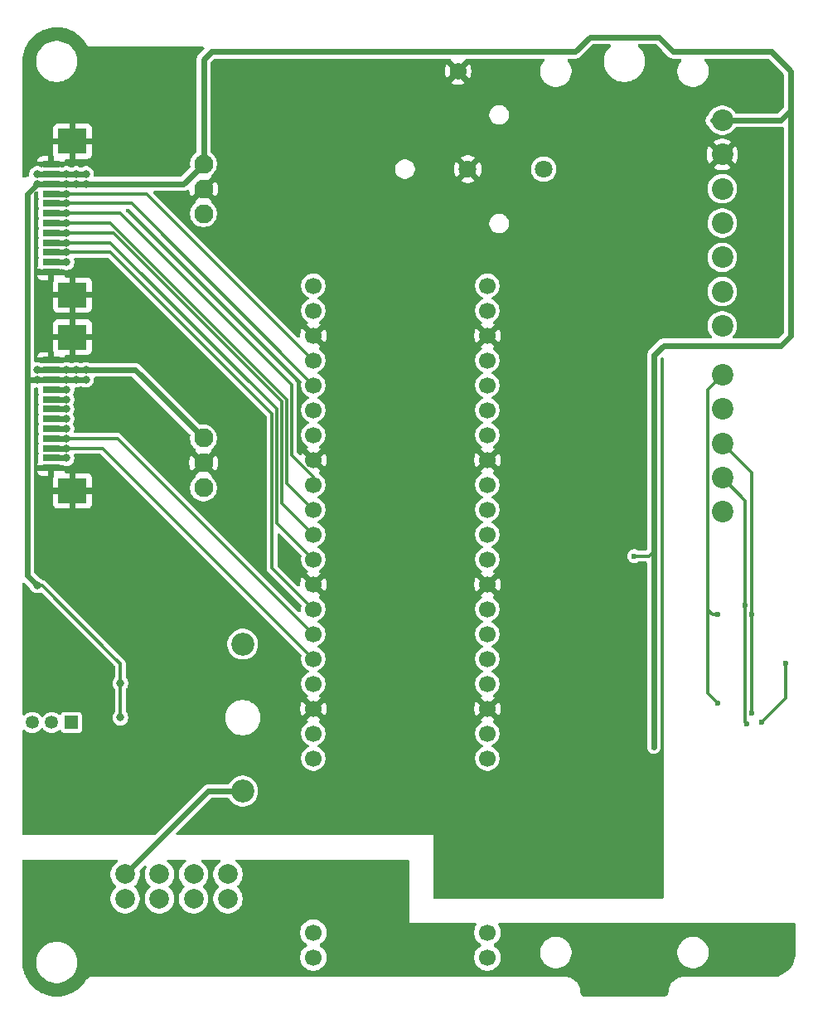
<source format=gbr>
%TF.GenerationSoftware,KiCad,Pcbnew,9.0.2*%
%TF.CreationDate,2025-06-12T16:19:25+03:00*%
%TF.ProjectId,PMCPU-LLP,504d4350-552d-44c4-9c50-2e6b69636164,rev?*%
%TF.SameCoordinates,Original*%
%TF.FileFunction,Copper,L2,Bot*%
%TF.FilePolarity,Positive*%
%FSLAX46Y46*%
G04 Gerber Fmt 4.6, Leading zero omitted, Abs format (unit mm)*
G04 Created by KiCad (PCBNEW 9.0.2) date 2025-06-12 16:19:25*
%MOMM*%
%LPD*%
G01*
G04 APERTURE LIST*
%TA.AperFunction,ComponentPad*%
%ADD10O,6.350000X6.350000*%
%TD*%
%TA.AperFunction,ComponentPad*%
%ADD11C,1.800000*%
%TD*%
%TA.AperFunction,ComponentPad*%
%ADD12C,1.950000*%
%TD*%
%TA.AperFunction,ComponentPad*%
%ADD13R,1.350000X1.350000*%
%TD*%
%TA.AperFunction,ComponentPad*%
%ADD14C,1.350000*%
%TD*%
%TA.AperFunction,ComponentPad*%
%ADD15C,1.700000*%
%TD*%
%TA.AperFunction,ComponentPad*%
%ADD16C,1.725000*%
%TD*%
%TA.AperFunction,ComponentPad*%
%ADD17C,2.200000*%
%TD*%
%TA.AperFunction,ComponentPad*%
%ADD18C,2.000000*%
%TD*%
%TA.AperFunction,ComponentPad*%
%ADD19C,2.350000*%
%TD*%
%TA.AperFunction,SMDPad,CuDef*%
%ADD20R,1.803400X0.635000*%
%TD*%
%TA.AperFunction,SMDPad,CuDef*%
%ADD21R,2.997200X2.590800*%
%TD*%
%TA.AperFunction,ViaPad*%
%ADD22C,0.800000*%
%TD*%
%TA.AperFunction,ViaPad*%
%ADD23C,0.600000*%
%TD*%
%TA.AperFunction,Conductor*%
%ADD24C,0.600000*%
%TD*%
%TA.AperFunction,Conductor*%
%ADD25C,0.300000*%
%TD*%
G04 APERTURE END LIST*
D10*
%TO.P,PE1,1*%
%TO.N,PE*%
X22000000Y-46000000D03*
%TD*%
D11*
%TO.P,J1,1,1*%
%TO.N,/Vbat*%
X13750000Y35000000D03*
%TO.P,J1,2,2*%
%TO.N,GND_BUS*%
X6000000Y35000000D03*
%TD*%
D12*
%TO.P,J5,1,VIN*%
%TO.N,+24V_fuse*%
X-21000000Y30460000D03*
%TO.P,J5,2,GND*%
%TO.N,GND_BUS*%
X-21000000Y33000000D03*
%TO.P,J5,3,+VO*%
%TO.N,+3.3V_CPU*%
X-21000000Y35540000D03*
%TD*%
D13*
%TO.P,J11,1,Pin_1*%
%TO.N,/UART_RX*%
X-34500000Y-21500000D03*
D14*
%TO.P,J11,2,Pin_2*%
%TO.N,/UART_RTS*%
X-36500000Y-21500000D03*
%TO.P,J11,3,Pin_3*%
%TO.N,/UART_TX*%
X-38500000Y-21500000D03*
%TD*%
D12*
%TO.P,J4,1,VIN*%
%TO.N,+24V_fuse*%
X-21000000Y2460000D03*
%TO.P,J4,2,GND*%
%TO.N,GND_BUS*%
X-21000000Y5000000D03*
%TO.P,J4,3,+VO*%
%TO.N,+5V_CPU*%
X-21000000Y7540000D03*
%TD*%
D15*
%TO.P,U3,1,RM_IO22*%
%TO.N,unconnected-(U3-RM_IO22-Pad1)*%
X-9780000Y23080000D03*
%TO.P,U3,2,RM_IO23*%
%TO.N,unconnected-(U3-RM_IO23-Pad2)*%
X-9780000Y20540000D03*
%TO.P,U3,3,GND*%
%TO.N,GND_BUS*%
X-9780000Y18000000D03*
%TO.P,U3,4,RM_IO12*%
%TO.N,/SPI_MOSI*%
X-9780000Y15460000D03*
%TO.P,U3,5,RM_IO13*%
%TO.N,/SPI_MISO*%
X-9780000Y12920000D03*
%TO.P,U3,6,RM_IO0*%
%TO.N,unconnected-(U3-RM_IO0-Pad6)*%
X-9780000Y10380000D03*
%TO.P,U3,7,RM_IO1*%
%TO.N,unconnected-(U3-RM_IO1-Pad7)*%
X-9780000Y7840000D03*
%TO.P,U3,8,GND*%
%TO.N,GND_BUS*%
X-9780000Y5300000D03*
%TO.P,U3,9,RM_IO11*%
%TO.N,/SPI_SCK*%
X-9780000Y2760000D03*
%TO.P,U3,10,RM_IO10*%
%TO.N,/SPI_CS0*%
X-9780000Y220000D03*
%TO.P,U3,11,RM_IO9*%
%TO.N,/SPI_CS1*%
X-9780000Y-2320000D03*
%TO.P,U3,12,RM_IO8*%
%TO.N,/SPI_CS2*%
X-9780000Y-4860000D03*
%TO.P,U3,13,GND*%
%TO.N,GND_BUS*%
X-9780000Y-7400000D03*
%TO.P,U3,14,RM_IO7*%
%TO.N,/SPI_CS3*%
X-9780000Y-9940000D03*
%TO.P,U3,15,RM_IO6*%
%TO.N,/I2C0_SDA*%
X-9780000Y-12480000D03*
%TO.P,U3,16,RM_IO5*%
%TO.N,/I2C0_SCL*%
X-9780000Y-15020000D03*
%TO.P,U3,17,RM_IO4*%
%TO.N,/UART_TX*%
X-9780000Y-17560000D03*
%TO.P,U3,18,GND*%
%TO.N,GND_BUS*%
X-9780000Y-20100000D03*
%TO.P,U3,19,RM_IO3*%
%TO.N,/UART_RX*%
X-9780000Y-22640000D03*
%TO.P,U3,20,RM_IO2*%
%TO.N,/UART_RTS*%
X-9780000Y-25180000D03*
%TO.P,U3,21,RM_IO31*%
%TO.N,/RX_EXT*%
X8000000Y-25180000D03*
%TO.P,U3,22,RM_IO30*%
%TO.N,/TX_EXT*%
X8000000Y-22640000D03*
%TO.P,U3,23,GND*%
%TO.N,GND_BUS*%
X8000000Y-20100000D03*
%TO.P,U3,24,RM_IO29*%
%TO.N,unconnected-(U3-RM_IO29-Pad24)*%
X8000000Y-17560000D03*
%TO.P,U3,25,RM_IO28*%
%TO.N,/HMI_RES*%
X8000000Y-15020000D03*
%TO.P,U3,26,RM_IO27*%
%TO.N,/HMI_DC*%
X8000000Y-12480000D03*
%TO.P,U3,27,RM_IO26*%
%TO.N,/HMI_CS*%
X8000000Y-9940000D03*
%TO.P,U3,28,GND*%
%TO.N,GND_BUS*%
X8000000Y-7400000D03*
%TO.P,U3,29,RM_IO25*%
%TO.N,/HMI_CLK*%
X8000000Y-4860000D03*
%TO.P,U3,30,RESET*%
%TO.N,unconnected-(U3-RESET-Pad30)*%
X8000000Y-2320000D03*
%TO.P,U3,31,ADC2*%
%TO.N,/LED_1*%
X8000000Y220000D03*
%TO.P,U3,32,ADC3*%
%TO.N,/LED_0*%
X8000000Y2760000D03*
%TO.P,U3,33,GND*%
%TO.N,GND_BUS*%
X8000000Y5300000D03*
%TO.P,U3,34,RM_IO24*%
%TO.N,/HMI_DIN*%
X8000000Y7840000D03*
%TO.P,U3,35,NC*%
%TO.N,unconnected-(U3-NC-Pad35)*%
X8000000Y10380000D03*
%TO.P,U3,36,3V3_OUT*%
%TO.N,unconnected-(U3-3V3_OUT-Pad36)*%
X8000000Y12920000D03*
%TO.P,U3,37,3V3_EN*%
%TO.N,unconnected-(U3-3V3_EN-Pad37)*%
X8000000Y15460000D03*
%TO.P,U3,38,GND*%
%TO.N,GND_BUS*%
X8000000Y18000000D03*
%TO.P,U3,39,VSYS*%
%TO.N,+5V_CPU*%
X8000000Y20540000D03*
%TO.P,U3,40,VBUS*%
%TO.N,unconnected-(U3-VBUS-Pad40)*%
X8000000Y23080000D03*
%TO.P,U3,41,NC*%
%TO.N,unconnected-(U3-NC-Pad41)*%
X-9780000Y-42960000D03*
%TO.P,U3,42,NC*%
%TO.N,unconnected-(U3-NC-Pad42)*%
X8000000Y-42960000D03*
%TO.P,U3,43,NC*%
%TO.N,unconnected-(U3-NC-Pad43)*%
X-9780000Y-45500000D03*
%TO.P,U3,44,NC*%
%TO.N,unconnected-(U3-NC-Pad44)*%
X8000000Y-45500000D03*
%TD*%
D16*
%TO.P,U2,1*%
%TO.N,GND_BUS*%
X5000000Y45000000D03*
%TD*%
D17*
%TO.P,J14,1,Pin_1*%
%TO.N,unconnected-(J14-Pin_1-Pad1)*%
X32000000Y0D03*
%TO.P,J14,2,Pin_2*%
%TO.N,/Ext_2*%
X32000000Y3500000D03*
%TO.P,J14,3,Pin_3*%
%TO.N,/Ext_1*%
X32000000Y7000000D03*
%TO.P,J14,4,Pin_4*%
%TO.N,/Ext_2*%
X32000000Y10500000D03*
%TO.P,J14,5,Pin_5*%
%TO.N,/Ext_1*%
X32000000Y14000000D03*
%TD*%
%TO.P,J13,1,Pin_1*%
%TO.N,/HMI_RES*%
X32000000Y19000000D03*
%TO.P,J13,2,Pin_2*%
%TO.N,/HMI_DC*%
X32000000Y22500000D03*
%TO.P,J13,3,Pin_3*%
%TO.N,/HMI_CS*%
X32000000Y26000000D03*
%TO.P,J13,4,Pin_4*%
%TO.N,/HMI_CLK*%
X32000000Y29500000D03*
%TO.P,J13,5,Pin_5*%
%TO.N,/HMI_DIN*%
X32000000Y33000000D03*
%TO.P,J13,6,Pin_6*%
%TO.N,GND_BUS*%
X32000000Y36500000D03*
%TO.P,J13,7,Pin_7*%
%TO.N,+3.3V_CPU*%
X32000000Y40000000D03*
%TD*%
D18*
%TO.P,J3,1,Pin_1*%
%TO.N,+24V_BUS*%
X-29000000Y-37000000D03*
%TO.P,J3,2,Pin_3*%
%TO.N,GND_BUS*%
X-25500000Y-37000000D03*
%TO.P,J3,3,3*%
%TO.N,/A*%
X-22000000Y-37000000D03*
%TO.P,J3,4,4*%
%TO.N,/B*%
X-18500000Y-37000000D03*
%TO.P,J3,5,Pin_9*%
%TO.N,PE*%
X-15000000Y-37000000D03*
%TO.P,J3,6,Pin_2*%
%TO.N,+24V_BUS*%
X-29000000Y-39500000D03*
%TO.P,J3,7,Pin_4*%
%TO.N,GND_BUS*%
X-25500000Y-39500000D03*
%TO.P,J3,8,Pin_6*%
%TO.N,/A*%
X-22000000Y-39500000D03*
%TO.P,J3,9,Pin_8*%
%TO.N,/B*%
X-18500000Y-39500000D03*
%TO.P,J3,10,Pin_10*%
%TO.N,PE*%
X-15000000Y-39500000D03*
%TD*%
D19*
%TO.P,U1,1,1*%
%TO.N,+24V_BUS*%
X-17000000Y-28500000D03*
%TO.P,U1,2,2*%
%TO.N,+24V_fuse*%
X-17000000Y-13500000D03*
%TD*%
D20*
%TO.P,J9,1,Pin_1*%
%TO.N,GND_BUS*%
X-36556000Y35499992D03*
%TO.P,J9,2,Pin_2*%
%TO.N,+5V_CPU*%
X-36556000Y34499994D03*
%TO.P,J9,3,Pin_3*%
%TO.N,+3.3V_CPU*%
X-36556000Y33499996D03*
%TO.P,J9,4,Pin_4*%
%TO.N,/SPI_MOSI*%
X-36556000Y32499998D03*
%TO.P,J9,5,Pin_5*%
%TO.N,/SPI_MISO*%
X-36556000Y31500000D03*
%TO.P,J9,6,Pin_6*%
%TO.N,/SPI_SCK*%
X-36556000Y30500000D03*
%TO.P,J9,7,Pin_7*%
%TO.N,/SPI_CS0*%
X-36556000Y29500000D03*
%TO.P,J9,8,Pin_8*%
%TO.N,/SPI_CS1*%
X-36556000Y28500000D03*
%TO.P,J9,9,Pin_9*%
%TO.N,/SPI_CS2*%
X-36556000Y27500002D03*
%TO.P,J9,10,Pin_10*%
%TO.N,/SPI_CS3*%
X-36556000Y26500004D03*
%TO.P,J9,11,Pin_11*%
%TO.N,Net-(J2-Pin_2)*%
X-36556000Y25500006D03*
%TO.P,J9,12,Pin_11*%
%TO.N,GND_BUS*%
X-36556000Y24500008D03*
D21*
%TO.P,J9,13,Pin_11*%
X-34385999Y37850003D03*
X-34385999Y22149997D03*
%TD*%
D20*
%TO.P,J8,1,Pin_1*%
%TO.N,GND_BUS*%
X-36556000Y15499992D03*
%TO.P,J8,2,Pin_2*%
%TO.N,+5V_CPU*%
X-36556000Y14499994D03*
%TO.P,J8,3,Pin_3*%
%TO.N,+3.3V_CPU*%
X-36556000Y13499996D03*
%TO.P,J8,4,Pin_4*%
%TO.N,Net-(J12-Pin_9)*%
X-36556000Y12499998D03*
%TO.P,J8,5,Pin_5*%
%TO.N,Net-(J12-Pin_8)*%
X-36556000Y11500000D03*
%TO.P,J8,6,Pin_6*%
%TO.N,Net-(J12-Pin_7)*%
X-36556000Y10500000D03*
%TO.P,J8,7,Pin_7*%
%TO.N,Net-(J12-Pin_6)*%
X-36556000Y9500000D03*
%TO.P,J8,8,Pin_8*%
%TO.N,Net-(J12-Pin_5)*%
X-36556000Y8500000D03*
%TO.P,J8,9,Pin_9*%
%TO.N,/I2C0_SDA*%
X-36556000Y7500002D03*
%TO.P,J8,10,Pin_10*%
%TO.N,/I2C0_SCL*%
X-36556000Y6500004D03*
%TO.P,J8,11,Pin_11*%
%TO.N,Net-(J12-Pin_2)*%
X-36556000Y5500006D03*
%TO.P,J8,12,Pin_11*%
%TO.N,GND_BUS*%
X-36556000Y4500008D03*
D21*
%TO.P,J8,13,Pin_11*%
X-34385999Y17850003D03*
X-34385999Y2149997D03*
%TD*%
D22*
%TO.N,/I2C0_SDA*%
X-35000000Y7500000D03*
%TO.N,/I2C0_SCL*%
X-35000000Y6500000D03*
%TO.N,+3.3V_CPU*%
X-34000000Y13499996D03*
D23*
X25000000Y-24000000D03*
D22*
X-29500000Y-17500000D03*
X-38000000Y33499996D03*
X-38000000Y13499996D03*
X-35000000Y33499996D03*
X-34000000Y33499996D03*
D23*
X23000000Y-4500000D03*
D22*
X-33000000Y13499991D03*
X-38000000Y-7500000D03*
X-33000000Y33499996D03*
X-29500000Y-21000000D03*
X-35000000Y13499996D03*
%TO.N,GND_BUS*%
X-32000000Y37000000D03*
D23*
X22500000Y-15500000D03*
D22*
X-25000000Y-21500000D03*
X-32000000Y19000000D03*
X-32000000Y-3000000D03*
D23*
X21500000Y-25500000D03*
D22*
X-24000000Y-22500000D03*
X-37000000Y23000000D03*
X-32000000Y17000000D03*
X-32000000Y2000000D03*
X-23000000Y-21500000D03*
X-32000000Y1000000D03*
X-32000000Y23000000D03*
D23*
X21500000Y-13500000D03*
D22*
X-37000000Y-17500000D03*
X-37000000Y2000000D03*
X-37000000Y22000000D03*
X-32000000Y18000000D03*
X-32000000Y21000000D03*
X-32000000Y-2000000D03*
X-37000000Y1000000D03*
X-32000000Y3000000D03*
X-24000000Y-20500000D03*
X-21500000Y-17500000D03*
X-32000000Y39000000D03*
X-37000000Y21000000D03*
X-32000000Y38000000D03*
X-32000000Y-1000000D03*
X-32000000Y-18500000D03*
X-32000000Y-22500000D03*
X-37000000Y3000000D03*
D23*
X22500000Y-26500000D03*
X23500000Y-26500000D03*
D22*
X-32000000Y22000000D03*
D23*
X21500000Y-14500000D03*
D22*
X-37000000Y-19000000D03*
%TO.N,+5V_CPU*%
X-35000000Y14499994D03*
X-34000000Y14499994D03*
X-35000000Y34500000D03*
X-38000000Y34499994D03*
X-33000000Y14499994D03*
X-33000000Y34500000D03*
X-34000000Y34500000D03*
%TO.N,/SPI_MISO*%
X-35000000Y31500000D03*
%TO.N,/SPI_CS2*%
X-35000000Y27500000D03*
%TO.N,/SPI_SCK*%
X-35000000Y30500000D03*
%TO.N,/SPI_CS0*%
X-35000000Y29500000D03*
%TO.N,/SPI_CS1*%
X-35000000Y28500000D03*
%TO.N,/SPI_CS3*%
X-35000000Y26500000D03*
%TO.N,/SPI_MOSI*%
X-35000000Y32500000D03*
%TO.N,Net-(J2-Pin_2)*%
X-35000000Y25500000D03*
%TO.N,Net-(J12-Pin_5)*%
X-35000000Y8500000D03*
%TO.N,Net-(J12-Pin_2)*%
X-35000000Y5500000D03*
%TO.N,Net-(J12-Pin_9)*%
X-35000000Y12500000D03*
%TO.N,Net-(J12-Pin_7)*%
X-35000000Y10500000D03*
%TO.N,Net-(J12-Pin_6)*%
X-35000000Y9500000D03*
%TO.N,Net-(J12-Pin_8)*%
X-35000000Y11500000D03*
D23*
%TO.N,+5V_EXT*%
X36000000Y-21500000D03*
X38500000Y-15500000D03*
%TO.N,/Ext_1*%
X35000000Y-10500000D03*
X31500000Y-19500000D03*
X35000000Y-20500000D03*
X31500000Y-10500000D03*
%TO.N,/Ext_2*%
X34500000Y-21635000D03*
X34350000Y-9500000D03*
D22*
%TO.N,+5V_CPU*%
X-38000006Y14500000D03*
%TD*%
D24*
%TO.N,+3.3V_CPU*%
X-38000000Y33499996D02*
X-39000000Y32499996D01*
X-39000000Y32499996D02*
X-39000000Y13500000D01*
D25*
%TO.N,/I2C0_SDA*%
X-9780000Y-12480000D02*
X-29760000Y7500000D01*
X-29760000Y7500000D02*
X-35000000Y7500000D01*
D24*
X-36555998Y7500000D02*
X-36556000Y7500002D01*
X-35000000Y7500000D02*
X-36555998Y7500000D01*
%TO.N,/I2C0_SCL*%
X-35000000Y6500000D02*
X-36555996Y6500000D01*
D25*
X-9780000Y-15020000D02*
X-31300000Y6500000D01*
X-31300000Y6500000D02*
X-35000000Y6500000D01*
D24*
X-36555996Y6500000D02*
X-36556000Y6500004D01*
%TO.N,+24V_BUS*%
X-29000000Y-37000000D02*
X-20500000Y-28500000D01*
X-20500000Y-28500000D02*
X-17000000Y-28500000D01*
%TO.N,+3.3V_CPU*%
X-34000000Y33499996D02*
X-35000000Y33499996D01*
X25000000Y16000000D02*
X25000000Y-4000000D01*
X26000000Y17000000D02*
X25000000Y16000000D01*
X-39000000Y13500000D02*
X-38999996Y13499996D01*
X-38000000Y13499996D02*
X-36556000Y13499996D01*
X25500000Y48500000D02*
X27000000Y47000000D01*
X-35000000Y33499996D02*
X-36556000Y33499996D01*
D25*
X-30000000Y-15000000D02*
X-37500000Y-7500000D01*
D24*
X-36555995Y13499991D02*
X-36556000Y13499996D01*
X-39000000Y-6500000D02*
X-38000000Y-7500000D01*
D25*
X-29500000Y-20500000D02*
X-29500000Y-21000000D01*
X23000000Y-4500000D02*
X24500000Y-4500000D01*
D24*
X-33000000Y13499991D02*
X-36555995Y13499991D01*
D25*
X-29500000Y-15500000D02*
X-30000000Y-15000000D01*
D24*
X27000000Y47000000D02*
X37000000Y47000000D01*
X-21000000Y46199000D02*
X-20199000Y47000000D01*
X-33000000Y33499996D02*
X-34000000Y33499996D01*
X39000000Y41000000D02*
X39000000Y18000000D01*
X-36556000Y33499996D02*
X-38000000Y33499996D01*
X-21000000Y35540000D02*
X-23040004Y33499996D01*
X-20199000Y47000000D02*
X9000000Y47000000D01*
X39000000Y45000000D02*
X39000000Y41000000D01*
X-38999996Y13499996D02*
X-38000000Y13499996D01*
X39000000Y18000000D02*
X38000000Y17000000D01*
X38000000Y40000000D02*
X31000000Y40000000D01*
X38000000Y17000000D02*
X26000000Y17000000D01*
X9000000Y47000000D02*
X17000000Y47000000D01*
D25*
X24500000Y-4500000D02*
X25000000Y-4000000D01*
D24*
X18500000Y48500000D02*
X25500000Y48500000D01*
X39000000Y41000000D02*
X38000000Y40000000D01*
D25*
X-29500000Y-20500000D02*
X-29500000Y-15500000D01*
D24*
X37000000Y47000000D02*
X39000000Y45000000D01*
X-21000000Y35540000D02*
X-21000000Y46199000D01*
X-23040004Y33499996D02*
X-33000000Y33499996D01*
D25*
X-37500000Y-7500000D02*
X-38000000Y-7500000D01*
D24*
X17000000Y47000000D02*
X18500000Y48500000D01*
X-39000000Y13500000D02*
X-39000000Y-6500000D01*
X25000000Y-4000000D02*
X25000000Y-24000000D01*
%TO.N,+5V_CPU*%
X-33000000Y34500000D02*
X-34000000Y34500000D01*
X-21000000Y7540000D02*
X-27959994Y14499994D01*
X-34000000Y14499994D02*
X-35000000Y14499994D01*
X-27959994Y14499994D02*
X-33000000Y14499994D01*
X-35000000Y34500000D02*
X-36555994Y34500000D01*
X-34000000Y34500000D02*
X-35000000Y34500000D01*
X-38000000Y34499994D02*
X-36556000Y34499994D01*
X-36555994Y34500000D02*
X-36556000Y34499994D01*
X-35000000Y14499994D02*
X-36556000Y14499994D01*
X-33000000Y14499994D02*
X-34000000Y14499994D01*
%TO.N,/SPI_MISO*%
X-35000000Y31500000D02*
X-36556000Y31500000D01*
D25*
X-28360000Y31500000D02*
X-35000000Y31500000D01*
X-9780000Y12920000D02*
X-28360000Y31500000D01*
D24*
%TO.N,/SPI_CS2*%
X-36555998Y27500000D02*
X-36556000Y27500002D01*
D25*
X-30500000Y27500000D02*
X-35000000Y27500000D01*
X-9780000Y-4860000D02*
X-13503000Y-1137000D01*
X-13503000Y10503000D02*
X-30500000Y27500000D01*
D24*
X-35000000Y27500000D02*
X-36555998Y27500000D01*
D25*
X-13503000Y-1137000D02*
X-13503000Y10503000D01*
%TO.N,/SPI_SCK*%
X-29500000Y30500000D02*
X-35000000Y30500000D01*
D24*
X-35000000Y30500000D02*
X-36556000Y30500000D01*
D25*
X-12000000Y13000000D02*
X-29500000Y30500000D01*
X-9780000Y3601529D02*
X-12000000Y5821529D01*
X-12000000Y5821529D02*
X-12000000Y13000000D01*
X-9780000Y2760000D02*
X-9780000Y3601529D01*
%TO.N,/SPI_CS0*%
X-12501000Y2941000D02*
X-12501000Y11501000D01*
D24*
X-35000000Y29500000D02*
X-36556000Y29500000D01*
D25*
X-9780000Y220000D02*
X-12501000Y2941000D01*
X-30500000Y29500000D02*
X-35000000Y29500000D01*
X-12501000Y11501000D02*
X-30500000Y29500000D01*
D24*
%TO.N,/SPI_CS1*%
X-35000000Y28500000D02*
X-36556000Y28500000D01*
D25*
X-30208520Y28500000D02*
X-35000000Y28500000D01*
X-9780000Y-2320000D02*
X-13002000Y902000D01*
X-13002000Y902000D02*
X-13002000Y11293480D01*
X-13002000Y11293480D02*
X-30208520Y28500000D01*
D24*
%TO.N,/SPI_CS3*%
X-36555996Y26500000D02*
X-36556000Y26500004D01*
D25*
X-14004000Y10004000D02*
X-30500000Y26500000D01*
X-30500000Y26500000D02*
X-35000000Y26500000D01*
D24*
X-35000000Y26500000D02*
X-36555996Y26500000D01*
D25*
X-14004000Y-5716000D02*
X-14004000Y10004000D01*
X-9780000Y-9940000D02*
X-14004000Y-5716000D01*
%TO.N,/SPI_MOSI*%
X-9780000Y15460000D02*
X-26820000Y32500000D01*
D24*
X-35000000Y32500000D02*
X-36555998Y32500000D01*
X-36555998Y32500000D02*
X-36556000Y32499998D01*
D25*
X-26820000Y32500000D02*
X-35000000Y32500000D01*
D24*
%TO.N,Net-(J2-Pin_2)*%
X-36555994Y25500000D02*
X-36556000Y25500006D01*
X-35000000Y25500000D02*
X-36555994Y25500000D01*
%TO.N,Net-(J12-Pin_5)*%
X-35000000Y8500000D02*
X-36556000Y8500000D01*
%TO.N,Net-(J12-Pin_2)*%
X-36555994Y5500000D02*
X-36556000Y5500006D01*
X-35000000Y5500000D02*
X-36555994Y5500000D01*
%TO.N,Net-(J12-Pin_9)*%
X-36555998Y12500000D02*
X-36556000Y12499998D01*
X-35000000Y12500000D02*
X-36555998Y12500000D01*
%TO.N,Net-(J12-Pin_7)*%
X-35000000Y10500000D02*
X-36556000Y10500000D01*
%TO.N,Net-(J12-Pin_6)*%
X-35000000Y9500000D02*
X-36556000Y9500000D01*
%TO.N,Net-(J12-Pin_8)*%
X-35000000Y11500000D02*
X-36556000Y11500000D01*
D25*
%TO.N,+5V_EXT*%
X36000000Y-21500000D02*
X38500000Y-19000000D01*
X38500000Y-19000000D02*
X38500000Y-15500000D01*
%TO.N,/Ext_1*%
X35000000Y4000000D02*
X32000000Y7000000D01*
X31000000Y-10500000D02*
X30500000Y-10000000D01*
X35000000Y-10500000D02*
X35000000Y4000000D01*
X30500000Y-18500000D02*
X30500000Y-18000000D01*
X30500000Y-10000000D02*
X30500000Y12500000D01*
X31500000Y-19500000D02*
X30500000Y-18500000D01*
X35000000Y-10500000D02*
X35000000Y-20500000D01*
X30500000Y-18000000D02*
X30500000Y-10000000D01*
X30500000Y12500000D02*
X32000000Y14000000D01*
X31500000Y-10500000D02*
X31000000Y-10500000D01*
%TO.N,/Ext_2*%
X32000000Y3500000D02*
X34350000Y1150000D01*
X34350000Y-21485000D02*
X34350000Y-9500000D01*
X34500000Y-21635000D02*
X34350000Y-21485000D01*
X34350000Y1150000D02*
X34350000Y-9500000D01*
D24*
%TO.N,+5V_CPU*%
X-38000000Y14499994D02*
X-38000006Y14500000D01*
X-36556000Y14499994D02*
X-38000000Y14499994D01*
%TD*%
%TA.AperFunction,Conductor*%
%TO.N,PE*%
G36*
X-29802824Y-35519685D02*
G01*
X-29757069Y-35572489D01*
X-29747125Y-35641647D01*
X-29776150Y-35705203D01*
X-29796976Y-35724316D01*
X-29977510Y-35855483D01*
X-29977512Y-35855485D01*
X-29977513Y-35855485D01*
X-30144515Y-36022487D01*
X-30144515Y-36022488D01*
X-30144517Y-36022490D01*
X-30204138Y-36104550D01*
X-30283343Y-36213566D01*
X-30390567Y-36424003D01*
X-30463554Y-36648631D01*
X-30500500Y-36881902D01*
X-30500500Y-37118097D01*
X-30463554Y-37351368D01*
X-30390567Y-37575996D01*
X-30283343Y-37786433D01*
X-30144517Y-37977510D01*
X-30144515Y-37977512D01*
X-29977510Y-38144517D01*
X-29970397Y-38149685D01*
X-29927734Y-38205017D01*
X-29921758Y-38274630D01*
X-29954366Y-38336424D01*
X-29970397Y-38350315D01*
X-29977510Y-38355482D01*
X-30144515Y-38522487D01*
X-30144515Y-38522488D01*
X-30144517Y-38522490D01*
X-30204138Y-38604550D01*
X-30283343Y-38713566D01*
X-30390567Y-38924003D01*
X-30463554Y-39148631D01*
X-30500500Y-39381902D01*
X-30500500Y-39618097D01*
X-30463554Y-39851368D01*
X-30390567Y-40075996D01*
X-30283343Y-40286433D01*
X-30144517Y-40477510D01*
X-29977510Y-40644517D01*
X-29786433Y-40783343D01*
X-29687009Y-40834002D01*
X-29575997Y-40890566D01*
X-29575995Y-40890566D01*
X-29575992Y-40890568D01*
X-29455588Y-40929689D01*
X-29351369Y-40963553D01*
X-29118097Y-41000500D01*
X-29118092Y-41000500D01*
X-28881903Y-41000500D01*
X-28648632Y-40963553D01*
X-28424008Y-40890568D01*
X-28213567Y-40783343D01*
X-28022490Y-40644517D01*
X-27855483Y-40477510D01*
X-27716657Y-40286433D01*
X-27609432Y-40075992D01*
X-27536447Y-39851368D01*
X-27499500Y-39618097D01*
X-27499500Y-39381902D01*
X-27536447Y-39148631D01*
X-27609434Y-38924003D01*
X-27716658Y-38713566D01*
X-27855483Y-38522490D01*
X-28022490Y-38355483D01*
X-28029599Y-38350318D01*
X-28072265Y-38294988D01*
X-28078244Y-38225375D01*
X-28045638Y-38163580D01*
X-28029599Y-38149682D01*
X-28029500Y-38149609D01*
X-28022490Y-38144517D01*
X-27855483Y-37977510D01*
X-27716657Y-37786433D01*
X-27609432Y-37575992D01*
X-27536447Y-37351368D01*
X-27499500Y-37118097D01*
X-27499500Y-36881910D01*
X-27499501Y-36881902D01*
X-27523845Y-36728204D01*
X-27514891Y-36658914D01*
X-27489056Y-36621131D01*
X-27027210Y-36159285D01*
X-26965889Y-36125802D01*
X-26896197Y-36130786D01*
X-26840264Y-36172658D01*
X-26815847Y-36238122D01*
X-26829046Y-36303262D01*
X-26890566Y-36424000D01*
X-26963554Y-36648631D01*
X-27000500Y-36881902D01*
X-27000500Y-37118097D01*
X-26963554Y-37351368D01*
X-26890567Y-37575996D01*
X-26783343Y-37786433D01*
X-26644517Y-37977510D01*
X-26644515Y-37977512D01*
X-26477510Y-38144517D01*
X-26470397Y-38149685D01*
X-26427734Y-38205017D01*
X-26421758Y-38274630D01*
X-26454366Y-38336424D01*
X-26470397Y-38350315D01*
X-26477510Y-38355482D01*
X-26644515Y-38522487D01*
X-26644515Y-38522488D01*
X-26644517Y-38522490D01*
X-26704138Y-38604550D01*
X-26783343Y-38713566D01*
X-26890567Y-38924003D01*
X-26963554Y-39148631D01*
X-27000500Y-39381902D01*
X-27000500Y-39618097D01*
X-26963554Y-39851368D01*
X-26890567Y-40075996D01*
X-26783343Y-40286433D01*
X-26644517Y-40477510D01*
X-26477510Y-40644517D01*
X-26286433Y-40783343D01*
X-26187009Y-40834002D01*
X-26075997Y-40890566D01*
X-26075995Y-40890566D01*
X-26075992Y-40890568D01*
X-25955588Y-40929689D01*
X-25851369Y-40963553D01*
X-25618097Y-41000500D01*
X-25618092Y-41000500D01*
X-25381903Y-41000500D01*
X-25148632Y-40963553D01*
X-24924008Y-40890568D01*
X-24713567Y-40783343D01*
X-24522490Y-40644517D01*
X-24355483Y-40477510D01*
X-24216657Y-40286433D01*
X-24109432Y-40075992D01*
X-24036447Y-39851368D01*
X-23999500Y-39618097D01*
X-23999500Y-39381902D01*
X-24036447Y-39148631D01*
X-24109434Y-38924003D01*
X-24216658Y-38713566D01*
X-24355483Y-38522490D01*
X-24522490Y-38355483D01*
X-24529599Y-38350318D01*
X-24572265Y-38294988D01*
X-24578244Y-38225375D01*
X-24545638Y-38163580D01*
X-24529599Y-38149682D01*
X-24529500Y-38149609D01*
X-24522490Y-38144517D01*
X-24355483Y-37977510D01*
X-24216657Y-37786433D01*
X-24109432Y-37575992D01*
X-24036447Y-37351368D01*
X-23999500Y-37118097D01*
X-23999500Y-36881902D01*
X-24036447Y-36648631D01*
X-24109434Y-36424003D01*
X-24216658Y-36213566D01*
X-24355483Y-36022490D01*
X-24522490Y-35855483D01*
X-24703024Y-35724317D01*
X-24745688Y-35668988D01*
X-24751667Y-35599374D01*
X-24719061Y-35537579D01*
X-24658222Y-35503222D01*
X-24630137Y-35500000D01*
X-22869863Y-35500000D01*
X-22802824Y-35519685D01*
X-22757069Y-35572489D01*
X-22747125Y-35641647D01*
X-22776150Y-35705203D01*
X-22796976Y-35724316D01*
X-22977510Y-35855483D01*
X-22977512Y-35855485D01*
X-22977513Y-35855485D01*
X-23144515Y-36022487D01*
X-23144515Y-36022488D01*
X-23144517Y-36022490D01*
X-23204138Y-36104550D01*
X-23283343Y-36213566D01*
X-23390567Y-36424003D01*
X-23463554Y-36648631D01*
X-23500500Y-36881902D01*
X-23500500Y-37118097D01*
X-23463554Y-37351368D01*
X-23390567Y-37575996D01*
X-23283343Y-37786433D01*
X-23144517Y-37977510D01*
X-23144515Y-37977512D01*
X-22977510Y-38144517D01*
X-22970397Y-38149685D01*
X-22927734Y-38205017D01*
X-22921758Y-38274630D01*
X-22954366Y-38336424D01*
X-22970397Y-38350315D01*
X-22977510Y-38355482D01*
X-23144515Y-38522487D01*
X-23144515Y-38522488D01*
X-23144517Y-38522490D01*
X-23204138Y-38604550D01*
X-23283343Y-38713566D01*
X-23390567Y-38924003D01*
X-23463554Y-39148631D01*
X-23500500Y-39381902D01*
X-23500500Y-39618097D01*
X-23463554Y-39851368D01*
X-23390567Y-40075996D01*
X-23283343Y-40286433D01*
X-23144517Y-40477510D01*
X-22977510Y-40644517D01*
X-22786433Y-40783343D01*
X-22687009Y-40834002D01*
X-22575997Y-40890566D01*
X-22575995Y-40890566D01*
X-22575992Y-40890568D01*
X-22455588Y-40929689D01*
X-22351369Y-40963553D01*
X-22118097Y-41000500D01*
X-22118092Y-41000500D01*
X-21881903Y-41000500D01*
X-21648632Y-40963553D01*
X-21424008Y-40890568D01*
X-21213567Y-40783343D01*
X-21022490Y-40644517D01*
X-20855483Y-40477510D01*
X-20716657Y-40286433D01*
X-20609432Y-40075992D01*
X-20536447Y-39851368D01*
X-20499500Y-39618097D01*
X-20499500Y-39381902D01*
X-20536447Y-39148631D01*
X-20609434Y-38924003D01*
X-20716658Y-38713566D01*
X-20855483Y-38522490D01*
X-21022490Y-38355483D01*
X-21029599Y-38350318D01*
X-21072265Y-38294988D01*
X-21078244Y-38225375D01*
X-21045638Y-38163580D01*
X-21029599Y-38149682D01*
X-21029500Y-38149609D01*
X-21022490Y-38144517D01*
X-20855483Y-37977510D01*
X-20716657Y-37786433D01*
X-20609432Y-37575992D01*
X-20536447Y-37351368D01*
X-20499500Y-37118097D01*
X-20499500Y-36881902D01*
X-20536447Y-36648631D01*
X-20609434Y-36424003D01*
X-20716658Y-36213566D01*
X-20855483Y-36022490D01*
X-21022490Y-35855483D01*
X-21203024Y-35724317D01*
X-21245688Y-35668988D01*
X-21251667Y-35599374D01*
X-21219061Y-35537579D01*
X-21158222Y-35503222D01*
X-21130137Y-35500000D01*
X-19369863Y-35500000D01*
X-19302824Y-35519685D01*
X-19257069Y-35572489D01*
X-19247125Y-35641647D01*
X-19276150Y-35705203D01*
X-19296976Y-35724316D01*
X-19477510Y-35855483D01*
X-19477512Y-35855485D01*
X-19477513Y-35855485D01*
X-19644515Y-36022487D01*
X-19644515Y-36022488D01*
X-19644517Y-36022490D01*
X-19704138Y-36104550D01*
X-19783343Y-36213566D01*
X-19890567Y-36424003D01*
X-19963554Y-36648631D01*
X-20000500Y-36881902D01*
X-20000500Y-37118097D01*
X-19963554Y-37351368D01*
X-19890567Y-37575996D01*
X-19783343Y-37786433D01*
X-19644517Y-37977510D01*
X-19644515Y-37977512D01*
X-19477510Y-38144517D01*
X-19470397Y-38149685D01*
X-19427734Y-38205017D01*
X-19421758Y-38274630D01*
X-19454366Y-38336424D01*
X-19470397Y-38350315D01*
X-19477510Y-38355482D01*
X-19644515Y-38522487D01*
X-19644515Y-38522488D01*
X-19644517Y-38522490D01*
X-19704138Y-38604550D01*
X-19783343Y-38713566D01*
X-19890567Y-38924003D01*
X-19963554Y-39148631D01*
X-20000500Y-39381902D01*
X-20000500Y-39618097D01*
X-19963554Y-39851368D01*
X-19890567Y-40075996D01*
X-19783343Y-40286433D01*
X-19644517Y-40477510D01*
X-19477510Y-40644517D01*
X-19286433Y-40783343D01*
X-19187009Y-40834002D01*
X-19075997Y-40890566D01*
X-19075995Y-40890566D01*
X-19075992Y-40890568D01*
X-18955588Y-40929689D01*
X-18851369Y-40963553D01*
X-18618097Y-41000500D01*
X-18618092Y-41000500D01*
X-18381903Y-41000500D01*
X-18148632Y-40963553D01*
X-17924008Y-40890568D01*
X-17713567Y-40783343D01*
X-17522490Y-40644517D01*
X-17355483Y-40477510D01*
X-17216657Y-40286433D01*
X-17109432Y-40075992D01*
X-17036447Y-39851368D01*
X-16999500Y-39618097D01*
X-16999500Y-39381902D01*
X-17036447Y-39148631D01*
X-17109434Y-38924003D01*
X-17216658Y-38713566D01*
X-17355483Y-38522490D01*
X-17522490Y-38355483D01*
X-17529599Y-38350318D01*
X-17572265Y-38294988D01*
X-17578244Y-38225375D01*
X-17545638Y-38163580D01*
X-17529599Y-38149682D01*
X-17529500Y-38149609D01*
X-17522490Y-38144517D01*
X-17355483Y-37977510D01*
X-17216657Y-37786433D01*
X-17109432Y-37575992D01*
X-17036447Y-37351368D01*
X-16999500Y-37118097D01*
X-16999500Y-36881902D01*
X-17036447Y-36648631D01*
X-17109434Y-36424003D01*
X-17216658Y-36213566D01*
X-17355483Y-36022490D01*
X-17522490Y-35855483D01*
X-17703024Y-35724317D01*
X-17745688Y-35668988D01*
X-17751667Y-35599374D01*
X-17719061Y-35537579D01*
X-17658222Y-35503222D01*
X-17630137Y-35500000D01*
X-124000Y-35500000D01*
X-56961Y-35519685D01*
X-11206Y-35572489D01*
X0Y-35624000D01*
X0Y-42000000D01*
X6784807Y-42000000D01*
X6851846Y-42019685D01*
X6897601Y-42072489D01*
X6907545Y-42141647D01*
X6885125Y-42196885D01*
X6844951Y-42252179D01*
X6748444Y-42441585D01*
X6682753Y-42643760D01*
X6649500Y-42853713D01*
X6649500Y-43066286D01*
X6682753Y-43276239D01*
X6748444Y-43478414D01*
X6844951Y-43667820D01*
X6969890Y-43839786D01*
X7120213Y-43990109D01*
X7292182Y-44115050D01*
X7300946Y-44119516D01*
X7351742Y-44167491D01*
X7368536Y-44235312D01*
X7345998Y-44301447D01*
X7300946Y-44340484D01*
X7292182Y-44344949D01*
X7120213Y-44469890D01*
X6969890Y-44620213D01*
X6844951Y-44792179D01*
X6748444Y-44981585D01*
X6682753Y-45183760D01*
X6660641Y-45323369D01*
X6649500Y-45393713D01*
X6649500Y-45606287D01*
X6682754Y-45816243D01*
X6743507Y-46003222D01*
X6748444Y-46018414D01*
X6844951Y-46207820D01*
X6969890Y-46379786D01*
X7120213Y-46530109D01*
X7292179Y-46655048D01*
X7292181Y-46655049D01*
X7292184Y-46655051D01*
X7481588Y-46751557D01*
X7683757Y-46817246D01*
X7893713Y-46850500D01*
X7893714Y-46850500D01*
X8106286Y-46850500D01*
X8106287Y-46850500D01*
X8316243Y-46817246D01*
X8518412Y-46751557D01*
X8707816Y-46655051D01*
X8818704Y-46574487D01*
X8879786Y-46530109D01*
X8879788Y-46530106D01*
X8879792Y-46530104D01*
X9030104Y-46379792D01*
X9030106Y-46379788D01*
X9030109Y-46379786D01*
X9155048Y-46207820D01*
X9155047Y-46207820D01*
X9155051Y-46207816D01*
X9251557Y-46018412D01*
X9317246Y-45816243D01*
X9350500Y-45606287D01*
X9350500Y-45393713D01*
X9317246Y-45183757D01*
X9251557Y-44981588D01*
X9196758Y-44874038D01*
X13399500Y-44874038D01*
X13399500Y-45125961D01*
X13438910Y-45374785D01*
X13516760Y-45614383D01*
X13631132Y-45838848D01*
X13779201Y-46042649D01*
X13779205Y-46042654D01*
X13957345Y-46220794D01*
X13957350Y-46220798D01*
X14135117Y-46349952D01*
X14161155Y-46368870D01*
X14304184Y-46441747D01*
X14385616Y-46483239D01*
X14385618Y-46483239D01*
X14385621Y-46483241D01*
X14625215Y-46561090D01*
X14874038Y-46600500D01*
X14874039Y-46600500D01*
X15125961Y-46600500D01*
X15125962Y-46600500D01*
X15374785Y-46561090D01*
X15614379Y-46483241D01*
X15838845Y-46368870D01*
X16042656Y-46220793D01*
X16220793Y-46042656D01*
X16368870Y-45838845D01*
X16483241Y-45614379D01*
X16561090Y-45374785D01*
X16600500Y-45125962D01*
X16600500Y-44874038D01*
X27399500Y-44874038D01*
X27399500Y-45125961D01*
X27438910Y-45374785D01*
X27516760Y-45614383D01*
X27631132Y-45838848D01*
X27779201Y-46042649D01*
X27779205Y-46042654D01*
X27957345Y-46220794D01*
X27957350Y-46220798D01*
X28135117Y-46349952D01*
X28161155Y-46368870D01*
X28304184Y-46441747D01*
X28385616Y-46483239D01*
X28385618Y-46483239D01*
X28385621Y-46483241D01*
X28625215Y-46561090D01*
X28874038Y-46600500D01*
X28874039Y-46600500D01*
X29125961Y-46600500D01*
X29125962Y-46600500D01*
X29374785Y-46561090D01*
X29614379Y-46483241D01*
X29838845Y-46368870D01*
X30042656Y-46220793D01*
X30220793Y-46042656D01*
X30368870Y-45838845D01*
X30483241Y-45614379D01*
X30561090Y-45374785D01*
X30600500Y-45125962D01*
X30600500Y-44874038D01*
X30561090Y-44625215D01*
X30483241Y-44385621D01*
X30483239Y-44385618D01*
X30483239Y-44385616D01*
X30414013Y-44249754D01*
X30368870Y-44161155D01*
X30256656Y-44006705D01*
X30220798Y-43957350D01*
X30220794Y-43957345D01*
X30042654Y-43779205D01*
X30042649Y-43779201D01*
X29838848Y-43631132D01*
X29838847Y-43631131D01*
X29838845Y-43631130D01*
X29768747Y-43595413D01*
X29614383Y-43516760D01*
X29374785Y-43438910D01*
X29125962Y-43399500D01*
X28874038Y-43399500D01*
X28749626Y-43419205D01*
X28625214Y-43438910D01*
X28385616Y-43516760D01*
X28161151Y-43631132D01*
X27957350Y-43779201D01*
X27957345Y-43779205D01*
X27779205Y-43957345D01*
X27779201Y-43957350D01*
X27631132Y-44161151D01*
X27516760Y-44385616D01*
X27438910Y-44625214D01*
X27399500Y-44874038D01*
X16600500Y-44874038D01*
X16561090Y-44625215D01*
X16483241Y-44385621D01*
X16483239Y-44385618D01*
X16483239Y-44385616D01*
X16414013Y-44249754D01*
X16368870Y-44161155D01*
X16256656Y-44006705D01*
X16220798Y-43957350D01*
X16220794Y-43957345D01*
X16042654Y-43779205D01*
X16042649Y-43779201D01*
X15838848Y-43631132D01*
X15838847Y-43631131D01*
X15838845Y-43631130D01*
X15768747Y-43595413D01*
X15614383Y-43516760D01*
X15374785Y-43438910D01*
X15125962Y-43399500D01*
X14874038Y-43399500D01*
X14749626Y-43419205D01*
X14625214Y-43438910D01*
X14385616Y-43516760D01*
X14161151Y-43631132D01*
X13957350Y-43779201D01*
X13957345Y-43779205D01*
X13779205Y-43957345D01*
X13779201Y-43957350D01*
X13631132Y-44161151D01*
X13516760Y-44385616D01*
X13438910Y-44625214D01*
X13399500Y-44874038D01*
X9196758Y-44874038D01*
X9155051Y-44792184D01*
X9155049Y-44792181D01*
X9155048Y-44792179D01*
X9030109Y-44620213D01*
X8879786Y-44469890D01*
X8707820Y-44344951D01*
X8707115Y-44344591D01*
X8699054Y-44340485D01*
X8648259Y-44292512D01*
X8631463Y-44224692D01*
X8653999Y-44158556D01*
X8699054Y-44119515D01*
X8707816Y-44115051D01*
X8856943Y-44006705D01*
X8879786Y-43990109D01*
X8879788Y-43990106D01*
X8879792Y-43990104D01*
X9030104Y-43839792D01*
X9030106Y-43839788D01*
X9030109Y-43839786D01*
X9155048Y-43667820D01*
X9155047Y-43667820D01*
X9155051Y-43667816D01*
X9251557Y-43478412D01*
X9317246Y-43276243D01*
X9350500Y-43066287D01*
X9350500Y-42853713D01*
X9317246Y-42643757D01*
X9251557Y-42441588D01*
X9155051Y-42252184D01*
X9155049Y-42252181D01*
X9155048Y-42252179D01*
X9114875Y-42196885D01*
X9091395Y-42131078D01*
X9107221Y-42063025D01*
X9157327Y-42014330D01*
X9215193Y-42000000D01*
X39375500Y-42000000D01*
X39442539Y-42019685D01*
X39488294Y-42072489D01*
X39499500Y-42124000D01*
X39499500Y-44996249D01*
X39499274Y-45003736D01*
X39481728Y-45293794D01*
X39479923Y-45308659D01*
X39428219Y-45590798D01*
X39424635Y-45605336D01*
X39339306Y-45879167D01*
X39333997Y-45893168D01*
X39216275Y-46154736D01*
X39209316Y-46167995D01*
X39060928Y-46413459D01*
X39052422Y-46425782D01*
X38875526Y-46651573D01*
X38865596Y-46662781D01*
X38662781Y-46865596D01*
X38651573Y-46875526D01*
X38425782Y-47052422D01*
X38413459Y-47060928D01*
X38167995Y-47209316D01*
X38154736Y-47216275D01*
X37893168Y-47333997D01*
X37879167Y-47339306D01*
X37605336Y-47424635D01*
X37590798Y-47428219D01*
X37308659Y-47479923D01*
X37293794Y-47481728D01*
X37003736Y-47499274D01*
X36996249Y-47499500D01*
X27892682Y-47499500D01*
X27680235Y-47530044D01*
X27680225Y-47530047D01*
X27474284Y-47590517D01*
X27279061Y-47679672D01*
X27279048Y-47679679D01*
X27098485Y-47795720D01*
X26936275Y-47936275D01*
X26795720Y-48098485D01*
X26679679Y-48279048D01*
X26679672Y-48279061D01*
X26590517Y-48474284D01*
X26530047Y-48680225D01*
X26530044Y-48680235D01*
X26499500Y-48892682D01*
X26499500Y-48993038D01*
X26498720Y-49006922D01*
X26498720Y-49006923D01*
X26488540Y-49097264D01*
X26482362Y-49124333D01*
X26454648Y-49203537D01*
X26442600Y-49228555D01*
X26397957Y-49299604D01*
X26380644Y-49321313D01*
X26321313Y-49380644D01*
X26299604Y-49397957D01*
X26228555Y-49442600D01*
X26203537Y-49454648D01*
X26124333Y-49482362D01*
X26097264Y-49488540D01*
X26017075Y-49497576D01*
X26006921Y-49498720D01*
X25993038Y-49499500D01*
X18006962Y-49499500D01*
X17993078Y-49498720D01*
X17980553Y-49497308D01*
X17902735Y-49488540D01*
X17875666Y-49482362D01*
X17796462Y-49454648D01*
X17771444Y-49442600D01*
X17700395Y-49397957D01*
X17678686Y-49380644D01*
X17619355Y-49321313D01*
X17602042Y-49299604D01*
X17557399Y-49228555D01*
X17545351Y-49203537D01*
X17543861Y-49199280D01*
X17517636Y-49124331D01*
X17511459Y-49097263D01*
X17501280Y-49006922D01*
X17500500Y-48993038D01*
X17500500Y-48892683D01*
X17500500Y-48892682D01*
X17469954Y-48680231D01*
X17409484Y-48474290D01*
X17409483Y-48474288D01*
X17409482Y-48474284D01*
X17320327Y-48279061D01*
X17320320Y-48279048D01*
X17249102Y-48168231D01*
X17204281Y-48098487D01*
X17124227Y-48006100D01*
X17063724Y-47936275D01*
X16901514Y-47795720D01*
X16901513Y-47795719D01*
X16820979Y-47743963D01*
X16720951Y-47679679D01*
X16720938Y-47679672D01*
X16525715Y-47590517D01*
X16319774Y-47530047D01*
X16319764Y-47530044D01*
X16128754Y-47502582D01*
X16107318Y-47499500D01*
X16065892Y-47499500D01*
X-32601792Y-47499500D01*
X-32729088Y-47533608D01*
X-32843214Y-47599500D01*
X-32936400Y-47692685D01*
X-32967736Y-47746958D01*
X-32971126Y-47752489D01*
X-33165305Y-48051501D01*
X-33172934Y-48062002D01*
X-33395280Y-48336575D01*
X-33403965Y-48346220D01*
X-33653780Y-48596036D01*
X-33663425Y-48604721D01*
X-33937998Y-48827066D01*
X-33948499Y-48834695D01*
X-34244797Y-49027113D01*
X-34256037Y-49033603D01*
X-34570837Y-49194001D01*
X-34582694Y-49199280D01*
X-34912528Y-49325891D01*
X-34924872Y-49329902D01*
X-35266142Y-49421346D01*
X-35278839Y-49424044D01*
X-35627783Y-49479310D01*
X-35640690Y-49480667D01*
X-35993510Y-49499158D01*
X-36006490Y-49499158D01*
X-36359311Y-49480667D01*
X-36372218Y-49479310D01*
X-36721162Y-49424044D01*
X-36733859Y-49421346D01*
X-37075130Y-49329902D01*
X-37087474Y-49325891D01*
X-37417308Y-49199280D01*
X-37429165Y-49194001D01*
X-37559663Y-49127509D01*
X-37743971Y-49033599D01*
X-37755190Y-49027122D01*
X-38051508Y-48834691D01*
X-38062002Y-48827066D01*
X-38336576Y-48604721D01*
X-38346221Y-48596036D01*
X-38596037Y-48346220D01*
X-38604722Y-48336575D01*
X-38741044Y-48168231D01*
X-38827074Y-48061992D01*
X-38834689Y-48051511D01*
X-39027121Y-47755190D01*
X-39033597Y-47743976D01*
X-39194007Y-47429153D01*
X-39199276Y-47417317D01*
X-39325894Y-47087468D01*
X-39329903Y-47075129D01*
X-39334748Y-47057048D01*
X-39421349Y-46733852D01*
X-39424045Y-46721161D01*
X-39431098Y-46676632D01*
X-39471623Y-46420760D01*
X-39479311Y-46372217D01*
X-39480668Y-46359310D01*
X-39499330Y-46003222D01*
X-39499500Y-45996732D01*
X-39499500Y-45862332D01*
X-38100500Y-45862332D01*
X-38100500Y-46137667D01*
X-38100499Y-46137684D01*
X-38064562Y-46410655D01*
X-38064561Y-46410660D01*
X-38064560Y-46410666D01*
X-38028928Y-46543649D01*
X-37993296Y-46676630D01*
X-37887925Y-46931017D01*
X-37887920Y-46931028D01*
X-37817832Y-47052422D01*
X-37750249Y-47169479D01*
X-37750247Y-47169482D01*
X-37750246Y-47169483D01*
X-37582630Y-47387926D01*
X-37582624Y-47387933D01*
X-37387934Y-47582623D01*
X-37387928Y-47582628D01*
X-37169479Y-47750249D01*
X-37057294Y-47815019D01*
X-36931029Y-47887919D01*
X-36931024Y-47887921D01*
X-36931021Y-47887923D01*
X-36676632Y-47993295D01*
X-36410666Y-48064560D01*
X-36137674Y-48100500D01*
X-36137667Y-48100500D01*
X-35862333Y-48100500D01*
X-35862326Y-48100500D01*
X-35589334Y-48064560D01*
X-35323368Y-47993295D01*
X-35068979Y-47887923D01*
X-34830521Y-47750249D01*
X-34612072Y-47582628D01*
X-34417372Y-47387928D01*
X-34249751Y-47169479D01*
X-34112077Y-46931021D01*
X-34006705Y-46676632D01*
X-33935440Y-46410666D01*
X-33899500Y-46137674D01*
X-33899500Y-45862326D01*
X-33935440Y-45589334D01*
X-34006705Y-45323368D01*
X-34112077Y-45068979D01*
X-34112079Y-45068976D01*
X-34112081Y-45068971D01*
X-34189945Y-44934108D01*
X-34249751Y-44830521D01*
X-34417372Y-44612072D01*
X-34417377Y-44612066D01*
X-34612067Y-44417376D01*
X-34612074Y-44417370D01*
X-34830517Y-44249754D01*
X-34830518Y-44249753D01*
X-34830521Y-44249751D01*
X-34972999Y-44167491D01*
X-35068972Y-44112080D01*
X-35068983Y-44112075D01*
X-35323370Y-44006704D01*
X-35456351Y-43971072D01*
X-35589334Y-43935440D01*
X-35589340Y-43935439D01*
X-35589345Y-43935438D01*
X-35862316Y-43899501D01*
X-35862321Y-43899500D01*
X-35862326Y-43899500D01*
X-36137674Y-43899500D01*
X-36137680Y-43899500D01*
X-36137685Y-43899501D01*
X-36410656Y-43935438D01*
X-36410663Y-43935439D01*
X-36410666Y-43935440D01*
X-36466875Y-43950500D01*
X-36676631Y-44006704D01*
X-36931018Y-44112075D01*
X-36931029Y-44112080D01*
X-37169484Y-44249754D01*
X-37387927Y-44417370D01*
X-37387934Y-44417376D01*
X-37582624Y-44612066D01*
X-37582630Y-44612073D01*
X-37750246Y-44830516D01*
X-37887920Y-45068971D01*
X-37887925Y-45068982D01*
X-37993296Y-45323369D01*
X-38064559Y-45589331D01*
X-38064562Y-45589344D01*
X-38100499Y-45862315D01*
X-38100500Y-45862332D01*
X-39499500Y-45862332D01*
X-39499500Y-42853713D01*
X-11130500Y-42853713D01*
X-11130500Y-43066286D01*
X-11097247Y-43276239D01*
X-11031556Y-43478414D01*
X-10935049Y-43667820D01*
X-10810110Y-43839786D01*
X-10659787Y-43990109D01*
X-10487818Y-44115050D01*
X-10479054Y-44119516D01*
X-10428258Y-44167491D01*
X-10411464Y-44235312D01*
X-10434002Y-44301447D01*
X-10479054Y-44340484D01*
X-10487818Y-44344949D01*
X-10659787Y-44469890D01*
X-10810110Y-44620213D01*
X-10935049Y-44792179D01*
X-11031556Y-44981585D01*
X-11097247Y-45183760D01*
X-11119359Y-45323369D01*
X-11130500Y-45393713D01*
X-11130500Y-45606287D01*
X-11097246Y-45816243D01*
X-11036493Y-46003222D01*
X-11031556Y-46018414D01*
X-10935049Y-46207820D01*
X-10810110Y-46379786D01*
X-10659787Y-46530109D01*
X-10487821Y-46655048D01*
X-10487819Y-46655049D01*
X-10487816Y-46655051D01*
X-10298412Y-46751557D01*
X-10096243Y-46817246D01*
X-9886287Y-46850500D01*
X-9886286Y-46850500D01*
X-9673714Y-46850500D01*
X-9673713Y-46850500D01*
X-9463757Y-46817246D01*
X-9261588Y-46751557D01*
X-9072184Y-46655051D01*
X-8961296Y-46574487D01*
X-8900214Y-46530109D01*
X-8900212Y-46530106D01*
X-8900208Y-46530104D01*
X-8749896Y-46379792D01*
X-8749894Y-46379788D01*
X-8749891Y-46379786D01*
X-8624952Y-46207820D01*
X-8624953Y-46207820D01*
X-8624949Y-46207816D01*
X-8528443Y-46018412D01*
X-8462754Y-45816243D01*
X-8429500Y-45606287D01*
X-8429500Y-45393713D01*
X-8462754Y-45183757D01*
X-8528443Y-44981588D01*
X-8624949Y-44792184D01*
X-8624951Y-44792181D01*
X-8624952Y-44792179D01*
X-8749891Y-44620213D01*
X-8900214Y-44469890D01*
X-9072180Y-44344951D01*
X-9072885Y-44344591D01*
X-9080946Y-44340485D01*
X-9131741Y-44292512D01*
X-9148537Y-44224692D01*
X-9126001Y-44158556D01*
X-9080946Y-44119515D01*
X-9072184Y-44115051D01*
X-8923057Y-44006705D01*
X-8900214Y-43990109D01*
X-8900212Y-43990106D01*
X-8900208Y-43990104D01*
X-8749896Y-43839792D01*
X-8749894Y-43839788D01*
X-8749891Y-43839786D01*
X-8624952Y-43667820D01*
X-8624953Y-43667820D01*
X-8624949Y-43667816D01*
X-8528443Y-43478412D01*
X-8462754Y-43276243D01*
X-8429500Y-43066287D01*
X-8429500Y-42853713D01*
X-8462754Y-42643757D01*
X-8528443Y-42441588D01*
X-8624949Y-42252184D01*
X-8624951Y-42252181D01*
X-8624952Y-42252179D01*
X-8749891Y-42080213D01*
X-8900214Y-41929890D01*
X-9072180Y-41804951D01*
X-9261586Y-41708444D01*
X-9261587Y-41708443D01*
X-9261588Y-41708443D01*
X-9463757Y-41642754D01*
X-9463759Y-41642753D01*
X-9463760Y-41642753D01*
X-9625043Y-41617208D01*
X-9673713Y-41609500D01*
X-9886287Y-41609500D01*
X-9934958Y-41617208D01*
X-10096240Y-41642753D01*
X-10298415Y-41708444D01*
X-10487821Y-41804951D01*
X-10659787Y-41929890D01*
X-10810110Y-42080213D01*
X-10935049Y-42252179D01*
X-11031556Y-42441585D01*
X-11097247Y-42643760D01*
X-11130500Y-42853713D01*
X-39499500Y-42853713D01*
X-39499500Y-35624000D01*
X-39479815Y-35556961D01*
X-39427011Y-35511206D01*
X-39375500Y-35500000D01*
X-29869863Y-35500000D01*
X-29802824Y-35519685D01*
G37*
%TD.AperFunction*%
%TD*%
%TA.AperFunction,Conductor*%
%TO.N,GND_BUS*%
G36*
X20543726Y47779538D02*
G01*
X20598264Y47725000D01*
X20618226Y47650500D01*
X20598264Y47576000D01*
X20574585Y47545141D01*
X20417373Y47387930D01*
X20249750Y47169478D01*
X20112078Y46931024D01*
X20006703Y46676631D01*
X20006703Y46676630D01*
X19935440Y46410668D01*
X19935437Y46410651D01*
X19899500Y46137680D01*
X19899500Y45862321D01*
X19935437Y45589350D01*
X19935440Y45589333D01*
X20006703Y45323371D01*
X20006703Y45323370D01*
X20112078Y45068977D01*
X20151902Y45000000D01*
X20249751Y44830521D01*
X20417372Y44612072D01*
X20612072Y44417372D01*
X20830521Y44249751D01*
X21068979Y44112077D01*
X21212420Y44052662D01*
X21323369Y44006704D01*
X21486139Y43963091D01*
X21589334Y43935440D01*
X21862326Y43899500D01*
X22137674Y43899500D01*
X22410666Y43935440D01*
X22620423Y43991645D01*
X22676629Y44006704D01*
X22676630Y44006704D01*
X22709125Y44020165D01*
X22931021Y44112077D01*
X23169479Y44249751D01*
X23387928Y44417372D01*
X23582628Y44612072D01*
X23750249Y44830521D01*
X23887923Y45068979D01*
X23993295Y45323368D01*
X24064560Y45589334D01*
X24100500Y45862326D01*
X24100500Y46137674D01*
X24064560Y46410666D01*
X24017046Y46587993D01*
X23993296Y46676630D01*
X23993296Y46676631D01*
X23915463Y46864533D01*
X23887923Y46931021D01*
X23750249Y47169479D01*
X23582628Y47387928D01*
X23425415Y47545141D01*
X23386851Y47611936D01*
X23386851Y47689064D01*
X23425415Y47755859D01*
X23492210Y47794423D01*
X23530774Y47799500D01*
X25148125Y47799500D01*
X25222625Y47779538D01*
X25253484Y47755859D01*
X25865984Y47143360D01*
X26455886Y46553458D01*
X26553458Y46455886D01*
X26553461Y46455884D01*
X26668184Y46379228D01*
X26668189Y46379225D01*
X26742866Y46348293D01*
X26795671Y46326420D01*
X26822591Y46321066D01*
X26931007Y46299500D01*
X27676333Y46299500D01*
X27750833Y46279538D01*
X27805371Y46225000D01*
X27825333Y46150500D01*
X27805371Y46076000D01*
X27781692Y46045141D01*
X27779208Y46042658D01*
X27779206Y46042655D01*
X27631131Y45838848D01*
X27631131Y45838847D01*
X27516762Y45614385D01*
X27516757Y45614373D01*
X27438910Y45374786D01*
X27435469Y45353058D01*
X27399500Y45125962D01*
X27399500Y45078250D01*
X27399500Y44874038D01*
X27438910Y44625215D01*
X27516759Y44385621D01*
X27585988Y44249751D01*
X27631131Y44161154D01*
X27631131Y44161153D01*
X27666787Y44112077D01*
X27779207Y43957344D01*
X27957344Y43779207D01*
X28161155Y43631130D01*
X28385621Y43516759D01*
X28625215Y43438910D01*
X28874038Y43399500D01*
X28874043Y43399500D01*
X29125957Y43399500D01*
X29125962Y43399500D01*
X29374785Y43438910D01*
X29614379Y43516759D01*
X29838845Y43631130D01*
X30042656Y43779207D01*
X30220793Y43957344D01*
X30368870Y44161155D01*
X30483241Y44385621D01*
X30561090Y44625215D01*
X30600500Y44874038D01*
X30600500Y45125962D01*
X30561090Y45374785D01*
X30483241Y45614379D01*
X30368870Y45838845D01*
X30220793Y46042656D01*
X30218308Y46045141D01*
X30217552Y46046451D01*
X30216992Y46047106D01*
X30217113Y46047210D01*
X30179744Y46111936D01*
X30179744Y46189064D01*
X30218308Y46255859D01*
X30285103Y46294423D01*
X30323667Y46299500D01*
X36648125Y46299500D01*
X36722625Y46279538D01*
X36753484Y46255859D01*
X38255859Y44753484D01*
X38294423Y44686689D01*
X38299500Y44648125D01*
X38299500Y41351875D01*
X38279538Y41277375D01*
X38255859Y41246516D01*
X37753484Y40744141D01*
X37686689Y40705577D01*
X37648125Y40700500D01*
X33418435Y40700500D01*
X33343935Y40720462D01*
X33289397Y40775000D01*
X33285682Y40781843D01*
X33283343Y40786433D01*
X33144517Y40977510D01*
X32977510Y41144517D01*
X32786433Y41283343D01*
X32575992Y41390568D01*
X32351368Y41463553D01*
X32118092Y41500500D01*
X31881908Y41500500D01*
X31648632Y41463553D01*
X31424008Y41390568D01*
X31424002Y41390566D01*
X31424002Y41390565D01*
X31213565Y41283342D01*
X31022499Y41144524D01*
X31022488Y41144515D01*
X30855485Y40977512D01*
X30855476Y40977501D01*
X30716658Y40786435D01*
X30716654Y40786430D01*
X30631348Y40619008D01*
X30581372Y40562767D01*
X30553462Y40544118D01*
X30553456Y40544113D01*
X30455889Y40446546D01*
X30455883Y40446539D01*
X30379227Y40331816D01*
X30379224Y40331810D01*
X30326420Y40204330D01*
X30326419Y40204326D01*
X30299500Y40068994D01*
X30299500Y39931007D01*
X30326419Y39795675D01*
X30326420Y39795671D01*
X30379224Y39668191D01*
X30379227Y39668185D01*
X30455883Y39553462D01*
X30455886Y39553458D01*
X30553458Y39455886D01*
X30581370Y39437236D01*
X30631349Y39380993D01*
X30716657Y39213567D01*
X30855483Y39022490D01*
X31022490Y38855483D01*
X31213567Y38716657D01*
X31424008Y38609432D01*
X31648632Y38536447D01*
X31881908Y38499500D01*
X31881913Y38499500D01*
X32118087Y38499500D01*
X32118092Y38499500D01*
X32351368Y38536447D01*
X32575992Y38609432D01*
X32786433Y38716657D01*
X32977510Y38855483D01*
X33144517Y39022490D01*
X33283343Y39213567D01*
X33285674Y39218143D01*
X33337281Y39275460D01*
X33410633Y39299296D01*
X33418435Y39299500D01*
X38068990Y39299500D01*
X38068994Y39299500D01*
X38121432Y39309931D01*
X38198393Y39304887D01*
X38262523Y39262038D01*
X38296637Y39192864D01*
X38299500Y39163794D01*
X38299500Y18351875D01*
X38279538Y18277375D01*
X38255859Y18246516D01*
X37753484Y17744141D01*
X37686689Y17705577D01*
X37648125Y17700500D01*
X33182244Y17700500D01*
X33107744Y17720462D01*
X33053206Y17775000D01*
X33033244Y17849500D01*
X33053206Y17924000D01*
X33076881Y17954855D01*
X33144517Y18022490D01*
X33283343Y18213567D01*
X33390568Y18424008D01*
X33463553Y18648632D01*
X33500500Y18881908D01*
X33500500Y19118092D01*
X33463553Y19351368D01*
X33390568Y19575992D01*
X33283343Y19786433D01*
X33144517Y19977510D01*
X32977510Y20144517D01*
X32786433Y20283343D01*
X32575992Y20390568D01*
X32351368Y20463553D01*
X32118092Y20500500D01*
X31881908Y20500500D01*
X31648632Y20463553D01*
X31581016Y20441583D01*
X31424008Y20390568D01*
X31424002Y20390566D01*
X31424002Y20390565D01*
X31213565Y20283342D01*
X31022499Y20144524D01*
X31022493Y20144520D01*
X31022490Y20144517D01*
X30855483Y19977510D01*
X30716657Y19786433D01*
X30609432Y19575992D01*
X30536447Y19351368D01*
X30499500Y19118092D01*
X30499500Y18881908D01*
X30536447Y18648632D01*
X30609432Y18424008D01*
X30716657Y18213567D01*
X30855483Y18022490D01*
X30923116Y17954857D01*
X30961679Y17888064D01*
X30961679Y17810936D01*
X30923115Y17744141D01*
X30856320Y17705577D01*
X30817756Y17700500D01*
X25931002Y17700500D01*
X25795672Y17673581D01*
X25795670Y17673580D01*
X25668197Y17620780D01*
X25668184Y17620772D01*
X25553458Y17544115D01*
X25553453Y17544111D01*
X24455888Y16446545D01*
X24455881Y16446538D01*
X24434027Y16413829D01*
X24434027Y16413828D01*
X24379225Y16331813D01*
X24379224Y16331810D01*
X24326420Y16204330D01*
X24326419Y16204326D01*
X24299500Y16068994D01*
X24299500Y-3800500D01*
X24279538Y-3875000D01*
X24225000Y-3929538D01*
X24150500Y-3949500D01*
X23482184Y-3949500D01*
X23407684Y-3929538D01*
X23399404Y-3924389D01*
X23331813Y-3879225D01*
X23331809Y-3879224D01*
X23204329Y-3826420D01*
X23204325Y-3826419D01*
X23068993Y-3799500D01*
X22931007Y-3799500D01*
X22795674Y-3826419D01*
X22795670Y-3826420D01*
X22668190Y-3879224D01*
X22668184Y-3879227D01*
X22553461Y-3955883D01*
X22553454Y-3955889D01*
X22455889Y-4053454D01*
X22455883Y-4053461D01*
X22379227Y-4168184D01*
X22379224Y-4168190D01*
X22326420Y-4295670D01*
X22326419Y-4295674D01*
X22299500Y-4431006D01*
X22299500Y-4568993D01*
X22326419Y-4704325D01*
X22326420Y-4704329D01*
X22379224Y-4831809D01*
X22379227Y-4831815D01*
X22455883Y-4946538D01*
X22455886Y-4946542D01*
X22553458Y-5044114D01*
X22553461Y-5044116D01*
X22668184Y-5120772D01*
X22668186Y-5120773D01*
X22668189Y-5120775D01*
X22795672Y-5173580D01*
X22931007Y-5200500D01*
X23068993Y-5200500D01*
X23204328Y-5173580D01*
X23331811Y-5120775D01*
X23331812Y-5120774D01*
X23331813Y-5120774D01*
X23399404Y-5075611D01*
X23472439Y-5050819D01*
X23482184Y-5050500D01*
X24150500Y-5050500D01*
X24225000Y-5070462D01*
X24279538Y-5125000D01*
X24299500Y-5199500D01*
X24299500Y-24068993D01*
X24326419Y-24204325D01*
X24326420Y-24204329D01*
X24379224Y-24331809D01*
X24379227Y-24331815D01*
X24455883Y-24446538D01*
X24455886Y-24446542D01*
X24553458Y-24544114D01*
X24553461Y-24544116D01*
X24668184Y-24620772D01*
X24668186Y-24620773D01*
X24668189Y-24620775D01*
X24795672Y-24673580D01*
X24931007Y-24700500D01*
X25068993Y-24700500D01*
X25204328Y-24673580D01*
X25331811Y-24620775D01*
X25446542Y-24544114D01*
X25544114Y-24446542D01*
X25620775Y-24331811D01*
X25673580Y-24204328D01*
X25700500Y-24068993D01*
X25700500Y-23931007D01*
X25700500Y-3931007D01*
X25700500Y15648125D01*
X25705577Y15667073D01*
X25705577Y15686689D01*
X25715384Y15703677D01*
X25720462Y15722625D01*
X25744141Y15753484D01*
X25745641Y15754984D01*
X25812436Y15793548D01*
X25889564Y15793548D01*
X25956359Y15754984D01*
X25994923Y15688189D01*
X26000000Y15649625D01*
X26000000Y-39351000D01*
X25980038Y-39425500D01*
X25925500Y-39480038D01*
X25851000Y-39500000D01*
X2649000Y-39500000D01*
X2574500Y-39480038D01*
X2519962Y-39425500D01*
X2500000Y-39351000D01*
X2500000Y-33000000D01*
X-23649626Y-33000000D01*
X-23724126Y-32980038D01*
X-23778664Y-32925500D01*
X-23798626Y-32851000D01*
X-23778664Y-32776500D01*
X-23754985Y-32745641D01*
X-20253484Y-29244141D01*
X-20186689Y-29205577D01*
X-20148125Y-29200500D01*
X-18502610Y-29200500D01*
X-18428110Y-29220462D01*
X-18373572Y-29275000D01*
X-18369850Y-29281856D01*
X-18347491Y-29325739D01*
X-18347487Y-29325746D01*
X-18201727Y-29526366D01*
X-18201724Y-29526370D01*
X-18026370Y-29701724D01*
X-18026367Y-29701726D01*
X-17825747Y-29847486D01*
X-17825745Y-29847487D01*
X-17825742Y-29847489D01*
X-17604782Y-29960073D01*
X-17368931Y-30036706D01*
X-17123995Y-30075500D01*
X-17123991Y-30075500D01*
X-16876009Y-30075500D01*
X-16876005Y-30075500D01*
X-16631069Y-30036706D01*
X-16395218Y-29960073D01*
X-16174258Y-29847489D01*
X-15973630Y-29701724D01*
X-15798276Y-29526370D01*
X-15652511Y-29325742D01*
X-15539927Y-29104782D01*
X-15463294Y-28868931D01*
X-15424500Y-28623995D01*
X-15424500Y-28376005D01*
X-15463294Y-28131069D01*
X-15539927Y-27895218D01*
X-15652511Y-27674258D01*
X-15652513Y-27674255D01*
X-15652514Y-27674253D01*
X-15798274Y-27473633D01*
X-15798276Y-27473630D01*
X-15973630Y-27298276D01*
X-15973634Y-27298273D01*
X-16174254Y-27152513D01*
X-16174262Y-27152509D01*
X-16395207Y-27039932D01*
X-16395213Y-27039930D01*
X-16395218Y-27039927D01*
X-16463393Y-27017775D01*
X-16631070Y-26963293D01*
X-16770815Y-26941160D01*
X-16876005Y-26924500D01*
X-17123995Y-26924500D01*
X-17218987Y-26939545D01*
X-17368931Y-26963293D01*
X-17604776Y-27039925D01*
X-17604782Y-27039927D01*
X-17604785Y-27039928D01*
X-17604794Y-27039932D01*
X-17825739Y-27152509D01*
X-17825747Y-27152513D01*
X-18026367Y-27298273D01*
X-18201727Y-27473633D01*
X-18347487Y-27674253D01*
X-18347491Y-27674260D01*
X-18369850Y-27718144D01*
X-18421458Y-27775462D01*
X-18494811Y-27799296D01*
X-18502610Y-27799500D01*
X-20568993Y-27799500D01*
X-20677410Y-27821064D01*
X-20677409Y-27821065D01*
X-20704329Y-27826419D01*
X-20831809Y-27879223D01*
X-20946542Y-27955885D01*
X-20946547Y-27955889D01*
X-25947017Y-32956359D01*
X-26013812Y-32994923D01*
X-26052376Y-33000000D01*
X-39350500Y-33000000D01*
X-39425000Y-32980038D01*
X-39479538Y-32925500D01*
X-39499500Y-32851000D01*
X-39499500Y-22381205D01*
X-39479538Y-22306705D01*
X-39425000Y-22252167D01*
X-39350500Y-22232205D01*
X-39276000Y-22252167D01*
X-39245141Y-22275846D01*
X-39200641Y-22320346D01*
X-39063685Y-22419850D01*
X-38965669Y-22469791D01*
X-38912852Y-22496704D01*
X-38912850Y-22496704D01*
X-38912849Y-22496705D01*
X-38751847Y-22549018D01*
X-38584644Y-22575500D01*
X-38584639Y-22575500D01*
X-38415361Y-22575500D01*
X-38415356Y-22575500D01*
X-38248153Y-22549018D01*
X-38087151Y-22496705D01*
X-37936315Y-22419850D01*
X-37799359Y-22320346D01*
X-37679654Y-22200641D01*
X-37650113Y-22159981D01*
X-37620544Y-22119283D01*
X-37560604Y-22070744D01*
X-37484426Y-22058678D01*
X-37412421Y-22086318D01*
X-37379456Y-22119283D01*
X-37320352Y-22200634D01*
X-37320347Y-22200640D01*
X-37320346Y-22200641D01*
X-37200641Y-22320346D01*
X-37063685Y-22419850D01*
X-36965669Y-22469791D01*
X-36912852Y-22496704D01*
X-36912850Y-22496704D01*
X-36912849Y-22496705D01*
X-36751847Y-22549018D01*
X-36584644Y-22575500D01*
X-36584639Y-22575500D01*
X-36415361Y-22575500D01*
X-36415356Y-22575500D01*
X-36248153Y-22549018D01*
X-36087151Y-22496705D01*
X-35936315Y-22419850D01*
X-35799359Y-22320346D01*
X-35779471Y-22300457D01*
X-35712679Y-22261894D01*
X-35635551Y-22261892D01*
X-35568755Y-22300455D01*
X-35541353Y-22338170D01*
X-35531969Y-22356586D01*
X-35503050Y-22413342D01*
X-35413342Y-22503050D01*
X-35300304Y-22560646D01*
X-35206519Y-22575500D01*
X-33793482Y-22575499D01*
X-33699696Y-22560646D01*
X-33586658Y-22503050D01*
X-33496950Y-22413342D01*
X-33439354Y-22300304D01*
X-33424500Y-22206519D01*
X-33424501Y-20793482D01*
X-33439354Y-20699696D01*
X-33496950Y-20586658D01*
X-33586658Y-20496950D01*
X-33655127Y-20462063D01*
X-33699695Y-20439354D01*
X-33715327Y-20436878D01*
X-33793481Y-20424500D01*
X-33793486Y-20424500D01*
X-35206519Y-20424500D01*
X-35300305Y-20439354D01*
X-35300307Y-20439355D01*
X-35413343Y-20496950D01*
X-35503050Y-20586657D01*
X-35503051Y-20586659D01*
X-35541353Y-20661829D01*
X-35592962Y-20719146D01*
X-35666316Y-20742979D01*
X-35741758Y-20726942D01*
X-35779471Y-20699542D01*
X-35799358Y-20679655D01*
X-35799359Y-20679654D01*
X-35936315Y-20580150D01*
X-35985324Y-20555179D01*
X-36087149Y-20503295D01*
X-36194486Y-20468419D01*
X-36248153Y-20450982D01*
X-36415356Y-20424500D01*
X-36584644Y-20424500D01*
X-36751847Y-20450982D01*
X-36912852Y-20503295D01*
X-37063687Y-20580151D01*
X-37063688Y-20580151D01*
X-37200640Y-20679653D01*
X-37200643Y-20679655D01*
X-37320345Y-20799357D01*
X-37320347Y-20799360D01*
X-37379456Y-20880717D01*
X-37439396Y-20929255D01*
X-37515575Y-20941321D01*
X-37587580Y-20913681D01*
X-37620544Y-20880717D01*
X-37673698Y-20807557D01*
X-37679654Y-20799359D01*
X-37799359Y-20679654D01*
X-37936315Y-20580150D01*
X-37985324Y-20555179D01*
X-38087149Y-20503295D01*
X-38194486Y-20468419D01*
X-38248153Y-20450982D01*
X-38415356Y-20424500D01*
X-38584644Y-20424500D01*
X-38751847Y-20450982D01*
X-38912852Y-20503295D01*
X-39063687Y-20580151D01*
X-39063688Y-20580151D01*
X-39200640Y-20679653D01*
X-39200643Y-20679655D01*
X-39245141Y-20724154D01*
X-39311936Y-20762718D01*
X-39389064Y-20762718D01*
X-39455859Y-20724154D01*
X-39494423Y-20657359D01*
X-39499500Y-20618795D01*
X-39499500Y-7350875D01*
X-39479538Y-7276375D01*
X-39425000Y-7221837D01*
X-39350500Y-7201875D01*
X-39276000Y-7221837D01*
X-39245141Y-7245516D01*
X-38799587Y-7691070D01*
X-38767288Y-7739410D01*
X-38709396Y-7879176D01*
X-38709395Y-7879178D01*
X-38709394Y-7879179D01*
X-38621789Y-8010289D01*
X-38510289Y-8121789D01*
X-38379179Y-8209394D01*
X-38233497Y-8269737D01*
X-38078842Y-8300500D01*
X-37921158Y-8300500D01*
X-37766503Y-8269737D01*
X-37676249Y-8232352D01*
X-37599784Y-8222286D01*
X-37528527Y-8251801D01*
X-37513873Y-8264652D01*
X-30094141Y-15684384D01*
X-30055577Y-15751179D01*
X-30050500Y-15789743D01*
X-30050500Y-16856704D01*
X-30070462Y-16931204D01*
X-30094141Y-16962063D01*
X-30121786Y-16989707D01*
X-30209396Y-17120823D01*
X-30269737Y-17266501D01*
X-30269738Y-17266505D01*
X-30300500Y-17421157D01*
X-30300500Y-17578842D01*
X-30269738Y-17733494D01*
X-30269737Y-17733498D01*
X-30209396Y-17879176D01*
X-30209395Y-17879178D01*
X-30209394Y-17879179D01*
X-30121789Y-18010289D01*
X-30121786Y-18010292D01*
X-30094141Y-18037937D01*
X-30055577Y-18104732D01*
X-30050500Y-18143296D01*
X-30050500Y-20356704D01*
X-30070462Y-20431204D01*
X-30094141Y-20462063D01*
X-30121786Y-20489707D01*
X-30121789Y-20489710D01*
X-30121789Y-20489711D01*
X-30144877Y-20524264D01*
X-30209396Y-20620823D01*
X-30269737Y-20766501D01*
X-30269738Y-20766505D01*
X-30300500Y-20921157D01*
X-30300500Y-21078842D01*
X-30269738Y-21233494D01*
X-30269737Y-21233498D01*
X-30209396Y-21379176D01*
X-30209395Y-21379178D01*
X-30209394Y-21379179D01*
X-30121789Y-21510289D01*
X-30010289Y-21621789D01*
X-29879179Y-21709394D01*
X-29733497Y-21769737D01*
X-29578842Y-21800500D01*
X-29421158Y-21800500D01*
X-29266503Y-21769737D01*
X-29120821Y-21709394D01*
X-28989711Y-21621789D01*
X-28878211Y-21510289D01*
X-28790606Y-21379179D01*
X-28730263Y-21233497D01*
X-28699500Y-21078842D01*
X-28699500Y-20921158D01*
X-28707292Y-20881983D01*
X-18800500Y-20881983D01*
X-18800500Y-21118016D01*
X-18769695Y-21352006D01*
X-18769694Y-21352012D01*
X-18769693Y-21352014D01*
X-18759649Y-21389500D01*
X-18708605Y-21579996D01*
X-18618281Y-21798056D01*
X-18515537Y-21976013D01*
X-18500273Y-22002450D01*
X-18356592Y-22189699D01*
X-18189699Y-22356592D01*
X-18002450Y-22500273D01*
X-17930899Y-22541583D01*
X-17798057Y-22618280D01*
X-17798054Y-22618281D01*
X-17798049Y-22618284D01*
X-17579993Y-22708606D01*
X-17352014Y-22769693D01*
X-17352008Y-22769693D01*
X-17352007Y-22769694D01*
X-17288397Y-22778068D01*
X-17118011Y-22800500D01*
X-16881989Y-22800500D01*
X-16647986Y-22769693D01*
X-16420007Y-22708606D01*
X-16201951Y-22618284D01*
X-15997550Y-22500273D01*
X-15810301Y-22356592D01*
X-15643408Y-22189699D01*
X-15499727Y-22002450D01*
X-15381716Y-21798049D01*
X-15291394Y-21579993D01*
X-15230307Y-21352014D01*
X-15199500Y-21118011D01*
X-15199500Y-20881989D01*
X-15226138Y-20679653D01*
X-15230306Y-20647993D01*
X-15230307Y-20647992D01*
X-15230307Y-20647986D01*
X-15291394Y-20420007D01*
X-15381716Y-20201951D01*
X-15462286Y-20062399D01*
X-15462287Y-20062397D01*
X-15499725Y-19997553D01*
X-15499727Y-19997551D01*
X-15499727Y-19997550D01*
X-15643408Y-19810301D01*
X-15810301Y-19643408D01*
X-15997550Y-19499727D01*
X-16023987Y-19484463D01*
X-16201944Y-19381719D01*
X-16420004Y-19291395D01*
X-16420006Y-19291394D01*
X-16420007Y-19291394D01*
X-16647986Y-19230307D01*
X-16647988Y-19230306D01*
X-16647994Y-19230305D01*
X-16881984Y-19199500D01*
X-16881989Y-19199500D01*
X-17118011Y-19199500D01*
X-17118017Y-19199500D01*
X-17352007Y-19230305D01*
X-17579997Y-19291395D01*
X-17798057Y-19381719D01*
X-18002449Y-19499726D01*
X-18002450Y-19499727D01*
X-18189699Y-19643408D01*
X-18189701Y-19643409D01*
X-18189705Y-19643413D01*
X-18356587Y-19810295D01*
X-18500274Y-19997551D01*
X-18618281Y-20201943D01*
X-18708605Y-20420003D01*
X-18769695Y-20647993D01*
X-18800500Y-20881983D01*
X-28707292Y-20881983D01*
X-28730263Y-20766503D01*
X-28773620Y-20661829D01*
X-28790605Y-20620823D01*
X-28792344Y-20618220D01*
X-28878211Y-20489711D01*
X-28905859Y-20462063D01*
X-28944423Y-20395268D01*
X-28949500Y-20356704D01*
X-28949500Y-18143296D01*
X-28929538Y-18068796D01*
X-28905859Y-18037937D01*
X-28878211Y-18010289D01*
X-28790606Y-17879179D01*
X-28730263Y-17733497D01*
X-28699500Y-17578842D01*
X-28699500Y-17421158D01*
X-28730263Y-17266503D01*
X-28790606Y-17120821D01*
X-28878211Y-16989711D01*
X-28905859Y-16962063D01*
X-28944423Y-16895268D01*
X-28949500Y-16856704D01*
X-28949500Y-15427525D01*
X-28987016Y-15287515D01*
X-29015272Y-15238574D01*
X-29059490Y-15161985D01*
X-29661985Y-14559490D01*
X-30845470Y-13376005D01*
X-18575500Y-13376005D01*
X-18575500Y-13623995D01*
X-18563508Y-13699709D01*
X-18536707Y-13868930D01*
X-18510210Y-13950477D01*
X-18460073Y-14104782D01*
X-18460070Y-14104787D01*
X-18460068Y-14104793D01*
X-18347491Y-14325738D01*
X-18347487Y-14325746D01*
X-18201727Y-14526366D01*
X-18201724Y-14526370D01*
X-18026370Y-14701724D01*
X-17991341Y-14727174D01*
X-17825747Y-14847486D01*
X-17825745Y-14847487D01*
X-17825742Y-14847489D01*
X-17604782Y-14960073D01*
X-17368931Y-15036706D01*
X-17123995Y-15075500D01*
X-17123991Y-15075500D01*
X-16876009Y-15075500D01*
X-16876005Y-15075500D01*
X-16631069Y-15036706D01*
X-16395218Y-14960073D01*
X-16174258Y-14847489D01*
X-15973630Y-14701724D01*
X-15798276Y-14526370D01*
X-15652511Y-14325742D01*
X-15539927Y-14104782D01*
X-15463294Y-13868931D01*
X-15424500Y-13623995D01*
X-15424500Y-13376005D01*
X-15463294Y-13131069D01*
X-15539927Y-12895218D01*
X-15652511Y-12674258D01*
X-15652513Y-12674255D01*
X-15652514Y-12674253D01*
X-15798274Y-12473633D01*
X-15798276Y-12473630D01*
X-15973630Y-12298276D01*
X-15973634Y-12298273D01*
X-16174254Y-12152513D01*
X-16174262Y-12152509D01*
X-16395207Y-12039932D01*
X-16395213Y-12039930D01*
X-16395218Y-12039927D01*
X-16485369Y-12010635D01*
X-16631070Y-11963293D01*
X-16770815Y-11941160D01*
X-16876005Y-11924500D01*
X-17123995Y-11924500D01*
X-17218987Y-11939545D01*
X-17368931Y-11963293D01*
X-17604776Y-12039925D01*
X-17604782Y-12039927D01*
X-17604785Y-12039928D01*
X-17604794Y-12039932D01*
X-17825739Y-12152509D01*
X-17825747Y-12152513D01*
X-18026367Y-12298273D01*
X-18201727Y-12473633D01*
X-18347487Y-12674253D01*
X-18347491Y-12674261D01*
X-18460068Y-12895206D01*
X-18460075Y-12895224D01*
X-18536707Y-13131069D01*
X-18558560Y-13269051D01*
X-18575500Y-13376005D01*
X-30845470Y-13376005D01*
X-37161985Y-7059490D01*
X-37287515Y-6987016D01*
X-37287518Y-6987015D01*
X-37376529Y-6963163D01*
X-37443322Y-6924600D01*
X-37489708Y-6878214D01*
X-37489711Y-6878211D01*
X-37620821Y-6790606D01*
X-37620822Y-6790605D01*
X-37620824Y-6790604D01*
X-37760590Y-6732712D01*
X-37808930Y-6700413D01*
X-38255859Y-6253484D01*
X-38294423Y-6186689D01*
X-38299500Y-6148125D01*
X-38299500Y806775D01*
X-36384599Y806775D01*
X-36384598Y806755D01*
X-36378198Y747220D01*
X-36327954Y612513D01*
X-36327949Y612503D01*
X-36241790Y497410D01*
X-36241787Y497407D01*
X-36126694Y411248D01*
X-36126684Y411243D01*
X-35991976Y360999D01*
X-35991978Y360999D01*
X-35932442Y354599D01*
X-35932422Y354597D01*
X-34685999Y354597D01*
X-34085999Y354597D01*
X-32839576Y354597D01*
X-32839557Y354599D01*
X-32780022Y360999D01*
X-32645315Y411243D01*
X-32645305Y411248D01*
X-32530212Y497407D01*
X-32530209Y497410D01*
X-32444050Y612503D01*
X-32444045Y612513D01*
X-32393801Y747220D01*
X-32387401Y806755D01*
X-32387399Y806775D01*
X-32387399Y1849997D01*
X-34085999Y1849997D01*
X-34085999Y354597D01*
X-34685999Y354597D01*
X-34685999Y1849997D01*
X-36384599Y1849997D01*
X-36384599Y806775D01*
X-38299500Y806775D01*
X-38299500Y3449305D01*
X-36384599Y3449305D01*
X-36384599Y2449997D01*
X-34685999Y2449997D01*
X-34085999Y2449997D01*
X-32387399Y2449997D01*
X-32387399Y3493220D01*
X-32387401Y3493240D01*
X-32393801Y3552775D01*
X-32444045Y3687482D01*
X-32444050Y3687492D01*
X-32530209Y3802585D01*
X-32530212Y3802588D01*
X-32645305Y3888747D01*
X-32645315Y3888752D01*
X-32780023Y3938996D01*
X-32780021Y3938996D01*
X-32839557Y3945396D01*
X-32839576Y3945397D01*
X-34085999Y3945397D01*
X-34085999Y2449997D01*
X-34685999Y2449997D01*
X-34685999Y3945397D01*
X-35008772Y3945397D01*
X-35083272Y3965359D01*
X-35137810Y4019897D01*
X-35157772Y4094397D01*
X-35156918Y4110324D01*
X-35154302Y4134666D01*
X-35154300Y4134686D01*
X-35154300Y4200008D01*
X-36256000Y4200008D01*
X-36256000Y3676508D01*
X-36257945Y3669251D01*
X-36256724Y3661838D01*
X-36267820Y3632399D01*
X-36275962Y3602008D01*
X-36281275Y3596696D01*
X-36283924Y3589665D01*
X-36384599Y3449305D01*
X-38299500Y3449305D01*
X-38299500Y4134686D01*
X-37957700Y4134686D01*
X-37957699Y4134666D01*
X-37951299Y4075131D01*
X-37901055Y3940424D01*
X-37901050Y3940414D01*
X-37814891Y3825321D01*
X-37814888Y3825318D01*
X-37699795Y3739159D01*
X-37699785Y3739154D01*
X-37565077Y3688910D01*
X-37565079Y3688910D01*
X-37505543Y3682510D01*
X-37505523Y3682508D01*
X-36856000Y3682508D01*
X-36856000Y4200008D01*
X-37957700Y4200008D01*
X-37957700Y4134686D01*
X-38299500Y4134686D01*
X-38299500Y12561831D01*
X-38279538Y12636331D01*
X-38225000Y12690869D01*
X-38150500Y12710831D01*
X-38121436Y12707969D01*
X-38078842Y12699496D01*
X-38078841Y12699496D01*
X-38007200Y12699496D01*
X-37932700Y12679534D01*
X-37878162Y12624996D01*
X-37858200Y12550496D01*
X-37858200Y12150979D01*
X-37843347Y12057195D01*
X-37839724Y12046047D01*
X-37835685Y11969025D01*
X-37839722Y11953958D01*
X-37843346Y11942807D01*
X-37843346Y11942804D01*
X-37858200Y11849019D01*
X-37858200Y11849016D01*
X-37858200Y11849015D01*
X-37858200Y11150981D01*
X-37843347Y11057198D01*
X-37839723Y11046046D01*
X-37832430Y11000001D01*
X-37832430Y10999999D01*
X-37839722Y10953957D01*
X-37843346Y10942806D01*
X-37843346Y10942804D01*
X-37858200Y10849019D01*
X-37858200Y10849016D01*
X-37858200Y10849015D01*
X-37858200Y10150981D01*
X-37843347Y10057198D01*
X-37839723Y10046046D01*
X-37832430Y10000001D01*
X-37832430Y9999999D01*
X-37839722Y9953957D01*
X-37843346Y9942806D01*
X-37843346Y9942804D01*
X-37858200Y9849019D01*
X-37858200Y9849016D01*
X-37858200Y9849015D01*
X-37858200Y9150981D01*
X-37843347Y9057198D01*
X-37839723Y9046046D01*
X-37832430Y9000001D01*
X-37832430Y8999999D01*
X-37839722Y8953957D01*
X-37843346Y8942806D01*
X-37843346Y8942804D01*
X-37858200Y8849019D01*
X-37858200Y8849016D01*
X-37858200Y8849015D01*
X-37858200Y8150981D01*
X-37843347Y8057197D01*
X-37839724Y8046049D01*
X-37835685Y7969027D01*
X-37839722Y7953960D01*
X-37843346Y7942809D01*
X-37844042Y7938413D01*
X-37858200Y7849021D01*
X-37858200Y7849018D01*
X-37858200Y7849017D01*
X-37858200Y7150983D01*
X-37843347Y7057199D01*
X-37839724Y7046051D01*
X-37835685Y6969029D01*
X-37839722Y6953962D01*
X-37843346Y6942811D01*
X-37843346Y6942808D01*
X-37858200Y6849023D01*
X-37858200Y6849020D01*
X-37858200Y6849019D01*
X-37858200Y6150985D01*
X-37843347Y6057201D01*
X-37839724Y6046053D01*
X-37835685Y5969031D01*
X-37839722Y5953964D01*
X-37843346Y5942813D01*
X-37843346Y5942810D01*
X-37858200Y5849025D01*
X-37858200Y5849022D01*
X-37858200Y5849021D01*
X-37858200Y5166436D01*
X-37878162Y5091936D01*
X-37887916Y5077149D01*
X-37901049Y5059605D01*
X-37901055Y5059594D01*
X-37951299Y4924886D01*
X-37957699Y4865351D01*
X-37957700Y4865331D01*
X-37957700Y4800008D01*
X-37614606Y4800008D01*
X-37591298Y4798174D01*
X-37583006Y4796861D01*
X-37583004Y4796860D01*
X-37489219Y4782006D01*
X-35622782Y4782007D01*
X-35622781Y4782007D01*
X-35604161Y4784957D01*
X-35528996Y4796860D01*
X-35528995Y4796861D01*
X-35523911Y4797666D01*
X-35500603Y4799500D01*
X-35430289Y4799500D01*
X-35373270Y4788158D01*
X-35312107Y4762824D01*
X-35233497Y4730263D01*
X-35078842Y4699500D01*
X-34921158Y4699500D01*
X-34766503Y4730263D01*
X-34620821Y4790606D01*
X-34489711Y4878211D01*
X-34378211Y4989711D01*
X-34290606Y5120821D01*
X-34230263Y5266503D01*
X-34199500Y5421158D01*
X-34199500Y5578842D01*
X-34230263Y5733497D01*
X-34234399Y5743483D01*
X-34244465Y5819952D01*
X-34214948Y5891208D01*
X-34153757Y5938159D01*
X-34096740Y5949500D01*
X-31589743Y5949500D01*
X-31515243Y5929538D01*
X-31484384Y5905859D01*
X-11027890Y-14550635D01*
X-10989326Y-14617430D01*
X-10989326Y-14694558D01*
X-10991541Y-14702036D01*
X-10999710Y-14727176D01*
X-11015687Y-14828050D01*
X-11030500Y-14921583D01*
X-11030500Y-15118417D01*
X-10999709Y-15312826D01*
X-10938884Y-15500025D01*
X-10938881Y-15500030D01*
X-10938879Y-15500036D01*
X-10854821Y-15665010D01*
X-10849524Y-15675405D01*
X-10733828Y-15834646D01*
X-10594646Y-15973828D01*
X-10435405Y-16089524D01*
X-10367256Y-16124247D01*
X-10302505Y-16157240D01*
X-10245187Y-16208849D01*
X-10221353Y-16282202D01*
X-10237389Y-16357644D01*
X-10288998Y-16414962D01*
X-10302505Y-16422760D01*
X-10435402Y-16490474D01*
X-10435407Y-16490477D01*
X-10594637Y-16606165D01*
X-10594648Y-16606174D01*
X-10733826Y-16745352D01*
X-10733835Y-16745363D01*
X-10849523Y-16904593D01*
X-10849526Y-16904598D01*
X-10938879Y-17079963D01*
X-10938883Y-17079972D01*
X-10938884Y-17079975D01*
X-10999709Y-17267174D01*
X-11030500Y-17461583D01*
X-11030500Y-17658417D01*
X-10999709Y-17852826D01*
X-10938884Y-18040025D01*
X-10938881Y-18040030D01*
X-10938879Y-18040036D01*
X-10886265Y-18143296D01*
X-10849524Y-18215405D01*
X-10733828Y-18374646D01*
X-10594646Y-18513828D01*
X-10435405Y-18629524D01*
X-10412087Y-18641405D01*
X-10354772Y-18693012D01*
X-10330937Y-18766365D01*
X-10346972Y-18841808D01*
X-10398581Y-18899125D01*
X-10412086Y-18906923D01*
X-10487556Y-18945378D01*
X-10500763Y-18954972D01*
X-9853642Y-19602094D01*
X-9972993Y-19634075D01*
X-10087007Y-19699901D01*
X-10180099Y-19792993D01*
X-10245925Y-19907007D01*
X-10277906Y-20026358D01*
X-10925028Y-19379237D01*
X-10934622Y-19392443D01*
X-11031094Y-19581779D01*
X-11096758Y-19783871D01*
X-11130000Y-19993757D01*
X-11130000Y-20206242D01*
X-11096758Y-20416128D01*
X-11031094Y-20618220D01*
X-10934623Y-20807554D01*
X-10925028Y-20820761D01*
X-10277907Y-20173640D01*
X-10245925Y-20292993D01*
X-10180099Y-20407007D01*
X-10087007Y-20500099D01*
X-9972993Y-20565925D01*
X-9853642Y-20597905D01*
X-10500763Y-21245025D01*
X-10487552Y-21254624D01*
X-10412088Y-21293075D01*
X-10354771Y-21344684D01*
X-10330937Y-21418038D01*
X-10346973Y-21493480D01*
X-10398582Y-21550797D01*
X-10412086Y-21558594D01*
X-10435406Y-21570476D01*
X-10435407Y-21570477D01*
X-10594637Y-21686165D01*
X-10594648Y-21686174D01*
X-10733826Y-21825352D01*
X-10733835Y-21825363D01*
X-10849523Y-21984593D01*
X-10849526Y-21984598D01*
X-10938879Y-22159963D01*
X-10938883Y-22159972D01*
X-10938884Y-22159975D01*
X-10999709Y-22347174D01*
X-11030500Y-22541583D01*
X-11030500Y-22738417D01*
X-10999709Y-22932826D01*
X-10938884Y-23120025D01*
X-10938881Y-23120030D01*
X-10938879Y-23120036D01*
X-10854821Y-23285010D01*
X-10849524Y-23295405D01*
X-10733828Y-23454646D01*
X-10594646Y-23593828D01*
X-10435405Y-23709524D01*
X-10367256Y-23744247D01*
X-10302505Y-23777240D01*
X-10245187Y-23828849D01*
X-10221353Y-23902202D01*
X-10237389Y-23977644D01*
X-10288998Y-24034962D01*
X-10302505Y-24042760D01*
X-10435402Y-24110474D01*
X-10435407Y-24110477D01*
X-10594637Y-24226165D01*
X-10594648Y-24226174D01*
X-10733826Y-24365352D01*
X-10733835Y-24365363D01*
X-10849523Y-24524593D01*
X-10849526Y-24524598D01*
X-10938879Y-24699963D01*
X-10938883Y-24699972D01*
X-10938884Y-24699975D01*
X-10999709Y-24887174D01*
X-11030500Y-25081583D01*
X-11030500Y-25278417D01*
X-10999709Y-25472826D01*
X-10938884Y-25660025D01*
X-10938881Y-25660030D01*
X-10938879Y-25660036D01*
X-10854821Y-25825010D01*
X-10849524Y-25835405D01*
X-10733828Y-25994646D01*
X-10594646Y-26133828D01*
X-10435405Y-26249524D01*
X-10260025Y-26338884D01*
X-10072826Y-26399709D01*
X-9878417Y-26430500D01*
X-9878412Y-26430500D01*
X-9681588Y-26430500D01*
X-9681583Y-26430500D01*
X-9487174Y-26399709D01*
X-9299975Y-26338884D01*
X-9124595Y-26249524D01*
X-8965354Y-26133828D01*
X-8826172Y-25994646D01*
X-8710476Y-25835405D01*
X-8621116Y-25660025D01*
X-8560291Y-25472826D01*
X-8529500Y-25278417D01*
X-8529500Y-25081583D01*
X-8560291Y-24887174D01*
X-8621116Y-24699975D01*
X-8710476Y-24524595D01*
X-8826172Y-24365354D01*
X-8965354Y-24226172D01*
X-9124595Y-24110476D01*
X-9257497Y-24042759D01*
X-9314814Y-23991152D01*
X-9338648Y-23917799D01*
X-9322612Y-23842356D01*
X-9271004Y-23785038D01*
X-9257496Y-23777240D01*
X-9124595Y-23709524D01*
X-8965354Y-23593828D01*
X-8826172Y-23454646D01*
X-8710476Y-23295405D01*
X-8621116Y-23120025D01*
X-8560291Y-22932826D01*
X-8529500Y-22738417D01*
X-8529500Y-22541583D01*
X-8560291Y-22347174D01*
X-8621116Y-22159975D01*
X-8710476Y-21984595D01*
X-8826172Y-21825354D01*
X-8965354Y-21686172D01*
X-9124594Y-21570477D01*
X-9124593Y-21570477D01*
X-9125404Y-21570063D01*
X-9147914Y-21558594D01*
X-9205230Y-21506987D01*
X-9229065Y-21433634D01*
X-9213030Y-21358192D01*
X-9161421Y-21300874D01*
X-9147914Y-21293075D01*
X-9072442Y-21254620D01*
X-9059239Y-21245026D01*
X-9059239Y-21245025D01*
X-9706359Y-20597905D01*
X-9587007Y-20565925D01*
X-9472993Y-20500099D01*
X-9379901Y-20407007D01*
X-9314075Y-20292993D01*
X-9282095Y-20173641D01*
X-8634975Y-20820761D01*
X-8634974Y-20820761D01*
X-8625380Y-20807557D01*
X-8528907Y-20618220D01*
X-8463243Y-20416128D01*
X-8430000Y-20206242D01*
X-8430000Y-19993757D01*
X-8463243Y-19783871D01*
X-8528907Y-19581779D01*
X-8625376Y-19392448D01*
X-8634975Y-19379237D01*
X-9282095Y-20026357D01*
X-9314075Y-19907007D01*
X-9379901Y-19792993D01*
X-9472993Y-19699901D01*
X-9587007Y-19634075D01*
X-9706360Y-19602093D01*
X-9059239Y-18954972D01*
X-9072448Y-18945376D01*
X-9147914Y-18906923D01*
X-9205231Y-18855314D01*
X-9229064Y-18781961D01*
X-9213027Y-18706518D01*
X-9161418Y-18649201D01*
X-9147918Y-18641407D01*
X-9124595Y-18629524D01*
X-8965354Y-18513828D01*
X-8826172Y-18374646D01*
X-8710476Y-18215405D01*
X-8621116Y-18040025D01*
X-8560291Y-17852826D01*
X-8529500Y-17658417D01*
X-8529500Y-17461583D01*
X-8560291Y-17267174D01*
X-8621116Y-17079975D01*
X-8710476Y-16904595D01*
X-8826172Y-16745354D01*
X-8965354Y-16606172D01*
X-9124595Y-16490476D01*
X-9257497Y-16422759D01*
X-9314814Y-16371152D01*
X-9338648Y-16297799D01*
X-9322612Y-16222356D01*
X-9271004Y-16165038D01*
X-9257496Y-16157240D01*
X-9124595Y-16089524D01*
X-8965354Y-15973828D01*
X-8826172Y-15834646D01*
X-8710476Y-15675405D01*
X-8621116Y-15500025D01*
X-8560291Y-15312826D01*
X-8529500Y-15118417D01*
X-8529500Y-14921583D01*
X-8560291Y-14727174D01*
X-8621116Y-14539975D01*
X-8710476Y-14364595D01*
X-8826172Y-14205354D01*
X-8965354Y-14066172D01*
X-9124595Y-13950476D01*
X-9257497Y-13882759D01*
X-9314814Y-13831152D01*
X-9338648Y-13757799D01*
X-9322612Y-13682356D01*
X-9271004Y-13625038D01*
X-9257496Y-13617240D01*
X-9124595Y-13549524D01*
X-8965354Y-13433828D01*
X-8826172Y-13294646D01*
X-8710476Y-13135405D01*
X-8621116Y-12960025D01*
X-8560291Y-12772826D01*
X-8529500Y-12578417D01*
X-8529500Y-12381583D01*
X-8560291Y-12187174D01*
X-8621116Y-11999975D01*
X-8710476Y-11824595D01*
X-8826172Y-11665354D01*
X-8965354Y-11526172D01*
X-9124595Y-11410476D01*
X-9257497Y-11342759D01*
X-9314814Y-11291152D01*
X-9338648Y-11217799D01*
X-9322612Y-11142356D01*
X-9271004Y-11085038D01*
X-9257496Y-11077240D01*
X-9124595Y-11009524D01*
X-8965354Y-10893828D01*
X-8826172Y-10754646D01*
X-8710476Y-10595405D01*
X-8621116Y-10420025D01*
X-8560291Y-10232826D01*
X-8529500Y-10038417D01*
X-8529500Y-9841583D01*
X-8560291Y-9647174D01*
X-8621116Y-9459975D01*
X-8710476Y-9284595D01*
X-8826172Y-9125354D01*
X-8965354Y-8986172D01*
X-9124594Y-8870477D01*
X-9124593Y-8870477D01*
X-9125404Y-8870063D01*
X-9147914Y-8858594D01*
X-9205230Y-8806987D01*
X-9229065Y-8733634D01*
X-9213030Y-8658192D01*
X-9161421Y-8600874D01*
X-9147914Y-8593075D01*
X-9072442Y-8554620D01*
X-9059239Y-8545026D01*
X-9059239Y-8545025D01*
X-9706359Y-7897905D01*
X-9587007Y-7865925D01*
X-9472993Y-7800099D01*
X-9379901Y-7707007D01*
X-9314075Y-7592993D01*
X-9282095Y-7473641D01*
X-8634975Y-8120761D01*
X-8634974Y-8120761D01*
X-8625380Y-8107557D01*
X-8528907Y-7918220D01*
X-8463243Y-7716128D01*
X-8430000Y-7506242D01*
X-8430000Y-7293757D01*
X-8463243Y-7083871D01*
X-8528907Y-6881779D01*
X-8625376Y-6692448D01*
X-8634975Y-6679237D01*
X-9282095Y-7326357D01*
X-9314075Y-7207007D01*
X-9379901Y-7092993D01*
X-9472993Y-6999901D01*
X-9587007Y-6934075D01*
X-9706360Y-6902093D01*
X-9059239Y-6254972D01*
X-9072448Y-6245376D01*
X-9147914Y-6206923D01*
X-9205231Y-6155314D01*
X-9229064Y-6081961D01*
X-9213027Y-6006518D01*
X-9161418Y-5949201D01*
X-9147918Y-5941407D01*
X-9124595Y-5929524D01*
X-8965354Y-5813828D01*
X-8826172Y-5674646D01*
X-8710476Y-5515405D01*
X-8621116Y-5340025D01*
X-8560291Y-5152826D01*
X-8529500Y-4958417D01*
X-8529500Y-4761583D01*
X-8560291Y-4567174D01*
X-8621116Y-4379975D01*
X-8710476Y-4204595D01*
X-8826172Y-4045354D01*
X-8965354Y-3906172D01*
X-9124595Y-3790476D01*
X-9257497Y-3722759D01*
X-9314814Y-3671152D01*
X-9338648Y-3597799D01*
X-9322612Y-3522356D01*
X-9271004Y-3465038D01*
X-9257496Y-3457240D01*
X-9124595Y-3389524D01*
X-8965354Y-3273828D01*
X-8826172Y-3134646D01*
X-8710476Y-2975405D01*
X-8621116Y-2800025D01*
X-8560291Y-2612826D01*
X-8529500Y-2418417D01*
X-8529500Y-2221583D01*
X-8560291Y-2027174D01*
X-8621116Y-1839975D01*
X-8710476Y-1664595D01*
X-8826172Y-1505354D01*
X-8965354Y-1366172D01*
X-9124595Y-1250476D01*
X-9257497Y-1182759D01*
X-9314814Y-1131152D01*
X-9338648Y-1057799D01*
X-9322612Y-982356D01*
X-9271004Y-925038D01*
X-9257496Y-917240D01*
X-9241275Y-908975D01*
X-9124595Y-849524D01*
X-8965354Y-733828D01*
X-8826172Y-594646D01*
X-8710476Y-435405D01*
X-8621116Y-260025D01*
X-8560291Y-72826D01*
X-8529500Y121583D01*
X-8529500Y318417D01*
X-8560291Y512826D01*
X-8621116Y700025D01*
X-8710476Y875405D01*
X-8826172Y1034646D01*
X-8965354Y1173828D01*
X-9124595Y1289524D01*
X-9257497Y1357241D01*
X-9314814Y1408848D01*
X-9338648Y1482201D01*
X-9322612Y1557644D01*
X-9271004Y1614962D01*
X-9257496Y1622760D01*
X-9124595Y1690476D01*
X-8965354Y1806172D01*
X-8826172Y1945354D01*
X-8710476Y2104595D01*
X-8621116Y2279975D01*
X-8560291Y2467174D01*
X-8529500Y2661583D01*
X-8529500Y2858417D01*
X-8560291Y3052826D01*
X-8621116Y3240025D01*
X-8710476Y3415405D01*
X-8826172Y3574646D01*
X-8965354Y3713828D01*
X-9124594Y3829523D01*
X-9124593Y3829523D01*
X-9136324Y3835500D01*
X-9147914Y3841406D01*
X-9205230Y3893013D01*
X-9229065Y3966366D01*
X-9213030Y4041808D01*
X-9161421Y4099126D01*
X-9147914Y4106925D01*
X-9072442Y4145380D01*
X-9059239Y4154974D01*
X-9059239Y4154975D01*
X-9706359Y4802095D01*
X-9587007Y4834075D01*
X-9472993Y4899901D01*
X-9379901Y4992993D01*
X-9314075Y5107007D01*
X-9282095Y5226359D01*
X-8634975Y4579239D01*
X-8634974Y4579239D01*
X-8625380Y4592443D01*
X-8528907Y4781780D01*
X-8463243Y4983872D01*
X-8430000Y5193758D01*
X-8430000Y5406243D01*
X-8463243Y5616129D01*
X-8528907Y5818221D01*
X-8625376Y6007552D01*
X-8634975Y6020763D01*
X-9282095Y5373643D01*
X-9314075Y5492993D01*
X-9379901Y5607007D01*
X-9472993Y5700099D01*
X-9587007Y5765925D01*
X-9706360Y5797907D01*
X-9059239Y6445028D01*
X-9072448Y6454624D01*
X-9147914Y6493077D01*
X-9205231Y6544686D01*
X-9229064Y6618039D01*
X-9213027Y6693482D01*
X-9161418Y6750799D01*
X-9147918Y6758593D01*
X-9124595Y6770476D01*
X-8965354Y6886172D01*
X-8826172Y7025354D01*
X-8710476Y7184595D01*
X-8621116Y7359975D01*
X-8560291Y7547174D01*
X-8529500Y7741583D01*
X-8529500Y7938417D01*
X-8560291Y8132826D01*
X-8621116Y8320025D01*
X-8710476Y8495405D01*
X-8826172Y8654646D01*
X-8965354Y8793828D01*
X-9124595Y8909524D01*
X-9257497Y8977241D01*
X-9314814Y9028848D01*
X-9338648Y9102201D01*
X-9322612Y9177644D01*
X-9271004Y9234962D01*
X-9257496Y9242760D01*
X-9124595Y9310476D01*
X-8965354Y9426172D01*
X-8826172Y9565354D01*
X-8710476Y9724595D01*
X-8621116Y9899975D01*
X-8560291Y10087174D01*
X-8529500Y10281583D01*
X-8529500Y10478417D01*
X-8560291Y10672826D01*
X-8621116Y10860025D01*
X-8710476Y11035405D01*
X-8826172Y11194646D01*
X-8965354Y11333828D01*
X-9124595Y11449524D01*
X-9257497Y11517241D01*
X-9314814Y11568848D01*
X-9338648Y11642201D01*
X-9322612Y11717644D01*
X-9271004Y11774962D01*
X-9257496Y11782760D01*
X-9124595Y11850476D01*
X-8965354Y11966172D01*
X-8826172Y12105354D01*
X-8710476Y12264595D01*
X-8621116Y12439975D01*
X-8560291Y12627174D01*
X-8529500Y12821583D01*
X-8529500Y13018417D01*
X-8560291Y13212826D01*
X-8621116Y13400025D01*
X-8710476Y13575405D01*
X-8826172Y13734646D01*
X-8965354Y13873828D01*
X-9124595Y13989524D01*
X-9257497Y14057241D01*
X-9314814Y14108848D01*
X-9338648Y14182201D01*
X-9322612Y14257644D01*
X-9271004Y14314962D01*
X-9257496Y14322760D01*
X-9124595Y14390476D01*
X-8965354Y14506172D01*
X-8826172Y14645354D01*
X-8710476Y14804595D01*
X-8621116Y14979975D01*
X-8560291Y15167174D01*
X-8529500Y15361583D01*
X-8529500Y15558417D01*
X-8560291Y15752826D01*
X-8621116Y15940025D01*
X-8710476Y16115405D01*
X-8826172Y16274646D01*
X-8965354Y16413828D01*
X-9124594Y16529523D01*
X-9124593Y16529523D01*
X-9125404Y16529937D01*
X-9147914Y16541406D01*
X-9205230Y16593013D01*
X-9229065Y16666366D01*
X-9213030Y16741808D01*
X-9161421Y16799126D01*
X-9147914Y16806925D01*
X-9072442Y16845380D01*
X-9059239Y16854974D01*
X-9059239Y16854975D01*
X-9706359Y17502095D01*
X-9587007Y17534075D01*
X-9472993Y17599901D01*
X-9379901Y17692993D01*
X-9314075Y17807007D01*
X-9282095Y17926359D01*
X-8634975Y17279239D01*
X-8634974Y17279239D01*
X-8625380Y17292443D01*
X-8528907Y17481780D01*
X-8463243Y17683872D01*
X-8430000Y17893758D01*
X-8430000Y18106243D01*
X6650000Y18106243D01*
X6650000Y17893758D01*
X6683242Y17683872D01*
X6748906Y17481780D01*
X6845377Y17292446D01*
X6854972Y17279239D01*
X7502093Y17926360D01*
X7534075Y17807007D01*
X7599901Y17692993D01*
X7692993Y17599901D01*
X7807007Y17534075D01*
X7926358Y17502095D01*
X7279237Y16854975D01*
X7292448Y16845376D01*
X7367912Y16806925D01*
X7425229Y16755316D01*
X7449063Y16681962D01*
X7433027Y16606520D01*
X7381418Y16549203D01*
X7367914Y16541406D01*
X7344594Y16529524D01*
X7344593Y16529523D01*
X7185363Y16413835D01*
X7185357Y16413831D01*
X7185356Y16413829D01*
X7185352Y16413826D01*
X7046174Y16274648D01*
X7046165Y16274637D01*
X6930477Y16115407D01*
X6930474Y16115402D01*
X6841121Y15940037D01*
X6841114Y15940019D01*
X6816848Y15865335D01*
X6780291Y15752826D01*
X6749500Y15558417D01*
X6749500Y15361583D01*
X6780291Y15167174D01*
X6841116Y14979975D01*
X6841119Y14979970D01*
X6841121Y14979964D01*
X6925179Y14814990D01*
X6930476Y14804595D01*
X7046172Y14645354D01*
X7185354Y14506172D01*
X7344595Y14390476D01*
X7412744Y14355753D01*
X7477495Y14322760D01*
X7534813Y14271151D01*
X7558647Y14197798D01*
X7542611Y14122356D01*
X7491002Y14065038D01*
X7477495Y14057240D01*
X7344598Y13989526D01*
X7344593Y13989523D01*
X7185363Y13873835D01*
X7185352Y13873826D01*
X7046174Y13734648D01*
X7046165Y13734637D01*
X6930477Y13575407D01*
X6930474Y13575402D01*
X6841121Y13400037D01*
X6841117Y13400028D01*
X6841116Y13400025D01*
X6780291Y13212826D01*
X6749500Y13018417D01*
X6749500Y12821583D01*
X6780291Y12627174D01*
X6841116Y12439975D01*
X6841119Y12439970D01*
X6841121Y12439964D01*
X6897647Y12329025D01*
X6930476Y12264595D01*
X7046172Y12105354D01*
X7185354Y11966172D01*
X7344595Y11850476D01*
X7412744Y11815753D01*
X7477495Y11782760D01*
X7534813Y11731151D01*
X7558647Y11657798D01*
X7542611Y11582356D01*
X7491002Y11525038D01*
X7477495Y11517240D01*
X7344598Y11449526D01*
X7344593Y11449523D01*
X7185363Y11333835D01*
X7185352Y11333826D01*
X7046174Y11194648D01*
X7046165Y11194637D01*
X6930477Y11035407D01*
X6930474Y11035402D01*
X6841121Y10860037D01*
X6841117Y10860028D01*
X6841116Y10860025D01*
X6780291Y10672826D01*
X6749500Y10478417D01*
X6749500Y10281583D01*
X6780291Y10087174D01*
X6841116Y9899975D01*
X6841119Y9899970D01*
X6841121Y9899964D01*
X6904297Y9775975D01*
X6930476Y9724595D01*
X7046172Y9565354D01*
X7185354Y9426172D01*
X7344595Y9310476D01*
X7412744Y9275753D01*
X7477495Y9242760D01*
X7534813Y9191151D01*
X7558647Y9117798D01*
X7542611Y9042356D01*
X7491002Y8985038D01*
X7477495Y8977240D01*
X7344598Y8909526D01*
X7344593Y8909523D01*
X7185363Y8793835D01*
X7185352Y8793826D01*
X7046174Y8654648D01*
X7046165Y8654637D01*
X6930477Y8495407D01*
X6930474Y8495402D01*
X6841121Y8320037D01*
X6841114Y8320019D01*
X6823726Y8266503D01*
X6780291Y8132826D01*
X6749500Y7938417D01*
X6749500Y7741583D01*
X6780291Y7547174D01*
X6841116Y7359975D01*
X6841119Y7359970D01*
X6841121Y7359964D01*
X6913505Y7217903D01*
X6930476Y7184595D01*
X7046172Y7025354D01*
X7185354Y6886172D01*
X7344595Y6770476D01*
X7367913Y6758595D01*
X7425228Y6706988D01*
X7449063Y6633635D01*
X7433028Y6558192D01*
X7381419Y6500875D01*
X7367914Y6493077D01*
X7292444Y6454622D01*
X7279237Y6445028D01*
X7926358Y5797906D01*
X7807007Y5765925D01*
X7692993Y5700099D01*
X7599901Y5607007D01*
X7534075Y5492993D01*
X7502094Y5373642D01*
X6854972Y6020763D01*
X6845378Y6007557D01*
X6748906Y5818221D01*
X6683242Y5616129D01*
X6650000Y5406243D01*
X6650000Y5193758D01*
X6683242Y4983872D01*
X6748906Y4781780D01*
X6845377Y4592446D01*
X6854972Y4579239D01*
X7502093Y5226360D01*
X7534075Y5107007D01*
X7599901Y4992993D01*
X7692993Y4899901D01*
X7807007Y4834075D01*
X7926358Y4802095D01*
X7279237Y4154975D01*
X7292448Y4145376D01*
X7367912Y4106925D01*
X7425229Y4055316D01*
X7449063Y3981962D01*
X7433027Y3906520D01*
X7381418Y3849203D01*
X7367914Y3841406D01*
X7344594Y3829524D01*
X7344593Y3829523D01*
X7185363Y3713835D01*
X7185352Y3713826D01*
X7046174Y3574648D01*
X7046165Y3574637D01*
X6930477Y3415407D01*
X6930474Y3415402D01*
X6841121Y3240037D01*
X6841117Y3240028D01*
X6841116Y3240025D01*
X6780291Y3052826D01*
X6749500Y2858417D01*
X6749500Y2661583D01*
X6780291Y2467174D01*
X6841116Y2279975D01*
X6841119Y2279970D01*
X6841121Y2279964D01*
X6913505Y2137903D01*
X6930476Y2104595D01*
X7046172Y1945354D01*
X7185354Y1806172D01*
X7344595Y1690476D01*
X7412744Y1655753D01*
X7477495Y1622760D01*
X7534813Y1571151D01*
X7558647Y1497798D01*
X7542611Y1422356D01*
X7491002Y1365038D01*
X7477495Y1357240D01*
X7344598Y1289526D01*
X7344593Y1289523D01*
X7185363Y1173835D01*
X7185352Y1173826D01*
X7046174Y1034648D01*
X7046165Y1034637D01*
X6930477Y875407D01*
X6930474Y875402D01*
X6841121Y700037D01*
X6841117Y700028D01*
X6841116Y700025D01*
X6780291Y512826D01*
X6749500Y318417D01*
X6749500Y121583D01*
X6780291Y-72826D01*
X6841116Y-260025D01*
X6841119Y-260030D01*
X6841121Y-260036D01*
X6925179Y-425010D01*
X6930476Y-435405D01*
X7046172Y-594646D01*
X7185354Y-733828D01*
X7344595Y-849524D01*
X7412744Y-884247D01*
X7477495Y-917240D01*
X7534813Y-968849D01*
X7558647Y-1042202D01*
X7542611Y-1117644D01*
X7491002Y-1174962D01*
X7477495Y-1182760D01*
X7344598Y-1250474D01*
X7344593Y-1250477D01*
X7185363Y-1366165D01*
X7185352Y-1366174D01*
X7046174Y-1505352D01*
X7046165Y-1505363D01*
X6930477Y-1664593D01*
X6930474Y-1664598D01*
X6841121Y-1839963D01*
X6841117Y-1839972D01*
X6841116Y-1839975D01*
X6780291Y-2027174D01*
X6749500Y-2221583D01*
X6749500Y-2418417D01*
X6780291Y-2612826D01*
X6841116Y-2800025D01*
X6841119Y-2800030D01*
X6841121Y-2800036D01*
X6925179Y-2965010D01*
X6930476Y-2975405D01*
X7046172Y-3134646D01*
X7185354Y-3273828D01*
X7344595Y-3389524D01*
X7412744Y-3424247D01*
X7477495Y-3457240D01*
X7534813Y-3508849D01*
X7558647Y-3582202D01*
X7542611Y-3657644D01*
X7491002Y-3714962D01*
X7477495Y-3722760D01*
X7344598Y-3790474D01*
X7344593Y-3790477D01*
X7185363Y-3906165D01*
X7185352Y-3906174D01*
X7046174Y-4045352D01*
X7046165Y-4045363D01*
X6930477Y-4204593D01*
X6930474Y-4204598D01*
X6841121Y-4379963D01*
X6841117Y-4379972D01*
X6841116Y-4379975D01*
X6780291Y-4567174D01*
X6749500Y-4761583D01*
X6749500Y-4958417D01*
X6780291Y-5152826D01*
X6841116Y-5340025D01*
X6841119Y-5340030D01*
X6841121Y-5340036D01*
X6885053Y-5426257D01*
X6930476Y-5515405D01*
X7046172Y-5674646D01*
X7185354Y-5813828D01*
X7344595Y-5929524D01*
X7367913Y-5941405D01*
X7425228Y-5993012D01*
X7449063Y-6066365D01*
X7433028Y-6141808D01*
X7381419Y-6199125D01*
X7367914Y-6206923D01*
X7292444Y-6245378D01*
X7279237Y-6254972D01*
X7926358Y-6902094D01*
X7807007Y-6934075D01*
X7692993Y-6999901D01*
X7599901Y-7092993D01*
X7534075Y-7207007D01*
X7502094Y-7326358D01*
X6854972Y-6679237D01*
X6845378Y-6692443D01*
X6748906Y-6881779D01*
X6683242Y-7083871D01*
X6650000Y-7293757D01*
X6650000Y-7506242D01*
X6683242Y-7716128D01*
X6748906Y-7918220D01*
X6845377Y-8107554D01*
X6854972Y-8120761D01*
X7502093Y-7473640D01*
X7534075Y-7592993D01*
X7599901Y-7707007D01*
X7692993Y-7800099D01*
X7807007Y-7865925D01*
X7926358Y-7897905D01*
X7279237Y-8545025D01*
X7292448Y-8554624D01*
X7367912Y-8593075D01*
X7425229Y-8644684D01*
X7449063Y-8718038D01*
X7433027Y-8793480D01*
X7381418Y-8850797D01*
X7367914Y-8858594D01*
X7344594Y-8870476D01*
X7344593Y-8870477D01*
X7185363Y-8986165D01*
X7185352Y-8986174D01*
X7046174Y-9125352D01*
X7046165Y-9125363D01*
X6930477Y-9284593D01*
X6930474Y-9284598D01*
X6841121Y-9459963D01*
X6841117Y-9459972D01*
X6841116Y-9459975D01*
X6780291Y-9647174D01*
X6749500Y-9841583D01*
X6749500Y-10038417D01*
X6780291Y-10232826D01*
X6841116Y-10420025D01*
X6841119Y-10420030D01*
X6841121Y-10420036D01*
X6925179Y-10585010D01*
X6930476Y-10595405D01*
X7046172Y-10754646D01*
X7185354Y-10893828D01*
X7344595Y-11009524D01*
X7412744Y-11044247D01*
X7477495Y-11077240D01*
X7534813Y-11128849D01*
X7558647Y-11202202D01*
X7542611Y-11277644D01*
X7491002Y-11334962D01*
X7477495Y-11342760D01*
X7344598Y-11410474D01*
X7344593Y-11410477D01*
X7185363Y-11526165D01*
X7185352Y-11526174D01*
X7046174Y-11665352D01*
X7046165Y-11665363D01*
X6930477Y-11824593D01*
X6930474Y-11824598D01*
X6841121Y-11999963D01*
X6841117Y-11999972D01*
X6841116Y-11999975D01*
X6780291Y-12187174D01*
X6749500Y-12381583D01*
X6749500Y-12578417D01*
X6780291Y-12772826D01*
X6841116Y-12960025D01*
X6841119Y-12960030D01*
X6841121Y-12960036D01*
X6925179Y-13125010D01*
X6930476Y-13135405D01*
X7046172Y-13294646D01*
X7185354Y-13433828D01*
X7344595Y-13549524D01*
X7412744Y-13584247D01*
X7477495Y-13617240D01*
X7534813Y-13668849D01*
X7558647Y-13742202D01*
X7542611Y-13817644D01*
X7491002Y-13874962D01*
X7477495Y-13882760D01*
X7344598Y-13950474D01*
X7344593Y-13950477D01*
X7185363Y-14066165D01*
X7185352Y-14066174D01*
X7046174Y-14205352D01*
X7046165Y-14205363D01*
X6930477Y-14364593D01*
X6930474Y-14364598D01*
X6841121Y-14539963D01*
X6841117Y-14539972D01*
X6841116Y-14539975D01*
X6780291Y-14727174D01*
X6749500Y-14921583D01*
X6749500Y-15118417D01*
X6780291Y-15312826D01*
X6841116Y-15500025D01*
X6841119Y-15500030D01*
X6841121Y-15500036D01*
X6925179Y-15665010D01*
X6930476Y-15675405D01*
X7046172Y-15834646D01*
X7185354Y-15973828D01*
X7344595Y-16089524D01*
X7412744Y-16124247D01*
X7477495Y-16157240D01*
X7534813Y-16208849D01*
X7558647Y-16282202D01*
X7542611Y-16357644D01*
X7491002Y-16414962D01*
X7477495Y-16422760D01*
X7344598Y-16490474D01*
X7344593Y-16490477D01*
X7185363Y-16606165D01*
X7185352Y-16606174D01*
X7046174Y-16745352D01*
X7046165Y-16745363D01*
X6930477Y-16904593D01*
X6930474Y-16904598D01*
X6841121Y-17079963D01*
X6841117Y-17079972D01*
X6841116Y-17079975D01*
X6780291Y-17267174D01*
X6749500Y-17461583D01*
X6749500Y-17658417D01*
X6780291Y-17852826D01*
X6841116Y-18040025D01*
X6841119Y-18040030D01*
X6841121Y-18040036D01*
X6893735Y-18143296D01*
X6930476Y-18215405D01*
X7046172Y-18374646D01*
X7185354Y-18513828D01*
X7344595Y-18629524D01*
X7367913Y-18641405D01*
X7425228Y-18693012D01*
X7449063Y-18766365D01*
X7433028Y-18841808D01*
X7381419Y-18899125D01*
X7367914Y-18906923D01*
X7292444Y-18945378D01*
X7279237Y-18954972D01*
X7926358Y-19602094D01*
X7807007Y-19634075D01*
X7692993Y-19699901D01*
X7599901Y-19792993D01*
X7534075Y-19907007D01*
X7502094Y-20026358D01*
X6854972Y-19379237D01*
X6845378Y-19392443D01*
X6748906Y-19581779D01*
X6683242Y-19783871D01*
X6650000Y-19993757D01*
X6650000Y-20206242D01*
X6683242Y-20416128D01*
X6748906Y-20618220D01*
X6845377Y-20807554D01*
X6854972Y-20820761D01*
X7502093Y-20173640D01*
X7534075Y-20292993D01*
X7599901Y-20407007D01*
X7692993Y-20500099D01*
X7807007Y-20565925D01*
X7926358Y-20597905D01*
X7279237Y-21245025D01*
X7292448Y-21254624D01*
X7367912Y-21293075D01*
X7425229Y-21344684D01*
X7449063Y-21418038D01*
X7433027Y-21493480D01*
X7381418Y-21550797D01*
X7367914Y-21558594D01*
X7344594Y-21570476D01*
X7344593Y-21570477D01*
X7185363Y-21686165D01*
X7185352Y-21686174D01*
X7046174Y-21825352D01*
X7046165Y-21825363D01*
X6930477Y-21984593D01*
X6930474Y-21984598D01*
X6841121Y-22159963D01*
X6841117Y-22159972D01*
X6841116Y-22159975D01*
X6780291Y-22347174D01*
X6749500Y-22541583D01*
X6749500Y-22738417D01*
X6780291Y-22932826D01*
X6841116Y-23120025D01*
X6841119Y-23120030D01*
X6841121Y-23120036D01*
X6925179Y-23285010D01*
X6930476Y-23295405D01*
X7046172Y-23454646D01*
X7185354Y-23593828D01*
X7344595Y-23709524D01*
X7412744Y-23744247D01*
X7477495Y-23777240D01*
X7534813Y-23828849D01*
X7558647Y-23902202D01*
X7542611Y-23977644D01*
X7491002Y-24034962D01*
X7477495Y-24042760D01*
X7344598Y-24110474D01*
X7344593Y-24110477D01*
X7185363Y-24226165D01*
X7185352Y-24226174D01*
X7046174Y-24365352D01*
X7046165Y-24365363D01*
X6930477Y-24524593D01*
X6930474Y-24524598D01*
X6841121Y-24699963D01*
X6841117Y-24699972D01*
X6841116Y-24699975D01*
X6780291Y-24887174D01*
X6749500Y-25081583D01*
X6749500Y-25278417D01*
X6780291Y-25472826D01*
X6841116Y-25660025D01*
X6841119Y-25660030D01*
X6841121Y-25660036D01*
X6925179Y-25825010D01*
X6930476Y-25835405D01*
X7046172Y-25994646D01*
X7185354Y-26133828D01*
X7344595Y-26249524D01*
X7519975Y-26338884D01*
X7707174Y-26399709D01*
X7901583Y-26430500D01*
X7901588Y-26430500D01*
X8098412Y-26430500D01*
X8098417Y-26430500D01*
X8292826Y-26399709D01*
X8480025Y-26338884D01*
X8655405Y-26249524D01*
X8814646Y-26133828D01*
X8953828Y-25994646D01*
X9069524Y-25835405D01*
X9158884Y-25660025D01*
X9219709Y-25472826D01*
X9250500Y-25278417D01*
X9250500Y-25081583D01*
X9219709Y-24887174D01*
X9158884Y-24699975D01*
X9069524Y-24524595D01*
X8953828Y-24365354D01*
X8814646Y-24226172D01*
X8655405Y-24110476D01*
X8522503Y-24042759D01*
X8465186Y-23991152D01*
X8441352Y-23917799D01*
X8457388Y-23842356D01*
X8508996Y-23785038D01*
X8522504Y-23777240D01*
X8655405Y-23709524D01*
X8814646Y-23593828D01*
X8953828Y-23454646D01*
X9069524Y-23295405D01*
X9158884Y-23120025D01*
X9219709Y-22932826D01*
X9250500Y-22738417D01*
X9250500Y-22541583D01*
X9219709Y-22347174D01*
X9158884Y-22159975D01*
X9069524Y-21984595D01*
X8953828Y-21825354D01*
X8814646Y-21686172D01*
X8655406Y-21570477D01*
X8655407Y-21570477D01*
X8654596Y-21570063D01*
X8632086Y-21558594D01*
X8574770Y-21506987D01*
X8550935Y-21433634D01*
X8566970Y-21358192D01*
X8618579Y-21300874D01*
X8632086Y-21293075D01*
X8707558Y-21254620D01*
X8720761Y-21245026D01*
X8720761Y-21245025D01*
X8073641Y-20597905D01*
X8192993Y-20565925D01*
X8307007Y-20500099D01*
X8400099Y-20407007D01*
X8465925Y-20292993D01*
X8497905Y-20173641D01*
X9145025Y-20820761D01*
X9145026Y-20820761D01*
X9154620Y-20807557D01*
X9251093Y-20618220D01*
X9316757Y-20416128D01*
X9350000Y-20206242D01*
X9350000Y-19993757D01*
X9316757Y-19783871D01*
X9251093Y-19581779D01*
X9154624Y-19392448D01*
X9145025Y-19379237D01*
X8497905Y-20026357D01*
X8465925Y-19907007D01*
X8400099Y-19792993D01*
X8307007Y-19699901D01*
X8192993Y-19634075D01*
X8073640Y-19602093D01*
X8720761Y-18954972D01*
X8707552Y-18945376D01*
X8632086Y-18906923D01*
X8574769Y-18855314D01*
X8550936Y-18781961D01*
X8566973Y-18706518D01*
X8618582Y-18649201D01*
X8632082Y-18641407D01*
X8655405Y-18629524D01*
X8814646Y-18513828D01*
X8953828Y-18374646D01*
X9069524Y-18215405D01*
X9158884Y-18040025D01*
X9219709Y-17852826D01*
X9250500Y-17658417D01*
X9250500Y-17461583D01*
X9219709Y-17267174D01*
X9158884Y-17079975D01*
X9069524Y-16904595D01*
X8953828Y-16745354D01*
X8814646Y-16606172D01*
X8655405Y-16490476D01*
X8522503Y-16422759D01*
X8465186Y-16371152D01*
X8441352Y-16297799D01*
X8457388Y-16222356D01*
X8508996Y-16165038D01*
X8522504Y-16157240D01*
X8655405Y-16089524D01*
X8814646Y-15973828D01*
X8953828Y-15834646D01*
X9069524Y-15675405D01*
X9158884Y-15500025D01*
X9219709Y-15312826D01*
X9250500Y-15118417D01*
X9250500Y-14921583D01*
X9219709Y-14727174D01*
X9158884Y-14539975D01*
X9069524Y-14364595D01*
X8953828Y-14205354D01*
X8814646Y-14066172D01*
X8655405Y-13950476D01*
X8522503Y-13882759D01*
X8465186Y-13831152D01*
X8441352Y-13757799D01*
X8457388Y-13682356D01*
X8508996Y-13625038D01*
X8522504Y-13617240D01*
X8655405Y-13549524D01*
X8814646Y-13433828D01*
X8953828Y-13294646D01*
X9069524Y-13135405D01*
X9158884Y-12960025D01*
X9219709Y-12772826D01*
X9250500Y-12578417D01*
X9250500Y-12381583D01*
X9219709Y-12187174D01*
X9158884Y-11999975D01*
X9069524Y-11824595D01*
X8953828Y-11665354D01*
X8814646Y-11526172D01*
X8655405Y-11410476D01*
X8522503Y-11342759D01*
X8465186Y-11291152D01*
X8441352Y-11217799D01*
X8457388Y-11142356D01*
X8508996Y-11085038D01*
X8522504Y-11077240D01*
X8655405Y-11009524D01*
X8814646Y-10893828D01*
X8953828Y-10754646D01*
X9069524Y-10595405D01*
X9158884Y-10420025D01*
X9219709Y-10232826D01*
X9250500Y-10038417D01*
X9250500Y-9841583D01*
X9219709Y-9647174D01*
X9158884Y-9459975D01*
X9069524Y-9284595D01*
X8953828Y-9125354D01*
X8814646Y-8986172D01*
X8655406Y-8870477D01*
X8655407Y-8870477D01*
X8654596Y-8870063D01*
X8632086Y-8858594D01*
X8574770Y-8806987D01*
X8550935Y-8733634D01*
X8566970Y-8658192D01*
X8618579Y-8600874D01*
X8632086Y-8593075D01*
X8707558Y-8554620D01*
X8720761Y-8545026D01*
X8720761Y-8545025D01*
X8073641Y-7897905D01*
X8192993Y-7865925D01*
X8307007Y-7800099D01*
X8400099Y-7707007D01*
X8465925Y-7592993D01*
X8497905Y-7473641D01*
X9145025Y-8120761D01*
X9145026Y-8120761D01*
X9154620Y-8107557D01*
X9251093Y-7918220D01*
X9316757Y-7716128D01*
X9350000Y-7506242D01*
X9350000Y-7293757D01*
X9316757Y-7083871D01*
X9251093Y-6881779D01*
X9154624Y-6692448D01*
X9145025Y-6679237D01*
X8497905Y-7326357D01*
X8465925Y-7207007D01*
X8400099Y-7092993D01*
X8307007Y-6999901D01*
X8192993Y-6934075D01*
X8073640Y-6902093D01*
X8720761Y-6254972D01*
X8707552Y-6245376D01*
X8632086Y-6206923D01*
X8574769Y-6155314D01*
X8550936Y-6081961D01*
X8566973Y-6006518D01*
X8618582Y-5949201D01*
X8632082Y-5941407D01*
X8655405Y-5929524D01*
X8814646Y-5813828D01*
X8953828Y-5674646D01*
X9069524Y-5515405D01*
X9158884Y-5340025D01*
X9219709Y-5152826D01*
X9250500Y-4958417D01*
X9250500Y-4761583D01*
X9219709Y-4567174D01*
X9158884Y-4379975D01*
X9069524Y-4204595D01*
X8953828Y-4045354D01*
X8814646Y-3906172D01*
X8655405Y-3790476D01*
X8522503Y-3722759D01*
X8465186Y-3671152D01*
X8441352Y-3597799D01*
X8457388Y-3522356D01*
X8508996Y-3465038D01*
X8522504Y-3457240D01*
X8655405Y-3389524D01*
X8814646Y-3273828D01*
X8953828Y-3134646D01*
X9069524Y-2975405D01*
X9158884Y-2800025D01*
X9219709Y-2612826D01*
X9250500Y-2418417D01*
X9250500Y-2221583D01*
X9219709Y-2027174D01*
X9158884Y-1839975D01*
X9069524Y-1664595D01*
X8953828Y-1505354D01*
X8814646Y-1366172D01*
X8655405Y-1250476D01*
X8522503Y-1182759D01*
X8465186Y-1131152D01*
X8441352Y-1057799D01*
X8457388Y-982356D01*
X8508996Y-925038D01*
X8522504Y-917240D01*
X8538725Y-908975D01*
X8655405Y-849524D01*
X8814646Y-733828D01*
X8953828Y-594646D01*
X9069524Y-435405D01*
X9158884Y-260025D01*
X9219709Y-72826D01*
X9250500Y121583D01*
X9250500Y318417D01*
X9219709Y512826D01*
X9158884Y700025D01*
X9069524Y875405D01*
X8953828Y1034646D01*
X8814646Y1173828D01*
X8655405Y1289524D01*
X8522503Y1357241D01*
X8465186Y1408848D01*
X8441352Y1482201D01*
X8457388Y1557644D01*
X8508996Y1614962D01*
X8522504Y1622760D01*
X8655405Y1690476D01*
X8814646Y1806172D01*
X8953828Y1945354D01*
X9069524Y2104595D01*
X9158884Y2279975D01*
X9219709Y2467174D01*
X9250500Y2661583D01*
X9250500Y2858417D01*
X9219709Y3052826D01*
X9158884Y3240025D01*
X9069524Y3415405D01*
X8953828Y3574646D01*
X8814646Y3713828D01*
X8655406Y3829523D01*
X8655407Y3829523D01*
X8643676Y3835500D01*
X8632086Y3841406D01*
X8574770Y3893013D01*
X8550935Y3966366D01*
X8566970Y4041808D01*
X8618579Y4099126D01*
X8632086Y4106925D01*
X8707558Y4145380D01*
X8720761Y4154974D01*
X8720761Y4154975D01*
X8073641Y4802095D01*
X8192993Y4834075D01*
X8307007Y4899901D01*
X8400099Y4992993D01*
X8465925Y5107007D01*
X8497905Y5226359D01*
X9145025Y4579239D01*
X9145026Y4579239D01*
X9154620Y4592443D01*
X9251093Y4781780D01*
X9316757Y4983872D01*
X9350000Y5193758D01*
X9350000Y5406243D01*
X9316757Y5616129D01*
X9251093Y5818221D01*
X9154624Y6007552D01*
X9145025Y6020763D01*
X8497905Y5373643D01*
X8465925Y5492993D01*
X8400099Y5607007D01*
X8307007Y5700099D01*
X8192993Y5765925D01*
X8073640Y5797907D01*
X8720761Y6445028D01*
X8707552Y6454624D01*
X8632086Y6493077D01*
X8574769Y6544686D01*
X8550936Y6618039D01*
X8566973Y6693482D01*
X8618582Y6750799D01*
X8632082Y6758593D01*
X8655405Y6770476D01*
X8814646Y6886172D01*
X8953828Y7025354D01*
X9069524Y7184595D01*
X9158884Y7359975D01*
X9219709Y7547174D01*
X9250500Y7741583D01*
X9250500Y7938417D01*
X9219709Y8132826D01*
X9158884Y8320025D01*
X9069524Y8495405D01*
X8953828Y8654646D01*
X8814646Y8793828D01*
X8655405Y8909524D01*
X8522503Y8977241D01*
X8465186Y9028848D01*
X8441352Y9102201D01*
X8457388Y9177644D01*
X8508996Y9234962D01*
X8522504Y9242760D01*
X8655405Y9310476D01*
X8814646Y9426172D01*
X8953828Y9565354D01*
X9069524Y9724595D01*
X9158884Y9899975D01*
X9219709Y10087174D01*
X9250500Y10281583D01*
X9250500Y10478417D01*
X9219709Y10672826D01*
X9158884Y10860025D01*
X9069524Y11035405D01*
X8953828Y11194646D01*
X8814646Y11333828D01*
X8655405Y11449524D01*
X8522503Y11517241D01*
X8465186Y11568848D01*
X8441352Y11642201D01*
X8457388Y11717644D01*
X8508996Y11774962D01*
X8522504Y11782760D01*
X8655405Y11850476D01*
X8814646Y11966172D01*
X8953828Y12105354D01*
X9069524Y12264595D01*
X9158884Y12439975D01*
X9219709Y12627174D01*
X9250500Y12821583D01*
X9250500Y13018417D01*
X9219709Y13212826D01*
X9158884Y13400025D01*
X9069524Y13575405D01*
X8953828Y13734646D01*
X8814646Y13873828D01*
X8655405Y13989524D01*
X8522503Y14057241D01*
X8465186Y14108848D01*
X8441352Y14182201D01*
X8457388Y14257644D01*
X8508996Y14314962D01*
X8522504Y14322760D01*
X8655405Y14390476D01*
X8814646Y14506172D01*
X8953828Y14645354D01*
X9069524Y14804595D01*
X9158884Y14979975D01*
X9219709Y15167174D01*
X9250500Y15361583D01*
X9250500Y15558417D01*
X9219709Y15752826D01*
X9158884Y15940025D01*
X9069524Y16115405D01*
X8953828Y16274646D01*
X8814646Y16413828D01*
X8655406Y16529523D01*
X8655407Y16529523D01*
X8654596Y16529937D01*
X8632086Y16541406D01*
X8574770Y16593013D01*
X8550935Y16666366D01*
X8566970Y16741808D01*
X8618579Y16799126D01*
X8632086Y16806925D01*
X8707558Y16845380D01*
X8720761Y16854974D01*
X8720761Y16854975D01*
X8073641Y17502095D01*
X8192993Y17534075D01*
X8307007Y17599901D01*
X8400099Y17692993D01*
X8465925Y17807007D01*
X8497905Y17926359D01*
X9145025Y17279239D01*
X9145026Y17279239D01*
X9154620Y17292443D01*
X9251093Y17481780D01*
X9316757Y17683872D01*
X9350000Y17893758D01*
X9350000Y18106243D01*
X9316757Y18316129D01*
X9251093Y18518221D01*
X9154624Y18707552D01*
X9145025Y18720763D01*
X8497905Y18073643D01*
X8465925Y18192993D01*
X8400099Y18307007D01*
X8307007Y18400099D01*
X8192993Y18465925D01*
X8073640Y18497907D01*
X8720761Y19145028D01*
X8707552Y19154624D01*
X8632086Y19193077D01*
X8574769Y19244686D01*
X8550936Y19318039D01*
X8566973Y19393482D01*
X8618582Y19450799D01*
X8632082Y19458593D01*
X8655405Y19470476D01*
X8814646Y19586172D01*
X8953828Y19725354D01*
X9069524Y19884595D01*
X9158884Y20059975D01*
X9219709Y20247174D01*
X9250500Y20441583D01*
X9250500Y20638417D01*
X9219709Y20832826D01*
X9158884Y21020025D01*
X9069524Y21195405D01*
X8953828Y21354646D01*
X8814646Y21493828D01*
X8655405Y21609524D01*
X8522503Y21677241D01*
X8465186Y21728848D01*
X8441352Y21802201D01*
X8457388Y21877644D01*
X8508996Y21934962D01*
X8522504Y21942760D01*
X8655405Y22010476D01*
X8814646Y22126172D01*
X8953828Y22265354D01*
X9069524Y22424595D01*
X9158884Y22599975D01*
X9164771Y22618092D01*
X30499500Y22618092D01*
X30499500Y22381908D01*
X30536447Y22148632D01*
X30609432Y21924008D01*
X30716657Y21713567D01*
X30855483Y21522490D01*
X31022490Y21355483D01*
X31213567Y21216657D01*
X31424008Y21109432D01*
X31648632Y21036447D01*
X31881908Y20999500D01*
X31881913Y20999500D01*
X32118087Y20999500D01*
X32118092Y20999500D01*
X32351368Y21036447D01*
X32575992Y21109432D01*
X32786433Y21216657D01*
X32977510Y21355483D01*
X33144517Y21522490D01*
X33283343Y21713567D01*
X33390568Y21924008D01*
X33463553Y22148632D01*
X33500500Y22381908D01*
X33500500Y22618092D01*
X33463553Y22851368D01*
X33390568Y23075992D01*
X33283343Y23286433D01*
X33144517Y23477510D01*
X32977510Y23644517D01*
X32786433Y23783343D01*
X32575992Y23890568D01*
X32351368Y23963553D01*
X32118092Y24000500D01*
X31881908Y24000500D01*
X31648632Y23963553D01*
X31424008Y23890568D01*
X31424002Y23890566D01*
X31424002Y23890565D01*
X31213565Y23783342D01*
X31022499Y23644524D01*
X31022488Y23644515D01*
X30855485Y23477512D01*
X30855476Y23477501D01*
X30779425Y23372826D01*
X30716657Y23286433D01*
X30609432Y23075992D01*
X30536447Y22851368D01*
X30499500Y22618092D01*
X9164771Y22618092D01*
X9219709Y22787174D01*
X9250500Y22981583D01*
X9250500Y23178417D01*
X9219709Y23372826D01*
X9158884Y23560025D01*
X9069524Y23735405D01*
X8953828Y23894646D01*
X8814646Y24033828D01*
X8655405Y24149524D01*
X8645010Y24154821D01*
X8480036Y24238879D01*
X8480030Y24238881D01*
X8480025Y24238884D01*
X8292826Y24299709D01*
X8098417Y24330500D01*
X7901583Y24330500D01*
X7707174Y24299709D01*
X7519975Y24238884D01*
X7519972Y24238883D01*
X7519963Y24238879D01*
X7344598Y24149526D01*
X7344593Y24149523D01*
X7185363Y24033835D01*
X7185352Y24033826D01*
X7046174Y23894648D01*
X7046165Y23894637D01*
X6930477Y23735407D01*
X6930474Y23735402D01*
X6841121Y23560037D01*
X6841117Y23560028D01*
X6841116Y23560025D01*
X6780291Y23372826D01*
X6749500Y23178417D01*
X6749500Y22981583D01*
X6780291Y22787174D01*
X6841116Y22599975D01*
X6841119Y22599970D01*
X6841121Y22599964D01*
X6917533Y22449997D01*
X6930476Y22424595D01*
X7046172Y22265354D01*
X7185354Y22126172D01*
X7344595Y22010476D01*
X7412744Y21975753D01*
X7477495Y21942760D01*
X7534813Y21891151D01*
X7558647Y21817798D01*
X7542611Y21742356D01*
X7491002Y21685038D01*
X7477495Y21677240D01*
X7344598Y21609526D01*
X7344593Y21609523D01*
X7185363Y21493835D01*
X7185352Y21493826D01*
X7046174Y21354648D01*
X7046165Y21354637D01*
X6930477Y21195407D01*
X6930474Y21195402D01*
X6841121Y21020037D01*
X6841117Y21020028D01*
X6841116Y21020025D01*
X6780291Y20832826D01*
X6749500Y20638417D01*
X6749500Y20441583D01*
X6780291Y20247174D01*
X6841116Y20059975D01*
X6841119Y20059970D01*
X6841121Y20059964D01*
X6883138Y19977501D01*
X6930476Y19884595D01*
X7046172Y19725354D01*
X7185354Y19586172D01*
X7344595Y19470476D01*
X7367913Y19458595D01*
X7425228Y19406988D01*
X7449063Y19333635D01*
X7433028Y19258192D01*
X7381419Y19200875D01*
X7367914Y19193077D01*
X7292444Y19154622D01*
X7279237Y19145028D01*
X7926358Y18497906D01*
X7807007Y18465925D01*
X7692993Y18400099D01*
X7599901Y18307007D01*
X7534075Y18192993D01*
X7502094Y18073642D01*
X6854972Y18720763D01*
X6845378Y18707557D01*
X6748906Y18518221D01*
X6683242Y18316129D01*
X6650000Y18106243D01*
X-8430000Y18106243D01*
X-8463243Y18316129D01*
X-8528907Y18518221D01*
X-8625376Y18707552D01*
X-8634975Y18720763D01*
X-9282095Y18073643D01*
X-9314075Y18192993D01*
X-9379901Y18307007D01*
X-9472993Y18400099D01*
X-9587007Y18465925D01*
X-9706360Y18497907D01*
X-9059239Y19145028D01*
X-9072448Y19154624D01*
X-9147914Y19193077D01*
X-9205231Y19244686D01*
X-9229064Y19318039D01*
X-9213027Y19393482D01*
X-9161418Y19450799D01*
X-9147918Y19458593D01*
X-9124595Y19470476D01*
X-8965354Y19586172D01*
X-8826172Y19725354D01*
X-8710476Y19884595D01*
X-8621116Y20059975D01*
X-8560291Y20247174D01*
X-8529500Y20441583D01*
X-8529500Y20638417D01*
X-8560291Y20832826D01*
X-8621116Y21020025D01*
X-8710476Y21195405D01*
X-8826172Y21354646D01*
X-8965354Y21493828D01*
X-9124595Y21609524D01*
X-9257497Y21677241D01*
X-9314814Y21728848D01*
X-9338648Y21802201D01*
X-9322612Y21877644D01*
X-9271004Y21934962D01*
X-9257496Y21942760D01*
X-9124595Y22010476D01*
X-8965354Y22126172D01*
X-8826172Y22265354D01*
X-8710476Y22424595D01*
X-8621116Y22599975D01*
X-8560291Y22787174D01*
X-8529500Y22981583D01*
X-8529500Y23178417D01*
X-8560291Y23372826D01*
X-8621116Y23560025D01*
X-8710476Y23735405D01*
X-8826172Y23894646D01*
X-8965354Y24033828D01*
X-9124595Y24149524D01*
X-9134990Y24154821D01*
X-9299964Y24238879D01*
X-9299970Y24238881D01*
X-9299975Y24238884D01*
X-9487174Y24299709D01*
X-9681583Y24330500D01*
X-9878417Y24330500D01*
X-10072826Y24299709D01*
X-10260025Y24238884D01*
X-10260028Y24238883D01*
X-10260037Y24238879D01*
X-10435402Y24149526D01*
X-10435407Y24149523D01*
X-10594637Y24033835D01*
X-10594648Y24033826D01*
X-10733826Y23894648D01*
X-10733835Y23894637D01*
X-10849523Y23735407D01*
X-10849526Y23735402D01*
X-10938879Y23560037D01*
X-10938883Y23560028D01*
X-10938884Y23560025D01*
X-10999709Y23372826D01*
X-11030500Y23178417D01*
X-11030500Y22981583D01*
X-10999709Y22787174D01*
X-10938884Y22599975D01*
X-10938881Y22599970D01*
X-10938879Y22599964D01*
X-10862467Y22449997D01*
X-10849524Y22424595D01*
X-10733828Y22265354D01*
X-10594646Y22126172D01*
X-10435405Y22010476D01*
X-10367256Y21975753D01*
X-10302505Y21942760D01*
X-10245187Y21891151D01*
X-10221353Y21817798D01*
X-10237389Y21742356D01*
X-10288998Y21685038D01*
X-10302505Y21677240D01*
X-10435402Y21609526D01*
X-10435407Y21609523D01*
X-10594637Y21493835D01*
X-10594648Y21493826D01*
X-10733826Y21354648D01*
X-10733835Y21354637D01*
X-10849523Y21195407D01*
X-10849526Y21195402D01*
X-10938879Y21020037D01*
X-10938883Y21020028D01*
X-10938884Y21020025D01*
X-10999709Y20832826D01*
X-11030500Y20638417D01*
X-11030500Y20441583D01*
X-10999709Y20247174D01*
X-10938884Y20059975D01*
X-10938881Y20059970D01*
X-10938879Y20059964D01*
X-10896862Y19977501D01*
X-10849524Y19884595D01*
X-10733828Y19725354D01*
X-10594646Y19586172D01*
X-10435405Y19470476D01*
X-10412087Y19458595D01*
X-10354772Y19406988D01*
X-10330937Y19333635D01*
X-10346972Y19258192D01*
X-10398581Y19200875D01*
X-10412086Y19193077D01*
X-10487556Y19154622D01*
X-10500763Y19145028D01*
X-9853642Y18497906D01*
X-9972993Y18465925D01*
X-10087007Y18400099D01*
X-10180099Y18307007D01*
X-10245925Y18192993D01*
X-10277906Y18073642D01*
X-10925028Y18720763D01*
X-10934622Y18707557D01*
X-11031094Y18518221D01*
X-11096758Y18316129D01*
X-11130000Y18106243D01*
X-11130000Y17948243D01*
X-11149962Y17873743D01*
X-11204500Y17819205D01*
X-11279000Y17799243D01*
X-11353500Y17819205D01*
X-11384359Y17842884D01*
X-19659567Y26118092D01*
X30499500Y26118092D01*
X30499500Y25881908D01*
X30536447Y25648632D01*
X30609432Y25424008D01*
X30716657Y25213567D01*
X30855483Y25022490D01*
X31022490Y24855483D01*
X31213567Y24716657D01*
X31424008Y24609432D01*
X31648632Y24536447D01*
X31881908Y24499500D01*
X31881913Y24499500D01*
X32118087Y24499500D01*
X32118092Y24499500D01*
X32351368Y24536447D01*
X32575992Y24609432D01*
X32786433Y24716657D01*
X32977510Y24855483D01*
X33144517Y25022490D01*
X33283343Y25213567D01*
X33390568Y25424008D01*
X33463553Y25648632D01*
X33500500Y25881908D01*
X33500500Y26118092D01*
X33463553Y26351368D01*
X33390568Y26575992D01*
X33283343Y26786433D01*
X33144517Y26977510D01*
X32977510Y27144517D01*
X32786433Y27283343D01*
X32575992Y27390568D01*
X32351368Y27463553D01*
X32118092Y27500500D01*
X31881908Y27500500D01*
X31648632Y27463553D01*
X31424008Y27390568D01*
X31424002Y27390566D01*
X31424002Y27390565D01*
X31213565Y27283342D01*
X31022499Y27144524D01*
X31022488Y27144515D01*
X30855485Y26977512D01*
X30855476Y26977501D01*
X30716658Y26786435D01*
X30716657Y26786433D01*
X30609432Y26575992D01*
X30536447Y26351368D01*
X30499500Y26118092D01*
X-19659567Y26118092D01*
X-26086612Y32545137D01*
X-26125176Y32611932D01*
X-26125176Y32689060D01*
X-26086612Y32755855D01*
X-26019817Y32794419D01*
X-25981253Y32799496D01*
X-22971014Y32799496D01*
X-22971010Y32799496D01*
X-22835676Y32826416D01*
X-22748633Y32862471D01*
X-22708202Y32879217D01*
X-22708201Y32879218D01*
X-22708193Y32879221D01*
X-22690180Y32891258D01*
X-22617149Y32916051D01*
X-22541503Y32901006D01*
X-22483513Y32850154D01*
X-22460233Y32790679D01*
X-22438681Y32654603D01*
X-22366938Y32433803D01*
X-22366934Y32433791D01*
X-22261535Y32226935D01*
X-22234517Y32189749D01*
X-21621753Y32802512D01*
X-21576022Y32692110D01*
X-21504888Y32585649D01*
X-21414351Y32495112D01*
X-21307890Y32423978D01*
X-21197489Y32378248D01*
X-21810253Y31765484D01*
X-21808816Y31747221D01*
X-21794150Y31729110D01*
X-21782084Y31652931D01*
X-21809724Y31580926D01*
X-21842687Y31547963D01*
X-21896074Y31509175D01*
X-21896080Y31509170D01*
X-22049170Y31356080D01*
X-22049179Y31356069D01*
X-22176432Y31180921D01*
X-22274724Y30988015D01*
X-22274728Y30988003D01*
X-22341629Y30782104D01*
X-22341630Y30782097D01*
X-22375500Y30568254D01*
X-22375500Y30351746D01*
X-22343701Y30150981D01*
X-22341629Y30137897D01*
X-22274728Y29931998D01*
X-22274724Y29931986D01*
X-22227377Y29839064D01*
X-22176433Y29739081D01*
X-22049172Y29563922D01*
X-21896078Y29410828D01*
X-21720919Y29283567D01*
X-21528009Y29185274D01*
X-21322103Y29118372D01*
X-21322097Y29118370D01*
X-21108254Y29084500D01*
X-21108249Y29084500D01*
X-20891751Y29084500D01*
X-20891746Y29084500D01*
X-20677903Y29118370D01*
X-20471991Y29185274D01*
X-20279081Y29283567D01*
X-20103922Y29410828D01*
X-19966210Y29548540D01*
X8199500Y29548540D01*
X8199500Y29351461D01*
X8237948Y29158166D01*
X8237949Y29158164D01*
X8313367Y28976088D01*
X8313368Y28976085D01*
X8386197Y28867089D01*
X8422861Y28812218D01*
X8562218Y28672861D01*
X8671215Y28600032D01*
X8726084Y28563369D01*
X8726085Y28563369D01*
X8726086Y28563368D01*
X8908165Y28487949D01*
X9101459Y28449500D01*
X9101460Y28449500D01*
X9298540Y28449500D01*
X9298541Y28449500D01*
X9491835Y28487949D01*
X9673914Y28563368D01*
X9837782Y28672861D01*
X9977139Y28812218D01*
X10086632Y28976086D01*
X10162051Y29158165D01*
X10200500Y29351459D01*
X10200500Y29548541D01*
X10197440Y29563922D01*
X10191283Y29594878D01*
X10186665Y29618092D01*
X30499500Y29618092D01*
X30499500Y29381908D01*
X30536447Y29148632D01*
X30609432Y28924008D01*
X30716657Y28713567D01*
X30855483Y28522490D01*
X31022490Y28355483D01*
X31213567Y28216657D01*
X31424008Y28109432D01*
X31648632Y28036447D01*
X31881908Y27999500D01*
X31881913Y27999500D01*
X32118087Y27999500D01*
X32118092Y27999500D01*
X32351368Y28036447D01*
X32575992Y28109432D01*
X32786433Y28216657D01*
X32977510Y28355483D01*
X33144517Y28522490D01*
X33283343Y28713567D01*
X33390568Y28924008D01*
X33463553Y29148632D01*
X33500500Y29381908D01*
X33500500Y29618092D01*
X33463553Y29851368D01*
X33390568Y30075992D01*
X33283343Y30286433D01*
X33144517Y30477510D01*
X32977510Y30644517D01*
X32786433Y30783343D01*
X32575992Y30890568D01*
X32351368Y30963553D01*
X32118092Y31000500D01*
X31881908Y31000500D01*
X31648632Y30963553D01*
X31584780Y30942806D01*
X31424008Y30890568D01*
X31424002Y30890566D01*
X31424002Y30890565D01*
X31213565Y30783342D01*
X31022499Y30644524D01*
X31022488Y30644515D01*
X30855485Y30477512D01*
X30855476Y30477501D01*
X30716658Y30286435D01*
X30609435Y30075998D01*
X30609430Y30075986D01*
X30566157Y29942806D01*
X30536447Y29851368D01*
X30499500Y29618092D01*
X10186665Y29618092D01*
X10162051Y29741835D01*
X10162050Y29741837D01*
X10153725Y29761936D01*
X10086632Y29923914D01*
X10081238Y29931986D01*
X10005026Y30046046D01*
X9977139Y30087782D01*
X9837782Y30227139D01*
X9749039Y30286435D01*
X9673915Y30336632D01*
X9673912Y30336633D01*
X9491836Y30412051D01*
X9491834Y30412052D01*
X9336989Y30442853D01*
X9298541Y30450500D01*
X9101459Y30450500D01*
X9069389Y30444122D01*
X8908165Y30412052D01*
X8908163Y30412051D01*
X8726087Y30336633D01*
X8726084Y30336632D01*
X8562219Y30227140D01*
X8562214Y30227136D01*
X8422864Y30087786D01*
X8422860Y30087781D01*
X8313368Y29923916D01*
X8313367Y29923913D01*
X8237949Y29741837D01*
X8237948Y29741835D01*
X8213334Y29618088D01*
X8202562Y29563932D01*
X8199500Y29548540D01*
X-19966210Y29548540D01*
X-19950828Y29563922D01*
X-19823567Y29739081D01*
X-19725274Y29931991D01*
X-19658370Y30137903D01*
X-19624500Y30351746D01*
X-19624500Y30568254D01*
X-19658370Y30782097D01*
X-19658775Y30783342D01*
X-19673372Y30828269D01*
X-19725274Y30988009D01*
X-19823567Y31180919D01*
X-19950828Y31356078D01*
X-20103922Y31509172D01*
X-20157316Y31547966D01*
X-20205853Y31607904D01*
X-20217918Y31684083D01*
X-20190543Y31755398D01*
X-20189749Y31765484D01*
X-20802512Y32378248D01*
X-20692110Y32423978D01*
X-20585649Y32495112D01*
X-20495112Y32585649D01*
X-20423978Y32692110D01*
X-20378248Y32802513D01*
X-19765485Y32189750D01*
X-19738467Y32226935D01*
X-19633067Y32433791D01*
X-19633063Y32433803D01*
X-19561320Y32654604D01*
X-19525000Y32883920D01*
X-19525000Y33116081D01*
X-19525319Y33118092D01*
X30499500Y33118092D01*
X30499500Y32881908D01*
X30536447Y32648632D01*
X30609432Y32424008D01*
X30716657Y32213567D01*
X30855483Y32022490D01*
X31022490Y31855483D01*
X31213567Y31716657D01*
X31424008Y31609432D01*
X31648632Y31536447D01*
X31881908Y31499500D01*
X31881913Y31499500D01*
X32118087Y31499500D01*
X32118092Y31499500D01*
X32351368Y31536447D01*
X32575992Y31609432D01*
X32786433Y31716657D01*
X32977510Y31855483D01*
X33144517Y32022490D01*
X33283343Y32213567D01*
X33390568Y32424008D01*
X33463553Y32648632D01*
X33500500Y32881908D01*
X33500500Y33118092D01*
X33463553Y33351368D01*
X33390568Y33575992D01*
X33283343Y33786433D01*
X33144517Y33977510D01*
X32977510Y34144517D01*
X32786433Y34283343D01*
X32575992Y34390568D01*
X32351368Y34463553D01*
X32118092Y34500500D01*
X31881908Y34500500D01*
X31648632Y34463553D01*
X31518136Y34421152D01*
X31424008Y34390568D01*
X31424002Y34390566D01*
X31424002Y34390565D01*
X31213565Y34283342D01*
X31022499Y34144524D01*
X31022488Y34144515D01*
X30855485Y33977512D01*
X30855476Y33977501D01*
X30716658Y33786435D01*
X30634414Y33625021D01*
X30609432Y33575992D01*
X30536447Y33351368D01*
X30499500Y33118092D01*
X-19525319Y33118092D01*
X-19561320Y33345397D01*
X-19633063Y33566198D01*
X-19633067Y33566210D01*
X-19738469Y33773070D01*
X-19765484Y33810253D01*
X-20378248Y33197490D01*
X-20423978Y33307890D01*
X-20495112Y33414351D01*
X-20585649Y33504888D01*
X-20692110Y33576022D01*
X-20802512Y33621753D01*
X-20189748Y34234517D01*
X-20191186Y34252781D01*
X-20205851Y34270891D01*
X-20217917Y34347070D01*
X-20190277Y34419075D01*
X-20157317Y34452035D01*
X-20103922Y34490828D01*
X-19950828Y34643922D01*
X-19823567Y34819081D01*
X-19725274Y35011991D01*
X-19697153Y35098541D01*
X-1400500Y35098541D01*
X-1400500Y34901459D01*
X-1387743Y34837321D01*
X-1362052Y34708166D01*
X-1362051Y34708164D01*
X-1286633Y34526088D01*
X-1286632Y34526085D01*
X-1216521Y34421158D01*
X-1177139Y34362218D01*
X-1037782Y34222861D01*
X-932910Y34152788D01*
X-873916Y34113369D01*
X-873915Y34113369D01*
X-873914Y34113368D01*
X-691835Y34037949D01*
X-498541Y33999500D01*
X-498540Y33999500D01*
X-301460Y33999500D01*
X-301459Y33999500D01*
X-108165Y34037949D01*
X73914Y34113368D01*
X237782Y34222861D01*
X377139Y34362218D01*
X486632Y34526086D01*
X562051Y34708165D01*
X600500Y34901459D01*
X600500Y35098541D01*
X598185Y35110178D01*
X4600000Y35110178D01*
X4600000Y34889823D01*
X4634474Y34672160D01*
X4702567Y34462594D01*
X4702571Y34462582D01*
X4802614Y34266239D01*
X4819176Y34243443D01*
X4819177Y34243442D01*
X5502093Y34926360D01*
X5534075Y34807007D01*
X5599901Y34692993D01*
X5692993Y34599901D01*
X5807007Y34534075D01*
X5926358Y34502095D01*
X5243441Y33819178D01*
X5266236Y33802616D01*
X5266238Y33802615D01*
X5462581Y33702572D01*
X5462593Y33702568D01*
X5672160Y33634475D01*
X5672159Y33634475D01*
X5889823Y33600000D01*
X6110177Y33600000D01*
X6327840Y33634475D01*
X6537406Y33702568D01*
X6537423Y33702575D01*
X6733751Y33802608D01*
X6733762Y33802615D01*
X6756557Y33819178D01*
X6756557Y33819179D01*
X6073641Y34502095D01*
X6192993Y34534075D01*
X6307007Y34599901D01*
X6400099Y34692993D01*
X6465925Y34807007D01*
X6497905Y34926359D01*
X7180821Y34243443D01*
X7180822Y34243443D01*
X7197385Y34266238D01*
X7197392Y34266249D01*
X7297425Y34462577D01*
X7297432Y34462594D01*
X7365525Y34672160D01*
X7400000Y34889823D01*
X7400000Y35102352D01*
X12449500Y35102352D01*
X12449500Y34897648D01*
X12481523Y34695466D01*
X12519418Y34578836D01*
X12544778Y34500788D01*
X12544782Y34500776D01*
X12637714Y34318388D01*
X12758028Y34152788D01*
X12758035Y34152780D01*
X12902779Y34008036D01*
X12902787Y34008029D01*
X12944806Y33977501D01*
X13068390Y33887713D01*
X13250781Y33794780D01*
X13445466Y33731523D01*
X13647648Y33699500D01*
X13647653Y33699500D01*
X13852347Y33699500D01*
X13852352Y33699500D01*
X14054534Y33731523D01*
X14249219Y33794780D01*
X14431610Y33887713D01*
X14597219Y34008034D01*
X14741966Y34152781D01*
X14862287Y34318390D01*
X14955220Y34500781D01*
X15018477Y34695466D01*
X15050500Y34897648D01*
X15050500Y35102352D01*
X15018477Y35304534D01*
X14955220Y35499219D01*
X14862287Y35681610D01*
X14862285Y35681613D01*
X14741971Y35847213D01*
X14741964Y35847221D01*
X14597220Y35991965D01*
X14597212Y35991972D01*
X14431612Y36112286D01*
X14249224Y36205218D01*
X14249220Y36205220D01*
X14249219Y36205220D01*
X14054534Y36268477D01*
X13852352Y36300500D01*
X13647648Y36300500D01*
X13479163Y36273815D01*
X13445465Y36268477D01*
X13250787Y36205222D01*
X13250775Y36205218D01*
X13068387Y36112286D01*
X12902787Y35991972D01*
X12902779Y35991965D01*
X12758035Y35847221D01*
X12758028Y35847213D01*
X12637714Y35681613D01*
X12544782Y35499225D01*
X12544778Y35499213D01*
X12482327Y35307007D01*
X12481523Y35304534D01*
X12449500Y35102352D01*
X7400000Y35102352D01*
X7400000Y35110178D01*
X7365525Y35327841D01*
X7297432Y35537407D01*
X7297428Y35537419D01*
X7197385Y35733762D01*
X7197384Y35733764D01*
X7180822Y35756559D01*
X6497905Y35073643D01*
X6465925Y35192993D01*
X6400099Y35307007D01*
X6307007Y35400099D01*
X6192993Y35465925D01*
X6073640Y35497907D01*
X6756558Y36180823D01*
X6756557Y36180824D01*
X6733761Y36197386D01*
X6537418Y36297429D01*
X6537406Y36297433D01*
X6327839Y36365526D01*
X6327840Y36365526D01*
X6110177Y36400000D01*
X5889823Y36400000D01*
X5672159Y36365526D01*
X5462593Y36297433D01*
X5462581Y36297429D01*
X5266239Y36197386D01*
X5266234Y36197383D01*
X5243441Y36180824D01*
X5926358Y35497906D01*
X5807007Y35465925D01*
X5692993Y35400099D01*
X5599901Y35307007D01*
X5534075Y35192993D01*
X5502094Y35073642D01*
X4819176Y35756559D01*
X4802617Y35733766D01*
X4802614Y35733761D01*
X4702571Y35537419D01*
X4702567Y35537407D01*
X4634474Y35327841D01*
X4600000Y35110178D01*
X598185Y35110178D01*
X562051Y35291835D01*
X486632Y35473914D01*
X377139Y35637782D01*
X237782Y35777139D01*
X132897Y35847221D01*
X73915Y35886632D01*
X73912Y35886633D01*
X-108164Y35962051D01*
X-108166Y35962052D01*
X-177199Y35975783D01*
X-301459Y36000500D01*
X-498541Y36000500D01*
X-530611Y35994122D01*
X-691835Y35962052D01*
X-691837Y35962051D01*
X-873913Y35886633D01*
X-873916Y35886632D01*
X-1037781Y35777140D01*
X-1037786Y35777136D01*
X-1177136Y35637786D01*
X-1177140Y35637781D01*
X-1286632Y35473916D01*
X-1286633Y35473913D01*
X-1362051Y35291837D01*
X-1362052Y35291835D01*
X-1385094Y35175993D01*
X-1400500Y35098541D01*
X-19697153Y35098541D01*
X-19686425Y35131558D01*
X-19679815Y35151900D01*
X-19679814Y35151904D01*
X-19671987Y35175994D01*
X-19658370Y35217903D01*
X-19624500Y35431746D01*
X-19624500Y35648254D01*
X-19658370Y35862097D01*
X-19659416Y35865315D01*
X-19695996Y35977899D01*
X-19725274Y36068009D01*
X-19823567Y36260919D01*
X-19950828Y36436078D01*
X-20103922Y36589172D01*
X-20154499Y36625919D01*
X30400000Y36625919D01*
X30400000Y36374082D01*
X30439397Y36125327D01*
X30517221Y35885811D01*
X30631558Y35661416D01*
X30675992Y35600258D01*
X31339978Y36264245D01*
X31379668Y36168426D01*
X31456274Y36053776D01*
X31553776Y35956274D01*
X31668426Y35879668D01*
X31764243Y35839980D01*
X31100256Y35175994D01*
X31100256Y35175992D01*
X31161406Y35131564D01*
X31161415Y35131559D01*
X31385810Y35017222D01*
X31625326Y34939399D01*
X31625326Y34939398D01*
X31874082Y34900000D01*
X32125918Y34900000D01*
X32374673Y34939398D01*
X32374673Y34939399D01*
X32614189Y35017222D01*
X32838584Y35131558D01*
X32838584Y35131559D01*
X32899742Y35175993D01*
X32899743Y35175993D01*
X32235756Y35839980D01*
X32331574Y35879668D01*
X32446224Y35956274D01*
X32543726Y36053776D01*
X32620332Y36168426D01*
X32660020Y36264244D01*
X33324007Y35600257D01*
X33324007Y35600258D01*
X33368441Y35661416D01*
X33368442Y35661416D01*
X33482778Y35885811D01*
X33560601Y36125327D01*
X33560602Y36125327D01*
X33600000Y36374082D01*
X33600000Y36625919D01*
X33560602Y36874674D01*
X33482778Y37114190D01*
X33368441Y37338585D01*
X33368436Y37338594D01*
X33324008Y37399744D01*
X33324006Y37399744D01*
X32660020Y36735758D01*
X32620332Y36831574D01*
X32543726Y36946224D01*
X32446224Y37043726D01*
X32331574Y37120332D01*
X32235755Y37160022D01*
X32899742Y37824008D01*
X32899742Y37824009D01*
X32838584Y37868442D01*
X32614189Y37982779D01*
X32374673Y38060602D01*
X32374673Y38060603D01*
X32125918Y38100000D01*
X31874082Y38100000D01*
X31625326Y38060603D01*
X31625326Y38060602D01*
X31385810Y37982779D01*
X31161416Y37868443D01*
X31100256Y37824009D01*
X31764243Y37160021D01*
X31668426Y37120332D01*
X31553776Y37043726D01*
X31456274Y36946224D01*
X31379668Y36831574D01*
X31339979Y36735757D01*
X30675991Y37399744D01*
X30631557Y37338584D01*
X30517221Y37114190D01*
X30439398Y36874674D01*
X30439397Y36874674D01*
X30400000Y36625919D01*
X-20154499Y36625919D01*
X-20241497Y36689127D01*
X-20244774Y36691804D01*
X-20264918Y36719786D01*
X-20286619Y36746585D01*
X-20287629Y36751334D01*
X-20289835Y36754399D01*
X-20291235Y36768303D01*
X-20299500Y36807188D01*
X-20299500Y40648541D01*
X8199500Y40648541D01*
X8199500Y40451459D01*
X8200478Y40446542D01*
X8237948Y40258166D01*
X8237949Y40258164D01*
X8313367Y40076088D01*
X8313368Y40076085D01*
X8318107Y40068993D01*
X8422861Y39912218D01*
X8562218Y39772861D01*
X8671215Y39700032D01*
X8726084Y39663369D01*
X8726085Y39663369D01*
X8726086Y39663368D01*
X8908165Y39587949D01*
X9101459Y39549500D01*
X9101460Y39549500D01*
X9298540Y39549500D01*
X9298541Y39549500D01*
X9491835Y39587949D01*
X9673914Y39663368D01*
X9837782Y39772861D01*
X9977139Y39912218D01*
X10086632Y40076086D01*
X10162051Y40258165D01*
X10200500Y40451459D01*
X10200500Y40648541D01*
X10162051Y40841835D01*
X10086632Y41023914D01*
X9977139Y41187782D01*
X9837782Y41327139D01*
X9782911Y41363803D01*
X9673915Y41436632D01*
X9673912Y41436633D01*
X9491836Y41512051D01*
X9491834Y41512052D01*
X9336989Y41542853D01*
X9298541Y41550500D01*
X9101459Y41550500D01*
X9069389Y41544122D01*
X8908165Y41512052D01*
X8908163Y41512051D01*
X8726087Y41436633D01*
X8726084Y41436632D01*
X8562219Y41327140D01*
X8562214Y41327136D01*
X8422864Y41187786D01*
X8422860Y41187781D01*
X8313368Y41023916D01*
X8313367Y41023913D01*
X8237949Y40841837D01*
X8237948Y40841835D01*
X8218516Y40744141D01*
X8199500Y40648541D01*
X-20299500Y40648541D01*
X-20299500Y45847125D01*
X-20279538Y45921625D01*
X-20255859Y45952484D01*
X-19952484Y46255859D01*
X-19885689Y46294423D01*
X-19847125Y46299500D01*
X4120553Y46299500D01*
X4195053Y46279538D01*
X4249591Y46225000D01*
X4268011Y46156253D01*
X4865120Y45559144D01*
X4778058Y45535815D01*
X4646942Y45460115D01*
X4539885Y45353058D01*
X4464185Y45221942D01*
X4440856Y45134880D01*
X3846024Y45729712D01*
X3846022Y45729712D01*
X3834686Y45714108D01*
X3737324Y45523024D01*
X3737320Y45523015D01*
X3671049Y45319053D01*
X3637500Y45107227D01*
X3637500Y44892774D01*
X3671049Y44680948D01*
X3737320Y44476986D01*
X3737322Y44476983D01*
X3834687Y44285893D01*
X3834688Y44285891D01*
X3846023Y44270290D01*
X3846024Y44270290D01*
X4440856Y44865123D01*
X4464185Y44778058D01*
X4539885Y44646942D01*
X4646942Y44539885D01*
X4778058Y44464185D01*
X4865120Y44440857D01*
X4270288Y43846026D01*
X4270288Y43846025D01*
X4285891Y43834688D01*
X4476982Y43737323D01*
X4476985Y43737321D01*
X4680947Y43671050D01*
X4892774Y43637500D01*
X5107226Y43637500D01*
X5319052Y43671050D01*
X5523014Y43737321D01*
X5523017Y43737323D01*
X5714105Y43834687D01*
X5714113Y43834692D01*
X5729710Y43846025D01*
X5729711Y43846025D01*
X5134879Y44440857D01*
X5221942Y44464185D01*
X5353058Y44539885D01*
X5460115Y44646942D01*
X5535815Y44778058D01*
X5559143Y44865121D01*
X6153975Y44270289D01*
X6153975Y44270290D01*
X6165308Y44285887D01*
X6165313Y44285895D01*
X6262677Y44476983D01*
X6262679Y44476986D01*
X6328950Y44680948D01*
X6362500Y44892774D01*
X6362500Y45107227D01*
X6328950Y45319053D01*
X6262679Y45523015D01*
X6262677Y45523018D01*
X6165312Y45714109D01*
X6153975Y45729712D01*
X6153974Y45729712D01*
X5559142Y45134881D01*
X5535815Y45221942D01*
X5460115Y45353058D01*
X5353058Y45460115D01*
X5221942Y45535815D01*
X5134877Y45559144D01*
X5734625Y46158891D01*
X5744959Y46214646D01*
X5795050Y46273294D01*
X5867754Y46299041D01*
X5879445Y46299500D01*
X8931007Y46299500D01*
X13676333Y46299500D01*
X13750833Y46279538D01*
X13805371Y46225000D01*
X13825333Y46150500D01*
X13805371Y46076000D01*
X13781692Y46045141D01*
X13779208Y46042658D01*
X13779206Y46042655D01*
X13631131Y45838848D01*
X13631131Y45838847D01*
X13516762Y45614385D01*
X13516757Y45614373D01*
X13438910Y45374786D01*
X13435469Y45353058D01*
X13399500Y45125962D01*
X13399500Y45078250D01*
X13399500Y44874038D01*
X13438910Y44625215D01*
X13516759Y44385621D01*
X13585988Y44249751D01*
X13631131Y44161154D01*
X13631131Y44161153D01*
X13666787Y44112077D01*
X13779207Y43957344D01*
X13957344Y43779207D01*
X14161155Y43631130D01*
X14385621Y43516759D01*
X14625215Y43438910D01*
X14874038Y43399500D01*
X14874043Y43399500D01*
X15125957Y43399500D01*
X15125962Y43399500D01*
X15374785Y43438910D01*
X15614379Y43516759D01*
X15838845Y43631130D01*
X16042656Y43779207D01*
X16220793Y43957344D01*
X16368870Y44161155D01*
X16483241Y44385621D01*
X16561090Y44625215D01*
X16600500Y44874038D01*
X16600500Y45125962D01*
X16561090Y45374785D01*
X16483241Y45614379D01*
X16368870Y45838845D01*
X16220793Y46042656D01*
X16218308Y46045141D01*
X16217552Y46046451D01*
X16216992Y46047106D01*
X16217113Y46047210D01*
X16179744Y46111936D01*
X16179744Y46189064D01*
X16218308Y46255859D01*
X16285103Y46294423D01*
X16323667Y46299500D01*
X17068990Y46299500D01*
X17068994Y46299500D01*
X17204328Y46326420D01*
X17291371Y46362475D01*
X17331802Y46379221D01*
X17331803Y46379222D01*
X17331811Y46379225D01*
X17446543Y46455886D01*
X18746515Y47755860D01*
X18813310Y47794423D01*
X18851874Y47799500D01*
X20469226Y47799500D01*
X20543726Y47779538D01*
G37*
%TD.AperFunction*%
%TA.AperFunction,Conductor*%
G36*
X-38141197Y32709915D02*
G01*
X-38138751Y32710367D01*
X-38130024Y32709677D01*
X-38078842Y32699496D01*
X-38001317Y32699496D01*
X-37995451Y32699032D01*
X-37964465Y32688046D01*
X-37932700Y32679534D01*
X-37928437Y32675271D01*
X-37922757Y32673257D01*
X-37901415Y32648249D01*
X-37878162Y32624996D01*
X-37876603Y32619175D01*
X-37872689Y32614589D01*
X-37858200Y32550496D01*
X-37858200Y32150979D01*
X-37843347Y32057195D01*
X-37839724Y32046047D01*
X-37835685Y31969025D01*
X-37839722Y31953958D01*
X-37843346Y31942807D01*
X-37849712Y31902611D01*
X-37858200Y31849019D01*
X-37858200Y31849016D01*
X-37858200Y31849015D01*
X-37858200Y31150981D01*
X-37843347Y31057198D01*
X-37839723Y31046046D01*
X-37832430Y31000001D01*
X-37832430Y30999999D01*
X-37839722Y30953957D01*
X-37843346Y30942806D01*
X-37845447Y30929538D01*
X-37858200Y30849019D01*
X-37858200Y30849016D01*
X-37858200Y30849015D01*
X-37858200Y30150981D01*
X-37843347Y30057198D01*
X-37839723Y30046046D01*
X-37832430Y30000001D01*
X-37832430Y29999999D01*
X-37839722Y29953957D01*
X-37843346Y29942806D01*
X-37845447Y29929538D01*
X-37858200Y29849019D01*
X-37858200Y29849016D01*
X-37858200Y29849015D01*
X-37858200Y29150981D01*
X-37843347Y29057198D01*
X-37839723Y29046046D01*
X-37832430Y29000001D01*
X-37832430Y28999999D01*
X-37839722Y28953957D01*
X-37843346Y28942806D01*
X-37843346Y28942804D01*
X-37858200Y28849019D01*
X-37858200Y28849016D01*
X-37858200Y28849015D01*
X-37858200Y28150981D01*
X-37843347Y28057197D01*
X-37839724Y28046049D01*
X-37835685Y27969027D01*
X-37839722Y27953960D01*
X-37843346Y27942809D01*
X-37843346Y27942806D01*
X-37858200Y27849021D01*
X-37858200Y27849018D01*
X-37858200Y27849017D01*
X-37858200Y27150983D01*
X-37843347Y27057199D01*
X-37839724Y27046051D01*
X-37835685Y26969029D01*
X-37839722Y26953962D01*
X-37843346Y26942811D01*
X-37843346Y26942808D01*
X-37858200Y26849023D01*
X-37858200Y26849020D01*
X-37858200Y26849019D01*
X-37858200Y26150985D01*
X-37843347Y26057201D01*
X-37839724Y26046053D01*
X-37835685Y25969031D01*
X-37839722Y25953964D01*
X-37843346Y25942813D01*
X-37843346Y25942810D01*
X-37858200Y25849025D01*
X-37858200Y25849022D01*
X-37858200Y25849021D01*
X-37858200Y25166436D01*
X-37878162Y25091936D01*
X-37887916Y25077149D01*
X-37901049Y25059605D01*
X-37901055Y25059594D01*
X-37951299Y24924886D01*
X-37957699Y24865351D01*
X-37957700Y24865331D01*
X-37957700Y24800008D01*
X-37614606Y24800008D01*
X-37591298Y24798174D01*
X-37583006Y24796861D01*
X-37583004Y24796860D01*
X-37489219Y24782006D01*
X-35622782Y24782007D01*
X-35622781Y24782007D01*
X-35604161Y24784957D01*
X-35528996Y24796860D01*
X-35528995Y24796861D01*
X-35523911Y24797666D01*
X-35500603Y24799500D01*
X-35430289Y24799500D01*
X-35373270Y24788158D01*
X-35358417Y24782006D01*
X-35233497Y24730263D01*
X-35078842Y24699500D01*
X-34921158Y24699500D01*
X-34766503Y24730263D01*
X-34620821Y24790606D01*
X-34489711Y24878211D01*
X-34378211Y24989711D01*
X-34290606Y25120821D01*
X-34230263Y25266503D01*
X-34199500Y25421158D01*
X-34199500Y25578842D01*
X-34230263Y25733497D01*
X-34234399Y25743483D01*
X-34244465Y25819952D01*
X-34214948Y25891208D01*
X-34153757Y25938159D01*
X-34096740Y25949500D01*
X-30789743Y25949500D01*
X-30715243Y25929538D01*
X-30684384Y25905859D01*
X-14598141Y9819616D01*
X-14559577Y9752821D01*
X-14554500Y9714257D01*
X-14554500Y-5788475D01*
X-14530183Y-5879226D01*
X-14530183Y-5879227D01*
X-14516987Y-5928480D01*
X-14516985Y-5928483D01*
X-14516984Y-5928485D01*
X-14509526Y-5941403D01*
X-14444510Y-6054015D01*
X-11027890Y-9470635D01*
X-10989326Y-9537430D01*
X-10989326Y-9614558D01*
X-10991541Y-9622036D01*
X-10999710Y-9647176D01*
X-11015687Y-9748050D01*
X-11030500Y-9841583D01*
X-11030500Y-10038417D01*
X-11024597Y-10075687D01*
X-11032660Y-10152393D01*
X-11077996Y-10214790D01*
X-11148456Y-10246160D01*
X-11225162Y-10238097D01*
X-11277122Y-10204353D01*
X-29421985Y7940510D01*
X-29425967Y7942809D01*
X-29547515Y8012984D01*
X-29554201Y8014776D01*
X-29554203Y8014777D01*
X-29554203Y8014776D01*
X-29687525Y8050500D01*
X-34096740Y8050500D01*
X-34171240Y8070462D01*
X-34225778Y8125000D01*
X-34245740Y8199500D01*
X-34234399Y8256517D01*
X-34232575Y8260921D01*
X-34230263Y8266503D01*
X-34199500Y8421158D01*
X-34199500Y8578842D01*
X-34230263Y8733497D01*
X-34290606Y8879179D01*
X-34316027Y8917223D01*
X-34340817Y8990254D01*
X-34325770Y9065900D01*
X-34316033Y9082769D01*
X-34290606Y9120821D01*
X-34230263Y9266503D01*
X-34199500Y9421158D01*
X-34199500Y9578842D01*
X-34230263Y9733497D01*
X-34290606Y9879179D01*
X-34316027Y9917223D01*
X-34340817Y9990254D01*
X-34325770Y10065900D01*
X-34316033Y10082769D01*
X-34290606Y10120821D01*
X-34230263Y10266503D01*
X-34199500Y10421158D01*
X-34199500Y10578842D01*
X-34230263Y10733497D01*
X-34290606Y10879179D01*
X-34316027Y10917223D01*
X-34340817Y10990254D01*
X-34325770Y11065900D01*
X-34316033Y11082769D01*
X-34290606Y11120821D01*
X-34230263Y11266503D01*
X-34199500Y11421158D01*
X-34199500Y11578842D01*
X-34230263Y11733497D01*
X-34278113Y11849019D01*
X-34290603Y11879172D01*
X-34290604Y11879173D01*
X-34290606Y11879179D01*
X-34316027Y11917223D01*
X-34340817Y11990254D01*
X-34325770Y12065900D01*
X-34316033Y12082769D01*
X-34290606Y12120821D01*
X-34230263Y12266503D01*
X-34199500Y12421158D01*
X-34199500Y12550496D01*
X-34179538Y12624996D01*
X-34125000Y12679534D01*
X-34050500Y12699496D01*
X-33921158Y12699496D01*
X-33766503Y12730259D01*
X-33700498Y12757599D01*
X-33626741Y12788149D01*
X-33569722Y12799491D01*
X-33430289Y12799491D01*
X-33373270Y12788149D01*
X-33329299Y12769936D01*
X-33233497Y12730254D01*
X-33078842Y12699491D01*
X-32921158Y12699491D01*
X-32766503Y12730254D01*
X-32620821Y12790597D01*
X-32489711Y12878202D01*
X-32378211Y12989702D01*
X-32290606Y13120812D01*
X-32230263Y13266494D01*
X-32199500Y13421149D01*
X-32199500Y13578833D01*
X-32207972Y13621426D01*
X-32202927Y13698389D01*
X-32160077Y13762519D01*
X-32090903Y13796631D01*
X-32061835Y13799494D01*
X-28311869Y13799494D01*
X-28237369Y13779532D01*
X-28206510Y13755853D01*
X-22391365Y7940708D01*
X-22352801Y7873913D01*
X-22349559Y7812042D01*
X-22375500Y7648254D01*
X-22375500Y7431746D01*
X-22341630Y7217903D01*
X-22341629Y7217897D01*
X-22319887Y7150983D01*
X-22279068Y7025353D01*
X-22274728Y7011998D01*
X-22274724Y7011986D01*
X-22232714Y6929538D01*
X-22176433Y6819081D01*
X-22049172Y6643922D01*
X-21896078Y6490828D01*
X-21842686Y6452037D01*
X-21794151Y6392100D01*
X-21782085Y6315922D01*
X-21809459Y6244612D01*
X-21810253Y6234517D01*
X-21197489Y5621753D01*
X-21307890Y5576022D01*
X-21414351Y5504888D01*
X-21504888Y5414351D01*
X-21576022Y5307890D01*
X-21621753Y5197489D01*
X-22234517Y5810253D01*
X-22261533Y5773068D01*
X-22366934Y5566210D01*
X-22366938Y5566198D01*
X-22438681Y5345397D01*
X-22475000Y5116081D01*
X-22475000Y4883920D01*
X-22438681Y4654604D01*
X-22366938Y4433803D01*
X-22366934Y4433791D01*
X-22261534Y4226934D01*
X-22234517Y4189749D01*
X-21621754Y4802513D01*
X-21576022Y4692110D01*
X-21504888Y4585649D01*
X-21414351Y4495112D01*
X-21307890Y4423978D01*
X-21197489Y4378248D01*
X-21810253Y3765484D01*
X-21808816Y3747221D01*
X-21794150Y3729110D01*
X-21782084Y3652931D01*
X-21809724Y3580926D01*
X-21842687Y3547963D01*
X-21896074Y3509175D01*
X-21896080Y3509170D01*
X-22049170Y3356080D01*
X-22049179Y3356069D01*
X-22176432Y3180921D01*
X-22274724Y2988015D01*
X-22274728Y2988003D01*
X-22341629Y2782104D01*
X-22341630Y2782097D01*
X-22375500Y2568254D01*
X-22375500Y2351746D01*
X-22341630Y2137903D01*
X-22341629Y2137897D01*
X-22289728Y1978163D01*
X-22279068Y1945353D01*
X-22274728Y1931998D01*
X-22274724Y1931986D01*
X-22232948Y1849997D01*
X-22176433Y1739081D01*
X-22049172Y1563922D01*
X-21896078Y1410828D01*
X-21720919Y1283567D01*
X-21528009Y1185274D01*
X-21322103Y1118372D01*
X-21322097Y1118370D01*
X-21108254Y1084500D01*
X-21108249Y1084500D01*
X-20891751Y1084500D01*
X-20891746Y1084500D01*
X-20677903Y1118370D01*
X-20471991Y1185274D01*
X-20279081Y1283567D01*
X-20103922Y1410828D01*
X-19950828Y1563922D01*
X-19823567Y1739081D01*
X-19725274Y1931991D01*
X-19658370Y2137903D01*
X-19624500Y2351746D01*
X-19624500Y2568254D01*
X-19658370Y2782097D01*
X-19725274Y2988009D01*
X-19823567Y3180919D01*
X-19950828Y3356078D01*
X-20103922Y3509172D01*
X-20157316Y3547966D01*
X-20205853Y3607904D01*
X-20217918Y3684083D01*
X-20190543Y3755398D01*
X-20189749Y3765484D01*
X-20802512Y4378248D01*
X-20692110Y4423978D01*
X-20585649Y4495112D01*
X-20495112Y4585649D01*
X-20423978Y4692110D01*
X-20378248Y4802513D01*
X-19765485Y4189750D01*
X-19738467Y4226935D01*
X-19633067Y4433791D01*
X-19633063Y4433803D01*
X-19561320Y4654604D01*
X-19525000Y4883920D01*
X-19525000Y5116081D01*
X-19561320Y5345397D01*
X-19633063Y5566198D01*
X-19633067Y5566210D01*
X-19738469Y5773070D01*
X-19765484Y5810253D01*
X-20378248Y5197490D01*
X-20423978Y5307890D01*
X-20495112Y5414351D01*
X-20585649Y5504888D01*
X-20692110Y5576022D01*
X-20802513Y5621754D01*
X-20189749Y6234517D01*
X-20191187Y6252783D01*
X-20205852Y6270894D01*
X-20217916Y6347073D01*
X-20190275Y6419077D01*
X-20157317Y6452035D01*
X-20103922Y6490828D01*
X-19950828Y6643922D01*
X-19823567Y6819081D01*
X-19725274Y7011991D01*
X-19658370Y7217903D01*
X-19624500Y7431746D01*
X-19624500Y7648254D01*
X-19658370Y7862097D01*
X-19665452Y7883892D01*
X-19688218Y7953960D01*
X-19725274Y8068009D01*
X-19823567Y8260919D01*
X-19950828Y8436078D01*
X-20103922Y8589172D01*
X-20279081Y8716433D01*
X-20370222Y8762872D01*
X-20471986Y8814724D01*
X-20471990Y8814726D01*
X-20471991Y8814726D01*
X-20534848Y8835150D01*
X-20677898Y8881629D01*
X-20677897Y8881629D01*
X-20677903Y8881630D01*
X-20891746Y8915500D01*
X-21108254Y8915500D01*
X-21272042Y8889559D01*
X-21348746Y8897620D01*
X-21400708Y8931365D01*
X-27513448Y15044105D01*
X-27513451Y15044108D01*
X-27628183Y15120769D01*
X-27628186Y15120771D01*
X-27628192Y15120774D01*
X-27755665Y15173574D01*
X-27755667Y15173575D01*
X-27890997Y15200494D01*
X-27891000Y15200494D01*
X-27891001Y15200494D01*
X-32569711Y15200494D01*
X-32626730Y15211836D01*
X-32766502Y15269731D01*
X-32766506Y15269732D01*
X-32921158Y15300494D01*
X-33078842Y15300494D01*
X-33233495Y15269732D01*
X-33233499Y15269731D01*
X-33373270Y15211836D01*
X-33430289Y15200494D01*
X-33569711Y15200494D01*
X-33626730Y15211836D01*
X-33766502Y15269731D01*
X-33766506Y15269732D01*
X-33921158Y15300494D01*
X-34078842Y15300494D01*
X-34233495Y15269732D01*
X-34233499Y15269731D01*
X-34373270Y15211836D01*
X-34430289Y15200494D01*
X-34569711Y15200494D01*
X-34626730Y15211836D01*
X-34766502Y15269731D01*
X-34766506Y15269732D01*
X-34921158Y15300494D01*
X-35078842Y15300494D01*
X-35233495Y15269732D01*
X-35233499Y15269731D01*
X-35373270Y15211836D01*
X-35430289Y15200494D01*
X-35500564Y15200494D01*
X-35523872Y15202328D01*
X-35528995Y15203140D01*
X-35528996Y15203140D01*
X-35622781Y15217994D01*
X-35622786Y15217994D01*
X-37489221Y15217994D01*
X-37557947Y15207109D01*
X-37634652Y15215172D01*
X-37638272Y15216617D01*
X-37766502Y15269731D01*
X-37766506Y15269732D01*
X-37921158Y15300494D01*
X-38078842Y15300494D01*
X-38078844Y15300494D01*
X-38121433Y15292023D01*
X-38198396Y15297068D01*
X-38262525Y15339919D01*
X-38296637Y15409093D01*
X-38299500Y15438160D01*
X-38299500Y15865315D01*
X-37957700Y15865315D01*
X-37957700Y15799992D01*
X-36856000Y15799992D01*
X-36856000Y16317492D01*
X-37505523Y16317492D01*
X-37505543Y16317491D01*
X-37565078Y16311091D01*
X-37699785Y16260847D01*
X-37699795Y16260842D01*
X-37814888Y16174683D01*
X-37814891Y16174680D01*
X-37901050Y16059587D01*
X-37901055Y16059577D01*
X-37951299Y15924870D01*
X-37957699Y15865335D01*
X-37957700Y15865315D01*
X-38299500Y15865315D01*
X-38299500Y16506763D01*
X-36384599Y16506763D01*
X-36380914Y16472493D01*
X-36370674Y16463295D01*
X-36330500Y16452530D01*
X-36275962Y16397992D01*
X-36256000Y16323492D01*
X-36256000Y15799992D01*
X-35154300Y15799992D01*
X-35154300Y15865315D01*
X-35154302Y15865335D01*
X-35156918Y15889676D01*
X-35145034Y15965883D01*
X-35096638Y16025938D01*
X-35024699Y16053749D01*
X-35008772Y16054603D01*
X-34685999Y16054603D01*
X-34085999Y16054603D01*
X-32839576Y16054603D01*
X-32839557Y16054605D01*
X-32780022Y16061005D01*
X-32645315Y16111249D01*
X-32645305Y16111254D01*
X-32530212Y16197413D01*
X-32530209Y16197416D01*
X-32444050Y16312509D01*
X-32444045Y16312519D01*
X-32393801Y16447226D01*
X-32387401Y16506761D01*
X-32387399Y16506781D01*
X-32387399Y17550003D01*
X-34085999Y17550003D01*
X-34085999Y16054603D01*
X-34685999Y16054603D01*
X-34685999Y17550003D01*
X-36384599Y17550003D01*
X-36384599Y16506763D01*
X-38299500Y16506763D01*
X-38299500Y19193226D01*
X-36384599Y19193226D01*
X-36384599Y18150003D01*
X-34685999Y18150003D01*
X-34085999Y18150003D01*
X-32387399Y18150003D01*
X-32387399Y19193226D01*
X-32387401Y19193246D01*
X-32393801Y19252781D01*
X-32444045Y19387488D01*
X-32444050Y19387498D01*
X-32530209Y19502591D01*
X-32530212Y19502594D01*
X-32645305Y19588753D01*
X-32645315Y19588758D01*
X-32780023Y19639002D01*
X-32780021Y19639002D01*
X-32839557Y19645402D01*
X-32839576Y19645403D01*
X-34085999Y19645403D01*
X-34085999Y18150003D01*
X-34685999Y18150003D01*
X-34685999Y19645403D01*
X-35932422Y19645403D01*
X-35932442Y19645402D01*
X-35991977Y19639002D01*
X-36126684Y19588758D01*
X-36126694Y19588753D01*
X-36241787Y19502594D01*
X-36241790Y19502591D01*
X-36327949Y19387498D01*
X-36327954Y19387488D01*
X-36378198Y19252781D01*
X-36384598Y19193246D01*
X-36384599Y19193226D01*
X-38299500Y19193226D01*
X-38299500Y20806775D01*
X-36384599Y20806775D01*
X-36384598Y20806755D01*
X-36378198Y20747220D01*
X-36327954Y20612513D01*
X-36327949Y20612503D01*
X-36241790Y20497410D01*
X-36241787Y20497407D01*
X-36126694Y20411248D01*
X-36126684Y20411243D01*
X-35991976Y20360999D01*
X-35991978Y20360999D01*
X-35932442Y20354599D01*
X-35932422Y20354597D01*
X-34685999Y20354597D01*
X-34085999Y20354597D01*
X-32839576Y20354597D01*
X-32839557Y20354599D01*
X-32780022Y20360999D01*
X-32645315Y20411243D01*
X-32645305Y20411248D01*
X-32530212Y20497407D01*
X-32530209Y20497410D01*
X-32444050Y20612503D01*
X-32444045Y20612513D01*
X-32393801Y20747220D01*
X-32387401Y20806755D01*
X-32387399Y20806775D01*
X-32387399Y21849997D01*
X-34085999Y21849997D01*
X-34085999Y20354597D01*
X-34685999Y20354597D01*
X-34685999Y21849997D01*
X-36384599Y21849997D01*
X-36384599Y20806775D01*
X-38299500Y20806775D01*
X-38299500Y23449305D01*
X-36384599Y23449305D01*
X-36384599Y22449997D01*
X-34685999Y22449997D01*
X-34085999Y22449997D01*
X-32387399Y22449997D01*
X-32387399Y23493220D01*
X-32387401Y23493240D01*
X-32393801Y23552775D01*
X-32444045Y23687482D01*
X-32444050Y23687492D01*
X-32530209Y23802585D01*
X-32530212Y23802588D01*
X-32645305Y23888747D01*
X-32645315Y23888752D01*
X-32780023Y23938996D01*
X-32780021Y23938996D01*
X-32839557Y23945396D01*
X-32839576Y23945397D01*
X-34085999Y23945397D01*
X-34085999Y22449997D01*
X-34685999Y22449997D01*
X-34685999Y23945397D01*
X-35008772Y23945397D01*
X-35083272Y23965359D01*
X-35137810Y24019897D01*
X-35157772Y24094397D01*
X-35156918Y24110324D01*
X-35154302Y24134666D01*
X-35154300Y24134686D01*
X-35154300Y24200008D01*
X-36256000Y24200008D01*
X-36256000Y23676508D01*
X-36257945Y23669251D01*
X-36256724Y23661838D01*
X-36267820Y23632399D01*
X-36275962Y23602008D01*
X-36281275Y23596696D01*
X-36283924Y23589665D01*
X-36384599Y23449305D01*
X-38299500Y23449305D01*
X-38299500Y24134686D01*
X-37957700Y24134686D01*
X-37957699Y24134666D01*
X-37951299Y24075131D01*
X-37901055Y23940424D01*
X-37901050Y23940414D01*
X-37814891Y23825321D01*
X-37814888Y23825318D01*
X-37699795Y23739159D01*
X-37699785Y23739154D01*
X-37565077Y23688910D01*
X-37565079Y23688910D01*
X-37505543Y23682510D01*
X-37505523Y23682508D01*
X-36856000Y23682508D01*
X-36856000Y24200008D01*
X-37957700Y24200008D01*
X-37957700Y24134686D01*
X-38299500Y24134686D01*
X-38299500Y32561831D01*
X-38297940Y32567654D01*
X-38299036Y32573580D01*
X-38288050Y32604567D01*
X-38279538Y32636331D01*
X-38275275Y32640595D01*
X-38273261Y32646274D01*
X-38248253Y32667617D01*
X-38225000Y32690869D01*
X-38219179Y32692429D01*
X-38214593Y32696342D01*
X-38182259Y32702322D01*
X-38150500Y32710831D01*
X-38141197Y32709915D01*
G37*
%TD.AperFunction*%
%TA.AperFunction,Conductor*%
G36*
X-13230000Y-2195705D02*
G01*
X-13199141Y-2219384D01*
X-11027890Y-4390635D01*
X-10989326Y-4457430D01*
X-10989326Y-4534558D01*
X-10991541Y-4542036D01*
X-10999710Y-4567176D01*
X-11015687Y-4668050D01*
X-11030500Y-4761583D01*
X-11030500Y-4958417D01*
X-10999709Y-5152826D01*
X-10938884Y-5340025D01*
X-10938881Y-5340030D01*
X-10938879Y-5340036D01*
X-10894947Y-5426257D01*
X-10849524Y-5515405D01*
X-10733828Y-5674646D01*
X-10594646Y-5813828D01*
X-10435405Y-5929524D01*
X-10412087Y-5941405D01*
X-10354772Y-5993012D01*
X-10330937Y-6066365D01*
X-10346972Y-6141808D01*
X-10398581Y-6199125D01*
X-10412086Y-6206923D01*
X-10487556Y-6245378D01*
X-10500763Y-6254972D01*
X-9853642Y-6902094D01*
X-9972993Y-6934075D01*
X-10087007Y-6999901D01*
X-10180099Y-7092993D01*
X-10245925Y-7207007D01*
X-10277906Y-7326358D01*
X-10925028Y-6679237D01*
X-10934622Y-6692443D01*
X-11031094Y-6881779D01*
X-11096758Y-7083871D01*
X-11130000Y-7293757D01*
X-11130000Y-7451757D01*
X-11149962Y-7526257D01*
X-11204500Y-7580795D01*
X-11279000Y-7600757D01*
X-11353500Y-7580795D01*
X-11384359Y-7557116D01*
X-13409859Y-5531616D01*
X-13448423Y-5464821D01*
X-13453500Y-5426257D01*
X-13453500Y-2324743D01*
X-13433538Y-2250243D01*
X-13379000Y-2195705D01*
X-13304500Y-2175743D01*
X-13230000Y-2195705D01*
G37*
%TD.AperFunction*%
%TA.AperFunction,Conductor*%
G36*
X-28575243Y30929538D02*
G01*
X-28544384Y30905859D01*
X-11027890Y13389365D01*
X-11015737Y13368315D01*
X-10999690Y13350059D01*
X-10996770Y13335463D01*
X-10989326Y13322570D01*
X-10989326Y13298264D01*
X-10984557Y13274430D01*
X-10989326Y13260329D01*
X-10989326Y13245442D01*
X-10991541Y13237964D01*
X-10999710Y13212824D01*
X-11014282Y13120815D01*
X-11030500Y13018417D01*
X-11030500Y12821583D01*
X-10999709Y12627174D01*
X-10938884Y12439975D01*
X-10938881Y12439970D01*
X-10938879Y12439964D01*
X-10882353Y12329025D01*
X-10849524Y12264595D01*
X-10733828Y12105354D01*
X-10594646Y11966172D01*
X-10435405Y11850476D01*
X-10367256Y11815753D01*
X-10302505Y11782760D01*
X-10245187Y11731151D01*
X-10221353Y11657798D01*
X-10237389Y11582356D01*
X-10288998Y11525038D01*
X-10302505Y11517240D01*
X-10435402Y11449526D01*
X-10435407Y11449523D01*
X-10594637Y11333835D01*
X-10594648Y11333826D01*
X-10733826Y11194648D01*
X-10733835Y11194637D01*
X-10849523Y11035407D01*
X-10849526Y11035402D01*
X-10938879Y10860037D01*
X-10938883Y10860028D01*
X-10938884Y10860025D01*
X-10999709Y10672826D01*
X-11030500Y10478417D01*
X-11030500Y10281583D01*
X-10999709Y10087174D01*
X-10938884Y9899975D01*
X-10938881Y9899970D01*
X-10938879Y9899964D01*
X-10875703Y9775975D01*
X-10849524Y9724595D01*
X-10733828Y9565354D01*
X-10594646Y9426172D01*
X-10435405Y9310476D01*
X-10367256Y9275753D01*
X-10302505Y9242760D01*
X-10245187Y9191151D01*
X-10221353Y9117798D01*
X-10237389Y9042356D01*
X-10288998Y8985038D01*
X-10302505Y8977240D01*
X-10435402Y8909526D01*
X-10435407Y8909523D01*
X-10594637Y8793835D01*
X-10594648Y8793826D01*
X-10733826Y8654648D01*
X-10733835Y8654637D01*
X-10849523Y8495407D01*
X-10849526Y8495402D01*
X-10938879Y8320037D01*
X-10938886Y8320019D01*
X-10956274Y8266503D01*
X-10999709Y8132826D01*
X-11030500Y7938417D01*
X-11030500Y7741583D01*
X-10999709Y7547174D01*
X-10938884Y7359975D01*
X-10938881Y7359970D01*
X-10938879Y7359964D01*
X-10866495Y7217903D01*
X-10849524Y7184595D01*
X-10733828Y7025354D01*
X-10594646Y6886172D01*
X-10435405Y6770476D01*
X-10412087Y6758595D01*
X-10354772Y6706988D01*
X-10330937Y6633635D01*
X-10346972Y6558192D01*
X-10398581Y6500875D01*
X-10412086Y6493077D01*
X-10487556Y6454622D01*
X-10500763Y6445028D01*
X-9853642Y5797906D01*
X-9972993Y5765925D01*
X-10087007Y5700099D01*
X-10180099Y5607007D01*
X-10245925Y5492993D01*
X-10277906Y5373642D01*
X-10925028Y6020763D01*
X-10934624Y6007554D01*
X-11001135Y5877020D01*
X-11052744Y5819703D01*
X-11126097Y5795870D01*
X-11201540Y5811907D01*
X-11239253Y5839307D01*
X-11405859Y6005913D01*
X-11444423Y6072708D01*
X-11449500Y6111272D01*
X-11449500Y13072475D01*
X-11449501Y13072477D01*
X-11450950Y13077888D01*
X-11487016Y13212485D01*
X-11493907Y13224420D01*
X-11501727Y13237964D01*
X-11559490Y13338015D01*
X-20231953Y22010478D01*
X-28916619Y30695144D01*
X-28955181Y30761936D01*
X-28955181Y30839064D01*
X-28916617Y30905859D01*
X-28849822Y30944423D01*
X-28811258Y30949500D01*
X-28649743Y30949500D01*
X-28575243Y30929538D01*
G37*
%TD.AperFunction*%
%TA.AperFunction,Conductor*%
G36*
X-35674081Y49483958D02*
G01*
X-35659980Y49482610D01*
X-35344043Y49437137D01*
X-35330139Y49434454D01*
X-35019966Y49359125D01*
X-35006354Y49355123D01*
X-34846557Y49299755D01*
X-34704766Y49250624D01*
X-34691605Y49245350D01*
X-34401329Y49112625D01*
X-34388733Y49106124D01*
X-34112394Y48946376D01*
X-34100467Y48938701D01*
X-34030560Y48888851D01*
X-33840600Y48753393D01*
X-33829449Y48744611D01*
X-33588394Y48535417D01*
X-33578138Y48525623D01*
X-33358076Y48294433D01*
X-33348799Y48283707D01*
X-33151737Y48032628D01*
X-33143515Y48021057D01*
X-33020292Y47828873D01*
X-32973478Y47755859D01*
X-32969315Y47749367D01*
X-32965626Y47743300D01*
X-32934526Y47689293D01*
X-32934524Y47689291D01*
X-32841443Y47596004D01*
X-32727390Y47529987D01*
X-32727388Y47529986D01*
X-32600132Y47495737D01*
X-32468787Y47495592D01*
X-32468351Y47495591D01*
X-32468351Y47495592D01*
X-32468348Y47495591D01*
X-32468346Y47495592D01*
X-32458666Y47496855D01*
X-32458594Y47496298D01*
X-32434162Y47499500D01*
X-21049875Y47499500D01*
X-20975375Y47479538D01*
X-20920837Y47425000D01*
X-20900875Y47350500D01*
X-20920837Y47276000D01*
X-20944516Y47245141D01*
X-21544111Y46645547D01*
X-21544115Y46645542D01*
X-21620772Y46530816D01*
X-21620780Y46530803D01*
X-21673580Y46403330D01*
X-21673581Y46403326D01*
X-21700500Y46267994D01*
X-21700500Y36807188D01*
X-21720462Y36732688D01*
X-21761919Y36686645D01*
X-21896074Y36589175D01*
X-21896080Y36589170D01*
X-22049170Y36436080D01*
X-22049179Y36436069D01*
X-22176432Y36260921D01*
X-22274724Y36068015D01*
X-22274728Y36068003D01*
X-22341629Y35862104D01*
X-22343987Y35847213D01*
X-22375500Y35648254D01*
X-22375500Y35431746D01*
X-22349559Y35267959D01*
X-22357620Y35191255D01*
X-22391365Y35139293D01*
X-23286520Y34244137D01*
X-23353315Y34205573D01*
X-23391879Y34200496D01*
X-32061835Y34200496D01*
X-32136335Y34220458D01*
X-32190873Y34274996D01*
X-32210835Y34349496D01*
X-32207972Y34378563D01*
X-32199500Y34421157D01*
X-32199500Y34578843D01*
X-32225224Y34708165D01*
X-32230263Y34733497D01*
X-32290603Y34879171D01*
X-32290605Y34879177D01*
X-32290606Y34879179D01*
X-32378211Y35010289D01*
X-32489711Y35121789D01*
X-32620821Y35209394D01*
X-32620822Y35209395D01*
X-32620824Y35209396D01*
X-32766502Y35269737D01*
X-32766506Y35269738D01*
X-32921158Y35300500D01*
X-33078842Y35300500D01*
X-33233495Y35269738D01*
X-33233499Y35269737D01*
X-33373270Y35211842D01*
X-33430289Y35200500D01*
X-33569711Y35200500D01*
X-33626730Y35211842D01*
X-33766502Y35269737D01*
X-33766506Y35269738D01*
X-33921158Y35300500D01*
X-34078842Y35300500D01*
X-34233495Y35269738D01*
X-34233499Y35269737D01*
X-34373270Y35211842D01*
X-34430289Y35200500D01*
X-34569711Y35200500D01*
X-34626730Y35211842D01*
X-34766502Y35269737D01*
X-34766506Y35269738D01*
X-34921158Y35300500D01*
X-35078842Y35300500D01*
X-35233495Y35269738D01*
X-35233499Y35269737D01*
X-35373270Y35211842D01*
X-35430289Y35200500D01*
X-35500601Y35200500D01*
X-35523909Y35202334D01*
X-35528996Y35203140D01*
X-35622781Y35217994D01*
X-35622786Y35217994D01*
X-37489221Y35217994D01*
X-37557947Y35207109D01*
X-37634652Y35215172D01*
X-37638272Y35216617D01*
X-37766502Y35269731D01*
X-37766506Y35269732D01*
X-37921158Y35300494D01*
X-38078842Y35300494D01*
X-38233495Y35269732D01*
X-38233499Y35269731D01*
X-38379177Y35209390D01*
X-38429160Y35175992D01*
X-38510284Y35121786D01*
X-38510293Y35121780D01*
X-38621786Y35010287D01*
X-38709396Y34879171D01*
X-38769737Y34733493D01*
X-38769738Y34733489D01*
X-38800500Y34578837D01*
X-38800500Y34421152D01*
X-38792029Y34378564D01*
X-38797074Y34301601D01*
X-38839924Y34237471D01*
X-38909098Y34203359D01*
X-38938166Y34200496D01*
X-39068993Y34200496D01*
X-39204326Y34173577D01*
X-39204330Y34173576D01*
X-39293481Y34136648D01*
X-39369949Y34126581D01*
X-39441206Y34156097D01*
X-39488158Y34217287D01*
X-39499500Y34274306D01*
X-39499500Y35865315D01*
X-37957700Y35865315D01*
X-37957700Y35799992D01*
X-36856000Y35799992D01*
X-36856000Y36317492D01*
X-37505523Y36317492D01*
X-37505543Y36317491D01*
X-37565078Y36311091D01*
X-37699785Y36260847D01*
X-37699795Y36260842D01*
X-37814888Y36174683D01*
X-37814891Y36174680D01*
X-37901050Y36059587D01*
X-37901055Y36059577D01*
X-37951299Y35924870D01*
X-37957699Y35865335D01*
X-37957700Y35865315D01*
X-39499500Y35865315D01*
X-39499500Y36506763D01*
X-36384599Y36506763D01*
X-36380914Y36472493D01*
X-36370674Y36463295D01*
X-36330500Y36452530D01*
X-36275962Y36397992D01*
X-36256000Y36323492D01*
X-36256000Y35799992D01*
X-35154300Y35799992D01*
X-35154300Y35865315D01*
X-35154302Y35865335D01*
X-35156918Y35889676D01*
X-35145034Y35965883D01*
X-35096638Y36025938D01*
X-35024699Y36053749D01*
X-35008772Y36054603D01*
X-34685999Y36054603D01*
X-34085999Y36054603D01*
X-32839576Y36054603D01*
X-32839557Y36054605D01*
X-32780022Y36061005D01*
X-32645315Y36111249D01*
X-32645305Y36111254D01*
X-32530212Y36197413D01*
X-32530209Y36197416D01*
X-32444050Y36312509D01*
X-32444045Y36312519D01*
X-32393801Y36447226D01*
X-32387401Y36506761D01*
X-32387399Y36506781D01*
X-32387399Y37550003D01*
X-34085999Y37550003D01*
X-34085999Y36054603D01*
X-34685999Y36054603D01*
X-34685999Y37550003D01*
X-36384599Y37550003D01*
X-36384599Y36506763D01*
X-39499500Y36506763D01*
X-39499500Y39193226D01*
X-36384599Y39193226D01*
X-36384599Y38150003D01*
X-34685999Y38150003D01*
X-34085999Y38150003D01*
X-32387399Y38150003D01*
X-32387399Y39193226D01*
X-32387401Y39193246D01*
X-32393801Y39252781D01*
X-32444045Y39387488D01*
X-32444050Y39387498D01*
X-32530209Y39502591D01*
X-32530212Y39502594D01*
X-32645305Y39588753D01*
X-32645315Y39588758D01*
X-32780023Y39639002D01*
X-32780021Y39639002D01*
X-32839557Y39645402D01*
X-32839576Y39645403D01*
X-34085999Y39645403D01*
X-34085999Y38150003D01*
X-34685999Y38150003D01*
X-34685999Y39645403D01*
X-35932422Y39645403D01*
X-35932442Y39645402D01*
X-35991977Y39639002D01*
X-36126684Y39588758D01*
X-36126694Y39588753D01*
X-36241787Y39502594D01*
X-36241790Y39502591D01*
X-36327949Y39387498D01*
X-36327954Y39387488D01*
X-36378198Y39252781D01*
X-36384598Y39193246D01*
X-36384599Y39193226D01*
X-39499500Y39193226D01*
X-39499500Y45996333D01*
X-39499321Y46003644D01*
X-39497405Y46042655D01*
X-39492737Y46137680D01*
X-38100500Y46137680D01*
X-38100500Y45862321D01*
X-38064563Y45589350D01*
X-38064560Y45589333D01*
X-37993297Y45323371D01*
X-37993297Y45323370D01*
X-37887922Y45068977D01*
X-37848098Y45000000D01*
X-37750249Y44830521D01*
X-37582628Y44612072D01*
X-37387928Y44417372D01*
X-37169479Y44249751D01*
X-36931021Y44112077D01*
X-36787580Y44052662D01*
X-36676631Y44006704D01*
X-36513861Y43963091D01*
X-36410666Y43935440D01*
X-36137674Y43899500D01*
X-35862326Y43899500D01*
X-35589334Y43935440D01*
X-35379577Y43991645D01*
X-35323371Y44006704D01*
X-35323370Y44006704D01*
X-35290875Y44020165D01*
X-35068979Y44112077D01*
X-34830521Y44249751D01*
X-34612072Y44417372D01*
X-34417372Y44612072D01*
X-34249751Y44830521D01*
X-34112077Y45068979D01*
X-34006705Y45323368D01*
X-33935440Y45589334D01*
X-33899500Y45862326D01*
X-33899500Y46137674D01*
X-33935440Y46410666D01*
X-33982954Y46587993D01*
X-34006704Y46676630D01*
X-34006704Y46676631D01*
X-34084537Y46864533D01*
X-34112077Y46931021D01*
X-34249751Y47169479D01*
X-34417372Y47387928D01*
X-34612072Y47582628D01*
X-34830521Y47750249D01*
X-35068979Y47887923D01*
X-35101473Y47901383D01*
X-35323370Y47993297D01*
X-35589333Y48064560D01*
X-35589350Y48064563D01*
X-35862321Y48100500D01*
X-35862326Y48100500D01*
X-36137674Y48100500D01*
X-36137680Y48100500D01*
X-36410651Y48064563D01*
X-36410668Y48064560D01*
X-36676630Y47993297D01*
X-36676631Y47993297D01*
X-36931024Y47887922D01*
X-37169478Y47750250D01*
X-37387930Y47582627D01*
X-37582627Y47387930D01*
X-37750250Y47169478D01*
X-37887922Y46931024D01*
X-37993297Y46676631D01*
X-37993297Y46676630D01*
X-38064560Y46410668D01*
X-38064563Y46410651D01*
X-38100500Y46137680D01*
X-39492737Y46137680D01*
X-39483008Y46335713D01*
X-39481574Y46350260D01*
X-39481558Y46350363D01*
X-39433333Y46675477D01*
X-39430481Y46689814D01*
X-39424406Y46714068D01*
X-39350586Y47008773D01*
X-39346354Y47022727D01*
X-39235578Y47332321D01*
X-39229989Y47345814D01*
X-39089407Y47643049D01*
X-39082532Y47655912D01*
X-38913479Y47937962D01*
X-38905380Y47950081D01*
X-38709501Y48214193D01*
X-38700247Y48225469D01*
X-38479417Y48469118D01*
X-38469118Y48479417D01*
X-38225469Y48700247D01*
X-38214193Y48709501D01*
X-37950081Y48905380D01*
X-37937962Y48913479D01*
X-37655912Y49082532D01*
X-37643049Y49089407D01*
X-37345814Y49229989D01*
X-37332321Y49235578D01*
X-37022727Y49346354D01*
X-37008773Y49350586D01*
X-36689811Y49430482D01*
X-36675477Y49433333D01*
X-36350255Y49481575D01*
X-36335713Y49483008D01*
X-36007186Y49499148D01*
X-35992808Y49499157D01*
X-35674081Y49483958D01*
G37*
%TD.AperFunction*%
%TD*%
M02*

</source>
